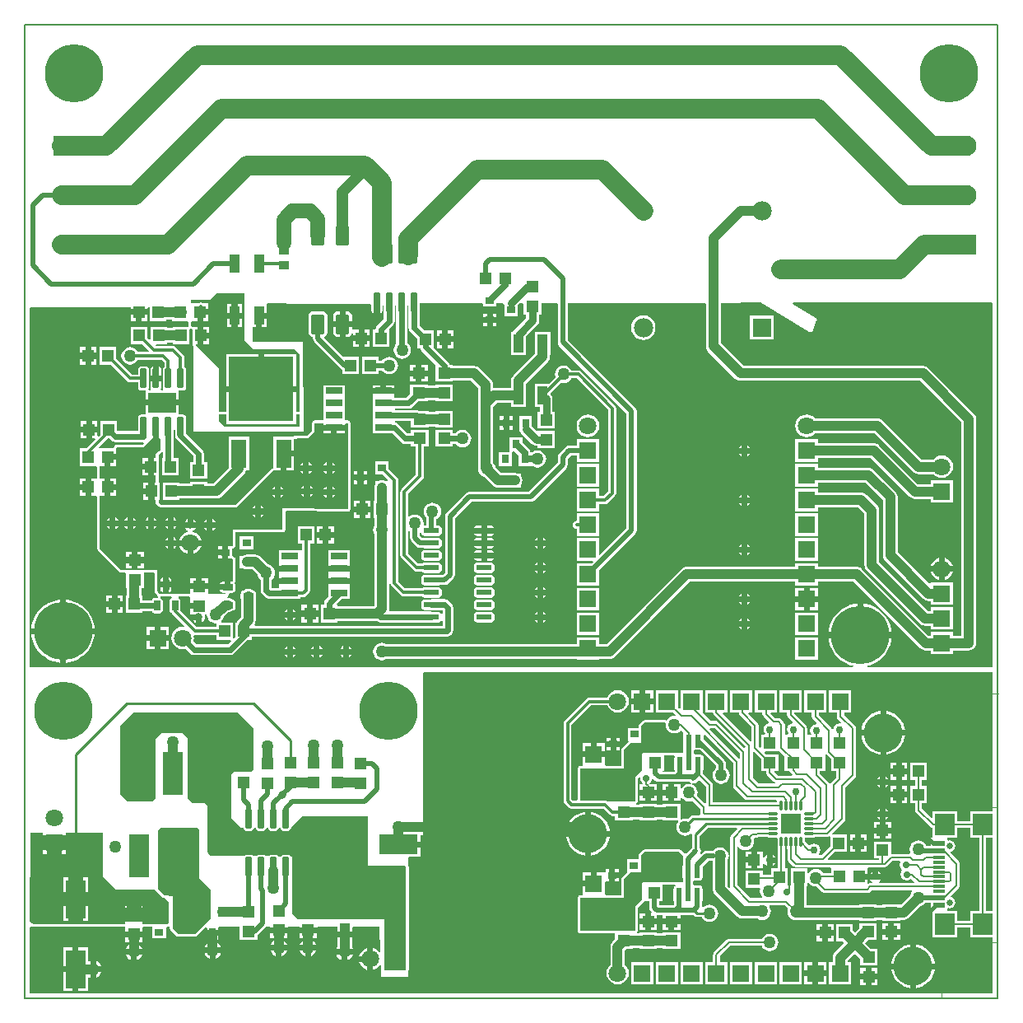
<source format=gtl>
G04*
G04 #@! TF.GenerationSoftware,Altium Limited,CircuitStudio,1.5.2 (30)*
G04*
G04 Layer_Physical_Order=1*
G04 Layer_Color=13260*
%FSLAX44Y44*%
%MOMM*%
G71*
G01*
G75*
%ADD10R,1.2000X1.3000*%
%ADD11R,1.3000X1.2000*%
%ADD12R,2.0000X2.1800*%
%ADD13R,1.1500X0.3000*%
%ADD14R,1.1500X0.6000*%
%ADD15R,0.9000X0.8000*%
G04:AMPARAMS|DCode=16|XSize=1.29mm|YSize=0.59mm|CornerRadius=0.0738mm|HoleSize=0mm|Usage=FLASHONLY|Rotation=270.000|XOffset=0mm|YOffset=0mm|HoleType=Round|Shape=RoundedRectangle|*
%AMROUNDEDRECTD16*
21,1,1.2900,0.4425,0,0,270.0*
21,1,1.1425,0.5900,0,0,270.0*
1,1,0.1475,-0.2213,-0.5713*
1,1,0.1475,-0.2213,0.5713*
1,1,0.1475,0.2213,0.5713*
1,1,0.1475,0.2213,-0.5713*
%
%ADD16ROUNDEDRECTD16*%
%ADD17R,4.0000X2.0000*%
%ADD18R,2.8750X2.0250*%
G04:AMPARAMS|DCode=19|XSize=1.97mm|YSize=0.6mm|CornerRadius=0.075mm|HoleSize=0mm|Usage=FLASHONLY|Rotation=90.000|XOffset=0mm|YOffset=0mm|HoleType=Round|Shape=RoundedRectangle|*
%AMROUNDEDRECTD19*
21,1,1.9700,0.4500,0,0,90.0*
21,1,1.8200,0.6000,0,0,90.0*
1,1,0.1500,0.2250,0.9100*
1,1,0.1500,0.2250,-0.9100*
1,1,0.1500,-0.2250,-0.9100*
1,1,0.1500,-0.2250,0.9100*
%
%ADD19ROUNDEDRECTD19*%
%ADD20R,2.0000X4.0000*%
G04:AMPARAMS|DCode=21|XSize=1.09mm|YSize=0.61mm|CornerRadius=0.0763mm|HoleSize=0mm|Usage=FLASHONLY|Rotation=270.000|XOffset=0mm|YOffset=0mm|HoleType=Round|Shape=RoundedRectangle|*
%AMROUNDEDRECTD21*
21,1,1.0900,0.4575,0,0,270.0*
21,1,0.9375,0.6100,0,0,270.0*
1,1,0.1525,-0.2288,-0.4688*
1,1,0.1525,-0.2288,0.4688*
1,1,0.1525,0.2288,0.4688*
1,1,0.1525,0.2288,-0.4688*
%
%ADD21ROUNDEDRECTD21*%
%ADD22R,1.0000X2.2500*%
%ADD23R,1.0500X1.8750*%
%ADD24R,0.8000X0.9000*%
%ADD25R,0.9900X0.9200*%
%ADD26R,1.7000X0.6500*%
G04:AMPARAMS|DCode=27|XSize=1.09mm|YSize=0.61mm|CornerRadius=0.0763mm|HoleSize=0mm|Usage=FLASHONLY|Rotation=0.000|XOffset=0mm|YOffset=0mm|HoleType=Round|Shape=RoundedRectangle|*
%AMROUNDEDRECTD27*
21,1,1.0900,0.4575,0,0,0.0*
21,1,0.9375,0.6100,0,0,0.0*
1,1,0.1525,0.4688,-0.2288*
1,1,0.1525,-0.4688,-0.2288*
1,1,0.1525,-0.4688,0.2288*
1,1,0.1525,0.4688,0.2288*
%
%ADD27ROUNDEDRECTD27*%
%ADD28R,1.6000X3.0000*%
%ADD29R,6.7000X6.7000*%
G04:AMPARAMS|DCode=30|XSize=1.59mm|YSize=0.57mm|CornerRadius=0.0712mm|HoleSize=0mm|Usage=FLASHONLY|Rotation=180.000|XOffset=0mm|YOffset=0mm|HoleType=Round|Shape=RoundedRectangle|*
%AMROUNDEDRECTD30*
21,1,1.5900,0.4275,0,0,180.0*
21,1,1.4475,0.5700,0,0,180.0*
1,1,0.1425,-0.7238,0.2138*
1,1,0.1425,0.7238,0.2138*
1,1,0.1425,0.7238,-0.2138*
1,1,0.1425,-0.7238,-0.2138*
%
%ADD30ROUNDEDRECTD30*%
G04:AMPARAMS|DCode=31|XSize=2.09mm|YSize=1.39mm|CornerRadius=0.1737mm|HoleSize=0mm|Usage=FLASHONLY|Rotation=90.000|XOffset=0mm|YOffset=0mm|HoleType=Round|Shape=RoundedRectangle|*
%AMROUNDEDRECTD31*
21,1,2.0900,1.0425,0,0,90.0*
21,1,1.7425,1.3900,0,0,90.0*
1,1,0.3475,0.5212,0.8712*
1,1,0.3475,0.5212,-0.8712*
1,1,0.3475,-0.5212,-0.8712*
1,1,0.3475,-0.5212,0.8712*
%
%ADD31ROUNDEDRECTD31*%
G04:AMPARAMS|DCode=32|XSize=0.26mm|YSize=0.96mm|CornerRadius=0.0325mm|HoleSize=0mm|Usage=FLASHONLY|Rotation=270.000|XOffset=0mm|YOffset=0mm|HoleType=Round|Shape=RoundedRectangle|*
%AMROUNDEDRECTD32*
21,1,0.2600,0.8950,0,0,270.0*
21,1,0.1950,0.9600,0,0,270.0*
1,1,0.0650,-0.4475,-0.0975*
1,1,0.0650,-0.4475,0.0975*
1,1,0.0650,0.4475,0.0975*
1,1,0.0650,0.4475,-0.0975*
%
%ADD32ROUNDEDRECTD32*%
G04:AMPARAMS|DCode=33|XSize=0.96mm|YSize=0.26mm|CornerRadius=0.0325mm|HoleSize=0mm|Usage=FLASHONLY|Rotation=270.000|XOffset=0mm|YOffset=0mm|HoleType=Round|Shape=RoundedRectangle|*
%AMROUNDEDRECTD33*
21,1,0.9600,0.1950,0,0,270.0*
21,1,0.8950,0.2600,0,0,270.0*
1,1,0.0650,-0.0975,-0.4475*
1,1,0.0650,-0.0975,0.4475*
1,1,0.0650,0.0975,0.4475*
1,1,0.0650,0.0975,-0.4475*
%
%ADD33ROUNDEDRECTD33*%
%ADD34R,2.1000X2.1000*%
%ADD35R,2.1500X4.5000*%
%ADD36C,1.0000*%
%ADD37C,0.2000*%
%ADD38C,0.4000*%
%ADD39C,0.3000*%
%ADD40C,0.5000*%
%ADD41C,0.2540*%
%ADD42C,0.5400*%
%ADD43C,2.0000*%
%ADD44C,0.7000*%
%ADD45C,0.8000*%
%ADD46C,0.6000*%
%ADD47C,1.2000*%
%ADD48C,1.5000*%
%ADD49C,0.1000*%
%ADD50C,0.1500*%
%ADD51C,4.0000*%
%ADD52C,0.6500*%
%ADD53C,1.2580*%
%ADD54R,1.8000X1.8000*%
%ADD55C,1.8000*%
%ADD56R,1.8000X1.8000*%
%ADD57C,6.0000*%
%ADD58C,2.1000*%
%ADD59R,1.9800X1.9800*%
%ADD60C,1.9350*%
%ADD61C,1.9800*%
%ADD62C,0.7500*%
%ADD63C,0.7400*%
%ADD64C,0.8000*%
%ADD65C,1.2700*%
G36*
X991391Y511505D02*
Y506510D01*
X990121Y505984D01*
X959972Y536132D01*
X960510Y537391D01*
X965505D01*
X991391Y511505D01*
D02*
G37*
G36*
X1019707Y425326D02*
X1020825Y425104D01*
X1028874D01*
X1029844Y424844D01*
X1030104Y423874D01*
Y415825D01*
X1030326Y414707D01*
X1030391Y414611D01*
Y393040D01*
X1023460D01*
Y386565D01*
X1015040D01*
Y390540D01*
X996960D01*
Y373460D01*
X1011875D01*
X1012580Y372404D01*
X1012339Y371821D01*
X1012033Y369500D01*
X1012339Y367179D01*
X1013235Y365017D01*
X1014107Y363879D01*
X1013481Y362609D01*
X1002495D01*
X988609Y376495D01*
Y415245D01*
X989879Y415676D01*
X990660Y414660D01*
X992517Y413235D01*
X994679Y412339D01*
X997000Y412033D01*
X999321Y412339D01*
X1001483Y413235D01*
X1003340Y414660D01*
X1004765Y416517D01*
X1005661Y418679D01*
X1005967Y421000D01*
X1005687Y423121D01*
X1005862Y423551D01*
X1006593Y424391D01*
X1008000D01*
X1009381Y424665D01*
X1010467Y425391D01*
X1019611D01*
X1019707Y425326D01*
D02*
G37*
G36*
X482000Y936000D02*
X491000Y927000D01*
X533000D01*
X536000Y924000D01*
X538000Y922000D01*
Y862590D01*
X535040D01*
Y883000D01*
X462960D01*
Y862590D01*
X455000D01*
Y889000D01*
Y907000D01*
X444000Y918000D01*
X431213Y930787D01*
X431699Y931960D01*
X433460D01*
Y941000D01*
Y950040D01*
X427920D01*
X427000Y950885D01*
Y954881D01*
X427460Y955960D01*
X428270Y955960D01*
X433000D01*
Y965000D01*
X436000D01*
Y968000D01*
X444540D01*
Y974040D01*
X439034D01*
X438576Y974345D01*
X437000Y974659D01*
X435424Y974345D01*
X434966Y974040D01*
X428270D01*
X427460Y974040D01*
X427000Y975119D01*
Y975119D01*
Y977410D01*
X445500D01*
X446491Y977607D01*
X447331Y978169D01*
X447331Y978169D01*
X453162Y984000D01*
X482000D01*
Y936000D01*
D02*
G37*
G36*
X924931Y375233D02*
X924920Y375140D01*
X923925Y374476D01*
X923200Y373391D01*
X922946Y372113D01*
Y360687D01*
X923200Y359409D01*
X923361Y359168D01*
Y355606D01*
X922894Y355139D01*
X908139D01*
Y359460D01*
X912040D01*
Y376410D01*
X924169D01*
X924931Y375233D01*
D02*
G37*
G36*
X474973Y553477D02*
X491000Y537450D01*
Y495000D01*
X488475Y492475D01*
X470997Y492497D01*
X468500Y490000D01*
Y445000D01*
X478523Y434977D01*
X480389D01*
X480601Y433910D01*
X481328Y432822D01*
X482416Y432095D01*
X483700Y431840D01*
X488200D01*
X489484Y432095D01*
X490572Y432822D01*
X491299Y433910D01*
X491511Y434977D01*
X493089D01*
X493301Y433910D01*
X494028Y432822D01*
X495116Y432095D01*
X496400Y431840D01*
X500900D01*
X502184Y432095D01*
X503272Y432822D01*
X503999Y433910D01*
X504211Y434977D01*
X505789D01*
X506001Y433910D01*
X506728Y432822D01*
X507816Y432095D01*
X509100Y431840D01*
X513600D01*
X514884Y432095D01*
X515972Y432822D01*
X516699Y433910D01*
X516911Y434977D01*
X518489D01*
X518701Y433910D01*
X519428Y432822D01*
X520516Y432095D01*
X521800Y431840D01*
X526300D01*
X527584Y432095D01*
X528672Y432822D01*
X529399Y433910D01*
X529639Y435116D01*
X541000Y446477D01*
X608500Y446477D01*
Y396000D01*
X647102Y396000D01*
X648000Y395102D01*
X648000Y288887D01*
X647100Y287991D01*
X626000Y288084D01*
X626000Y340477D01*
X604000Y340477D01*
X537000D01*
X531000Y346477D01*
X531000Y405647D01*
X529085Y405648D01*
X528672Y406266D01*
X527584Y406993D01*
X526300Y407248D01*
X521800D01*
X520516Y406993D01*
X519428Y406266D01*
X519018Y405653D01*
X516381Y405654D01*
X515972Y406266D01*
X514884Y406993D01*
X513600Y407248D01*
X509100D01*
X507816Y406993D01*
X506728Y406266D01*
X506323Y405659D01*
X503676Y405661D01*
X503272Y406266D01*
X502184Y406993D01*
X500900Y407248D01*
X496400D01*
X495116Y406993D01*
X494028Y406266D01*
X493627Y405666D01*
X490972Y405667D01*
X490572Y406266D01*
X489484Y406993D01*
X488200Y407248D01*
X483700D01*
X482416Y406993D01*
X481328Y406266D01*
X480932Y405673D01*
X446000Y405691D01*
X443500Y410000D01*
Y457500D01*
X441000Y460000D01*
X428500D01*
X423500Y465000D01*
Y527500D01*
X418500Y532500D01*
X396500D01*
X390000Y526000D01*
X390000Y525477D01*
Y465377D01*
X386523Y461900D01*
X361600Y461900D01*
X353500Y470000D01*
X353500Y540000D01*
X366977Y553477D01*
X474973Y553477D01*
D02*
G37*
G36*
X924241Y508040D02*
X924200Y507980D01*
X923946Y506701D01*
Y495276D01*
X924200Y493997D01*
X924361Y493756D01*
Y492629D01*
X923872Y492139D01*
X911431D01*
X911396Y492190D01*
X912075Y493460D01*
X913040D01*
Y509310D01*
X923562D01*
X924241Y508040D01*
D02*
G37*
G36*
X435000Y432500D02*
Y383000D01*
X447000Y371000D01*
Y341900D01*
X430668Y325568D01*
X413432Y325568D01*
X407610Y331390D01*
Y365000D01*
X399411Y365069D01*
X392988Y371413D01*
X392600Y432500D01*
X396000Y435000D01*
X433500D01*
X435000Y432500D01*
D02*
G37*
G36*
X538000Y847250D02*
X461250D01*
X461000Y847000D01*
X455000Y853000D01*
Y860000D01*
X462960D01*
Y849960D01*
X535040D01*
Y860000D01*
X538000D01*
Y847250D01*
D02*
G37*
G36*
X1156347Y399771D02*
X1156122Y399435D01*
X1155638Y397000D01*
X1156122Y394565D01*
X1157501Y392501D01*
X1158501Y391833D01*
Y391499D01*
X1157122Y389435D01*
X1156638Y387000D01*
X1157122Y384565D01*
X1158501Y382501D01*
X1160565Y381122D01*
X1163000Y380638D01*
X1165435Y381122D01*
X1167436Y382459D01*
X1170613Y379283D01*
X1170127Y378109D01*
X1134953D01*
X1134568Y379379D01*
X1135499Y380001D01*
X1136500Y381500D01*
X1125500D01*
X1126501Y380001D01*
X1127432Y379379D01*
X1127047Y378109D01*
X1125500D01*
X1124119Y377835D01*
X1123810Y377628D01*
X1122540Y378307D01*
Y381500D01*
X1114000D01*
Y387500D01*
X1122540D01*
Y393540D01*
X1123458Y394391D01*
X1140309D01*
X1141690Y394665D01*
X1142861Y395448D01*
X1148304Y400891D01*
X1155748D01*
X1156347Y399771D01*
D02*
G37*
G36*
X915158Y541945D02*
X915033Y541000D01*
X915339Y538679D01*
X916235Y536517D01*
X917660Y534660D01*
X919517Y533235D01*
X921679Y532339D01*
X924000Y532033D01*
X926321Y532339D01*
X928483Y533235D01*
X930340Y534660D01*
X931181Y534715D01*
X933000Y532896D01*
X933000Y512798D01*
X932102Y511900D01*
X891500D01*
X891000Y511400D01*
Y493900D01*
X884000Y486900D01*
Y462798D01*
X883102Y461900D01*
X855307Y461900D01*
X854326Y462556D01*
X852750Y462869D01*
X827625D01*
X826733Y463774D01*
X827206Y495900D01*
X872000Y495900D01*
Y514900D01*
X879000Y521900D01*
X889500Y521900D01*
Y524460D01*
X890040D01*
Y537540D01*
X890040D01*
X889500Y538080D01*
Y539400D01*
X893000Y542900D01*
X914320D01*
X915158Y541945D01*
D02*
G37*
G36*
X1040391Y412563D02*
Y403000D01*
X1040665Y401619D01*
X1041448Y400448D01*
X1046448Y395448D01*
X1047619Y394665D01*
X1049000Y394391D01*
X1084542D01*
X1085460Y393540D01*
Y388109D01*
X1077169D01*
X1075840Y389840D01*
X1073983Y391265D01*
X1071821Y392161D01*
X1069500Y392467D01*
X1067179Y392161D01*
X1065017Y391265D01*
X1063160Y389840D01*
X1061810Y388082D01*
X1061670Y388079D01*
X1060540Y388889D01*
Y393040D01*
X1043460D01*
Y375720D01*
X1043044Y375378D01*
X1042205Y374924D01*
X1040540Y375255D01*
Y393040D01*
X1037609D01*
Y412563D01*
X1038025Y412904D01*
X1039975D01*
X1040391Y412563D01*
D02*
G37*
G36*
X933000Y406000D02*
Y403697D01*
X932861Y403000D01*
Y396832D01*
X932700Y396591D01*
X932446Y395312D01*
Y383887D01*
X932700Y382609D01*
X932861Y382368D01*
Y379000D01*
X891500D01*
X891000Y378500D01*
Y361000D01*
X884000Y354000D01*
Y329898D01*
X883102Y329000D01*
X827611Y329000D01*
X826719Y329905D01*
X827206Y363000D01*
X872000Y363000D01*
Y382000D01*
X879000Y389000D01*
X889500Y389000D01*
X889500Y406500D01*
X893000Y410000D01*
X929000D01*
X933000Y406000D01*
D02*
G37*
G36*
X1084460Y425695D02*
Y415564D01*
X1075505Y406609D01*
X1072617D01*
X1072311Y407879D01*
X1073625Y409846D01*
X1074113Y412300D01*
X1073625Y414754D01*
X1072235Y416835D01*
X1070154Y418225D01*
X1067700Y418713D01*
X1065246Y418225D01*
X1063165Y416835D01*
X1062623Y416782D01*
X1057896Y421508D01*
Y423874D01*
X1058156Y424844D01*
X1059126Y425104D01*
X1067175D01*
X1068293Y425326D01*
X1068389Y425391D01*
X1081000D01*
X1082381Y425665D01*
X1083190Y426206D01*
X1084460Y425695D01*
D02*
G37*
G36*
X1061810Y378918D02*
X1063160Y377160D01*
X1065017Y375735D01*
X1067179Y374839D01*
X1069500Y374533D01*
X1070262Y374634D01*
X1075964Y368932D01*
X1076541Y368546D01*
X1077115Y368158D01*
X1077125Y368156D01*
X1077134Y368150D01*
X1077815Y368014D01*
X1078494Y367875D01*
X1122203Y367615D01*
X1122214Y367617D01*
X1122225Y367615D01*
X1122906Y367751D01*
X1123586Y367882D01*
X1123595Y367888D01*
X1123606Y367890D01*
X1124184Y368276D01*
X1124762Y368657D01*
X1124768Y368666D01*
X1124777Y368672D01*
X1126995Y370891D01*
X1168594D01*
X1169025Y369621D01*
X1168660Y369340D01*
X1167235Y367483D01*
X1166339Y365321D01*
X1166304Y365060D01*
X1157310Y356065D01*
X1156040Y356540D01*
Y356540D01*
X1137960D01*
Y355605D01*
X1132040D01*
Y356540D01*
X1113960D01*
Y355605D01*
X1059605D01*
Y374960D01*
X1060540D01*
Y378111D01*
X1061670Y378921D01*
X1061810Y378918D01*
D02*
G37*
G36*
X988838Y433942D02*
X982448Y427552D01*
X981665Y426381D01*
X981391Y425000D01*
Y375000D01*
X981599Y373952D01*
X980492Y373264D01*
X978605Y375150D01*
Y401308D01*
X978765Y401517D01*
X979661Y403679D01*
X979967Y406000D01*
X979661Y408321D01*
X978765Y410483D01*
X977340Y412340D01*
X975483Y413765D01*
X973321Y414661D01*
X971000Y414967D01*
X968679Y414661D01*
X966517Y413765D01*
X964660Y412340D01*
X963737Y411139D01*
X957000D01*
X955033Y410747D01*
X953366Y409634D01*
X951286Y407553D01*
X950299Y408363D01*
X950748Y409034D01*
X951139Y411000D01*
X950748Y412966D01*
X949885Y414258D01*
Y426391D01*
X958609Y435115D01*
X988352D01*
X988838Y433942D01*
D02*
G37*
G36*
X1036960Y508936D02*
Y493460D01*
X1042498D01*
X1042665Y492619D01*
X1043448Y491448D01*
X1045113Y489783D01*
X1044627Y488609D01*
X1030495D01*
X1026818Y492287D01*
X1027304Y493460D01*
X1031040D01*
Y510540D01*
X1018564D01*
X1016818Y512287D01*
X1017304Y513460D01*
X1031040D01*
X1031040Y513460D01*
Y513460D01*
X1032310Y513586D01*
X1036960Y508936D01*
D02*
G37*
G36*
X1080448Y510448D02*
X1084960Y505936D01*
Y493460D01*
X1090391D01*
Y486495D01*
X1085448Y481552D01*
X1084665Y480381D01*
X1084648Y480291D01*
X1083353D01*
X1083335Y480381D01*
X1082552Y481552D01*
X1073609Y490495D01*
Y493460D01*
X1079040D01*
Y510269D01*
X1080186Y510840D01*
X1080448Y510448D01*
D02*
G37*
G36*
X956391Y477505D02*
Y460373D01*
X955217Y459887D01*
X947299Y467805D01*
X947661Y468679D01*
X947967Y471000D01*
X947661Y473321D01*
X946765Y475483D01*
X945340Y477340D01*
X943483Y478765D01*
X942070Y479351D01*
X942440Y480572D01*
X943500Y480361D01*
X945467Y480752D01*
X947134Y481866D01*
X948634Y483366D01*
X949581Y484314D01*
X956391Y477505D01*
D02*
G37*
G36*
X1012960Y505936D02*
Y493460D01*
X1018391D01*
Y492000D01*
X1018665Y490619D01*
X1019448Y489448D01*
X1026448Y482448D01*
X1027619Y481665D01*
X1027704Y481648D01*
X1027579Y480378D01*
X1010726D01*
X1004609Y486495D01*
Y512627D01*
X1005783Y513113D01*
X1012960Y505936D01*
D02*
G37*
G36*
X620950Y962945D02*
X621484Y963051D01*
X622572Y963778D01*
X623299Y964866D01*
X623554Y966150D01*
Y972462D01*
X623731Y972536D01*
X625001Y971688D01*
Y957990D01*
X618006Y950994D01*
X616781Y949162D01*
X616359Y947040D01*
X613460D01*
Y928960D01*
X630540D01*
Y947040D01*
X630540Y947040D01*
X630540D01*
X631076Y948088D01*
X634644Y951656D01*
X634644Y951656D01*
X635869Y953488D01*
X636298Y955650D01*
X636298Y955650D01*
Y972449D01*
X636431Y972504D01*
X637701Y971656D01*
Y932373D01*
X637660Y932340D01*
X636235Y930483D01*
X635339Y928321D01*
X635033Y926000D01*
X635339Y923679D01*
X636235Y921517D01*
X637660Y919660D01*
X639517Y918235D01*
X641679Y917339D01*
X644000Y917033D01*
X646321Y917339D01*
X648483Y918235D01*
X650340Y919660D01*
X651765Y921517D01*
X652661Y923679D01*
X652967Y926000D01*
X652661Y928321D01*
X651765Y930483D01*
X650340Y932340D01*
X648998Y933370D01*
Y972480D01*
X649131Y972535D01*
X650402Y971687D01*
Y948950D01*
X650401Y948950D01*
X650831Y946788D01*
X652056Y944956D01*
X659460Y937552D01*
Y927960D01*
X662558D01*
X662781Y926838D01*
X664006Y925006D01*
X677420Y911592D01*
X677960Y910540D01*
X677960D01*
X677960Y910540D01*
Y893460D01*
X696040D01*
Y894395D01*
X714850D01*
X722395Y886850D01*
Y871000D01*
Y806456D01*
X722339Y806321D01*
X722033Y804000D01*
X722339Y801679D01*
X723235Y799517D01*
X724660Y797660D01*
X726517Y796235D01*
X728638Y795356D01*
X737371Y786622D01*
X738946Y785414D01*
X739706Y785099D01*
X740780Y784654D01*
X742749Y784395D01*
X760000D01*
X761968Y784654D01*
X762707Y784960D01*
X766540D01*
Y788137D01*
X766586Y788197D01*
X767346Y790032D01*
X767605Y792000D01*
X767346Y793968D01*
X766586Y795803D01*
X766540Y795863D01*
Y799040D01*
X762707D01*
X761968Y799346D01*
X760000Y799605D01*
X745899D01*
X739734Y805770D01*
X739661Y806321D01*
X738765Y808483D01*
X737605Y809995D01*
Y867850D01*
X741525Y871770D01*
X755710D01*
Y867460D01*
X771290D01*
Y891285D01*
X793878Y913872D01*
X795086Y915447D01*
X795531Y916522D01*
X795846Y917282D01*
X796105Y919250D01*
Y920710D01*
X796290D01*
Y944540D01*
X780710D01*
Y922215D01*
X758122Y899628D01*
X756914Y898053D01*
X756377Y896756D01*
X756154Y896218D01*
X755895Y894250D01*
Y891290D01*
X755710D01*
Y886980D01*
X738375D01*
X737605Y887655D01*
Y890000D01*
X737346Y891968D01*
X737123Y892506D01*
X736586Y893802D01*
X735378Y895378D01*
X723378Y907377D01*
X721803Y908586D01*
X720506Y909123D01*
X719968Y909346D01*
X718000Y909605D01*
X696040D01*
Y910540D01*
X692541D01*
X692219Y912162D01*
X691728Y912896D01*
X690994Y913994D01*
X690994Y913994D01*
X676540Y928448D01*
Y946040D01*
X666948D01*
X661699Y951290D01*
Y973801D01*
X726061Y973958D01*
X726960Y973061D01*
Y970460D01*
X741040D01*
Y973995D01*
X747885Y974011D01*
X748960Y972744D01*
Y960460D01*
X763040D01*
Y972211D01*
X764882Y974053D01*
X768061Y974061D01*
X768960Y973164D01*
Y962460D01*
X771404D01*
Y958732D01*
X758836Y946164D01*
X757787Y944798D01*
X757680Y944540D01*
X755710D01*
Y920710D01*
X771290D01*
Y939961D01*
X782664Y951336D01*
X783713Y952702D01*
X784372Y954293D01*
X784596Y956000D01*
Y962460D01*
X787040D01*
Y974107D01*
X802962Y974146D01*
X803861Y973249D01*
Y934000D01*
X804252Y932033D01*
X805366Y930366D01*
X874861Y860872D01*
Y742633D01*
X847713Y715485D01*
X846540Y715971D01*
Y732540D01*
X823460D01*
Y709460D01*
X840029D01*
X840515Y708287D01*
X839272Y707044D01*
X823459D01*
Y683964D01*
X846539D01*
Y699777D01*
X883634Y736871D01*
X884748Y738538D01*
X885139Y740505D01*
Y863000D01*
X884748Y864967D01*
X883634Y866634D01*
X814139Y936128D01*
Y974173D01*
X955496Y974518D01*
X956395Y973621D01*
Y930000D01*
X956654Y928032D01*
X956877Y927494D01*
X957414Y926197D01*
X958622Y924622D01*
X986622Y896622D01*
X988197Y895414D01*
X989494Y894877D01*
X990032Y894654D01*
X992000Y894395D01*
X1176850D01*
X1219195Y852050D01*
Y632405D01*
X1210540D01*
Y636340D01*
X1187460D01*
Y632405D01*
X1185454D01*
X1116978Y700882D01*
X1115403Y702090D01*
X1114106Y702627D01*
X1113568Y702850D01*
X1111600Y703109D01*
X1071539D01*
Y707044D01*
X1048459D01*
Y703109D01*
X936704D01*
X934736Y702850D01*
X934199Y702627D01*
X932902Y702090D01*
X931327Y700882D01*
X854050Y623605D01*
X846539D01*
Y630844D01*
X823459D01*
Y623605D01*
X627692D01*
X627483Y623765D01*
X625321Y624661D01*
X623000Y624967D01*
X620679Y624661D01*
X618517Y623765D01*
X616660Y622340D01*
X615235Y620483D01*
X614339Y618321D01*
X614033Y616000D01*
X614339Y613679D01*
X615235Y611517D01*
X616660Y609660D01*
X618517Y608235D01*
X620679Y607339D01*
X623000Y607033D01*
X625321Y607339D01*
X627483Y608235D01*
X627692Y608395D01*
X823459D01*
Y607764D01*
X846539D01*
Y608395D01*
X857200D01*
X859168Y608654D01*
X859706Y608877D01*
X861003Y609414D01*
X862578Y610622D01*
X939854Y687899D01*
X1048459D01*
Y683964D01*
X1071539D01*
Y687899D01*
X1108450D01*
X1176926Y619422D01*
X1178502Y618214D01*
X1179799Y617677D01*
X1180336Y617454D01*
X1182304Y617195D01*
X1187460D01*
Y613260D01*
X1210540D01*
Y617195D01*
X1226800D01*
X1228768Y617454D01*
X1230602Y618214D01*
X1232178Y619422D01*
X1233386Y620998D01*
X1234146Y622832D01*
X1234405Y624800D01*
Y855200D01*
X1234146Y857168D01*
X1233923Y857706D01*
X1233386Y859003D01*
X1232178Y860578D01*
X1185378Y907378D01*
X1183802Y908586D01*
X1182505Y909123D01*
X1181968Y909346D01*
X1180000Y909605D01*
X995150D01*
X971605Y933150D01*
Y974557D01*
X1012603Y974657D01*
X1062673Y944776D01*
X1062866Y944707D01*
X1063038Y944595D01*
X1063338Y944540D01*
X1063625Y944437D01*
X1063830Y944448D01*
X1064032Y944410D01*
X1064330Y944473D01*
X1064634Y944489D01*
X1064819Y944577D01*
X1065020Y944620D01*
X1065272Y944792D01*
X1065547Y944923D01*
X1065684Y945075D01*
X1065853Y945191D01*
X1066020Y945447D01*
X1066224Y945673D01*
X1066293Y945866D01*
X1066404Y946038D01*
X1070405Y956038D01*
X1070459Y956331D01*
X1070561Y956612D01*
X1070551Y956823D01*
X1070590Y957032D01*
X1070528Y957323D01*
X1070514Y957621D01*
X1070424Y957813D01*
X1070380Y958020D01*
X1070212Y958266D01*
X1070085Y958536D01*
X1069929Y958679D01*
X1069809Y958853D01*
X1069559Y959016D01*
X1069339Y959217D01*
X1045659Y973514D01*
X1045998Y974738D01*
X1250746Y975237D01*
X1251645Y974340D01*
Y600000D01*
X1122376D01*
X1122225Y601270D01*
X1125087Y601957D01*
X1129818Y603917D01*
X1134186Y606593D01*
X1138080Y609920D01*
X1141407Y613814D01*
X1144083Y618181D01*
X1146043Y622914D01*
X1147239Y627894D01*
X1147404Y630000D01*
X1082596D01*
X1082761Y627894D01*
X1083957Y622914D01*
X1085917Y618181D01*
X1088593Y613814D01*
X1091920Y609920D01*
X1095814Y606593D01*
X1100182Y603917D01*
X1104913Y601957D01*
X1107775Y601270D01*
X1107624Y600000D01*
X260355D01*
Y969102D01*
X261253Y970000D01*
X364460Y970000D01*
Y967960D01*
X381540D01*
Y969102D01*
X382438Y970000D01*
X384460D01*
Y955920D01*
X401540D01*
Y957395D01*
X407460D01*
Y955960D01*
X423330D01*
X423593Y955833D01*
X424360Y954964D01*
X424410Y954881D01*
Y954881D01*
X424410Y954744D01*
Y950885D01*
X424059Y950545D01*
X423284Y950040D01*
X407920D01*
Y948605D01*
X402000D01*
Y950040D01*
X384920D01*
Y937025D01*
X383747Y936539D01*
X382000Y938285D01*
Y950040D01*
X364920D01*
Y931960D01*
X376675D01*
X383342Y925293D01*
X382856Y924119D01*
X371916D01*
X371765Y924483D01*
X370340Y926340D01*
X368483Y927765D01*
X366321Y928661D01*
X364000Y928967D01*
X361679Y928661D01*
X359517Y927765D01*
X357660Y926340D01*
X356235Y924483D01*
X355339Y922321D01*
X355033Y920000D01*
X355339Y917679D01*
X356235Y915517D01*
X357660Y913660D01*
X359517Y912235D01*
X361679Y911339D01*
X364000Y911033D01*
X366321Y911339D01*
X368483Y912235D01*
X370340Y913660D01*
X371765Y915517D01*
X371916Y915881D01*
X396294D01*
X399181Y912994D01*
Y908558D01*
X398678Y908222D01*
X397951Y907134D01*
X397696Y905850D01*
Y887650D01*
X397951Y886366D01*
X398239Y885935D01*
X397560Y884665D01*
X396340D01*
X395661Y885935D01*
X395949Y886366D01*
X396204Y887650D01*
Y893750D01*
X390600D01*
Y896750D01*
D01*
Y893750D01*
X384995D01*
Y887650D01*
X385251Y886366D01*
X385539Y885935D01*
X384860Y884665D01*
X383640D01*
X382961Y885935D01*
X383249Y886366D01*
X383504Y887650D01*
Y905850D01*
X383249Y907134D01*
X382522Y908222D01*
X381434Y908949D01*
X380150Y909204D01*
X375650D01*
X374366Y908949D01*
X373278Y908222D01*
X372551Y907134D01*
X372295Y905850D01*
Y900869D01*
X365956D01*
X349540Y917285D01*
Y929040D01*
X332460D01*
Y910960D01*
X344215D01*
X361337Y893837D01*
X362674Y892944D01*
X364250Y892631D01*
X372295D01*
Y887650D01*
X372551Y886366D01*
X373278Y885278D01*
X374366Y884551D01*
X375650Y884296D01*
X380035D01*
Y875000D01*
X396950D01*
X413865D01*
Y884296D01*
X418250D01*
X419534Y884551D01*
X420622Y885278D01*
X421349Y886366D01*
X421604Y887650D01*
Y905850D01*
X421349Y907134D01*
X420622Y908222D01*
X420119Y908558D01*
Y918000D01*
X419806Y919576D01*
X418913Y920913D01*
X410913Y928913D01*
X409576Y929806D01*
X408000Y930119D01*
X390490D01*
X390045Y930690D01*
X390664Y931960D01*
X402000D01*
Y933395D01*
X407920D01*
Y931960D01*
X425000D01*
Y947481D01*
X425873Y947968D01*
X426270Y948071D01*
X426554Y947898D01*
X426929Y947647D01*
X426984Y947636D01*
X427031Y947607D01*
X427477Y947538D01*
X427920Y947450D01*
Y931960D01*
X427920D01*
X428624Y930787D01*
Y930787D01*
X428689Y930458D01*
X428819Y929805D01*
X429047Y842000D01*
X542239D01*
X542000Y934000D01*
X490000D01*
Y949460D01*
X493500D01*
Y961375D01*
X496500D01*
Y964375D01*
X504290D01*
Y972603D01*
X505322Y973864D01*
X544567Y973516D01*
X611446Y973679D01*
X612346Y972782D01*
Y966150D01*
X612601Y964866D01*
X613328Y963778D01*
X614416Y963051D01*
X614950Y962945D01*
Y975250D01*
X620950D01*
Y962945D01*
D02*
G37*
G36*
X888677Y486195D02*
X888638Y486000D01*
X889122Y483565D01*
X890501Y481501D01*
X891536Y480810D01*
X891150Y479540D01*
X887960D01*
Y474000D01*
X897000D01*
X906040D01*
Y479540D01*
X898850D01*
X898464Y480810D01*
X899499Y481501D01*
X900878Y483565D01*
X901126Y484811D01*
X902504Y485229D01*
X904366Y483366D01*
X906033Y482252D01*
X908000Y481861D01*
X939874D01*
X941232Y480954D01*
X940773Y479733D01*
X939000Y479967D01*
X936679Y479661D01*
X934517Y478765D01*
X932660Y477340D01*
X931310Y475582D01*
X931170Y475579D01*
X930040Y476389D01*
Y479540D01*
X924000D01*
Y471000D01*
Y462460D01*
X930040D01*
Y465611D01*
X931170Y466421D01*
X931310Y466418D01*
X932660Y464660D01*
X934517Y463235D01*
X936679Y462339D01*
X939000Y462033D01*
X941321Y462339D01*
X942195Y462701D01*
X950391Y454505D01*
Y450000D01*
X950559Y449155D01*
X949745Y447885D01*
X943416D01*
X941929Y447589D01*
X940669Y446747D01*
X937919Y443997D01*
X937321Y444245D01*
X935000Y444551D01*
X932679Y444245D01*
X931310Y443678D01*
X930040Y444527D01*
Y459540D01*
X911960D01*
Y458605D01*
X906040D01*
Y459540D01*
X887960D01*
Y458605D01*
X885029D01*
X884643Y459875D01*
X884933Y460069D01*
X885831Y460967D01*
X886393Y461807D01*
X886590Y462798D01*
Y485827D01*
X887557Y486794D01*
X888677Y486195D01*
D02*
G37*
G36*
X984391Y501505D02*
Y478000D01*
X984665Y476619D01*
X985448Y475448D01*
X996448Y464448D01*
X997619Y463665D01*
X999000Y463391D01*
X1028905D01*
X1029667Y462376D01*
X1029212Y461309D01*
X963609D01*
Y479000D01*
X963335Y480381D01*
X962552Y481552D01*
X953633Y490471D01*
X953639Y490500D01*
Y493756D01*
X953800Y493997D01*
X954054Y495276D01*
Y506701D01*
X953800Y507980D01*
X953075Y509064D01*
X951991Y509788D01*
X950713Y510042D01*
X946288D01*
X945613Y509908D01*
X944343Y510754D01*
Y514422D01*
X945613Y515268D01*
X946288Y515134D01*
X950287D01*
X966861Y498560D01*
Y496263D01*
X965660Y495340D01*
X964235Y493483D01*
X963339Y491321D01*
X963033Y489000D01*
X963339Y486679D01*
X964235Y484517D01*
X965660Y482660D01*
X967517Y481235D01*
X969679Y480339D01*
X972000Y480033D01*
X974321Y480339D01*
X976483Y481235D01*
X978340Y482660D01*
X979765Y484517D01*
X980661Y486679D01*
X980967Y489000D01*
X980661Y491321D01*
X979765Y493483D01*
X978340Y495340D01*
X977139Y496263D01*
Y500688D01*
X976748Y502655D01*
X975634Y504322D01*
X954054Y525901D01*
Y529901D01*
X954018Y530081D01*
X955189Y530707D01*
X984391Y501505D01*
D02*
G37*
G36*
X1228760Y424660D02*
X1237691D01*
Y349340D01*
X1228760D01*
Y339509D01*
X1214540D01*
Y349340D01*
X1205760D01*
X1204540Y349460D01*
X1204540Y350610D01*
Y351391D01*
X1205810Y352433D01*
X1207000Y352197D01*
X1209259Y352646D01*
X1211174Y353926D01*
X1212454Y355841D01*
X1212903Y358100D01*
X1212454Y360359D01*
X1211174Y362274D01*
X1209259Y363554D01*
X1208411Y363723D01*
X1208043Y364938D01*
X1216552Y373448D01*
X1217335Y374619D01*
X1217609Y376000D01*
Y398000D01*
X1217335Y399381D01*
X1216552Y400552D01*
X1208043Y409062D01*
X1208411Y410277D01*
X1209259Y410446D01*
X1211174Y411726D01*
X1212454Y413641D01*
X1212903Y415900D01*
X1212454Y418159D01*
X1211174Y420074D01*
X1209259Y421354D01*
X1207000Y421803D01*
X1205810Y421567D01*
X1204540Y422609D01*
Y423390D01*
X1204540Y424540D01*
X1205760Y424660D01*
X1214540D01*
Y434491D01*
X1228760D01*
Y424660D01*
D02*
G37*
G36*
X336000Y384500D02*
X349500Y371000D01*
X388500D01*
X394925Y365860D01*
X397592Y363227D01*
X397998Y362959D01*
X398400Y362685D01*
X398419Y362681D01*
X398435Y362671D01*
X398913Y362579D01*
X399067Y362547D01*
X403500Y359000D01*
Y337500D01*
X401900Y335900D01*
X377440D01*
X377040Y337004D01*
X377040Y337170D01*
Y338044D01*
X368000D01*
X358960D01*
Y337170D01*
X358960Y337004D01*
X358559Y335900D01*
X264650D01*
X260671Y338553D01*
X261497Y430000D01*
X274460D01*
Y427100D01*
X286000D01*
X297540D01*
Y430000D01*
X336000D01*
X336000Y384500D01*
D02*
G37*
G36*
X1251645Y451540D02*
X1228760D01*
Y441709D01*
X1214540D01*
Y451540D01*
X1189460D01*
Y445304D01*
X1188287Y444818D01*
X1178609Y454495D01*
Y459960D01*
X1183540D01*
Y478040D01*
X1178609D01*
Y483960D01*
X1183540D01*
Y502040D01*
X1166460D01*
Y483960D01*
X1171391D01*
Y478040D01*
X1166460D01*
Y459960D01*
X1171391D01*
Y453000D01*
X1171665Y451619D01*
X1172448Y450448D01*
X1187348Y435548D01*
X1188519Y434765D01*
X1189460Y434578D01*
Y425810D01*
X1189460Y424660D01*
X1188240Y424540D01*
X1188240D01*
X1187960D01*
Y416540D01*
Y416139D01*
X1183322D01*
X1182765Y417483D01*
X1181340Y419340D01*
X1179483Y420765D01*
X1177321Y421661D01*
X1175000Y421967D01*
X1172679Y421661D01*
X1170517Y420765D01*
X1168660Y419340D01*
X1167235Y417483D01*
X1166339Y415321D01*
X1166033Y413000D01*
X1166339Y410679D01*
X1166877Y409379D01*
X1166029Y408109D01*
X1147040D01*
Y420540D01*
X1128960D01*
Y403460D01*
X1134391D01*
Y401609D01*
X1082373D01*
X1081887Y402783D01*
X1089064Y409960D01*
X1101540D01*
Y428040D01*
X1086804D01*
X1086318Y429213D01*
X1098552Y441448D01*
X1099335Y442619D01*
X1099609Y444000D01*
Y476505D01*
X1109552Y486448D01*
X1110335Y487619D01*
X1110609Y489000D01*
Y537000D01*
X1110335Y538381D01*
X1109552Y539552D01*
X1098609Y550495D01*
Y553259D01*
X1105836D01*
Y576339D01*
X1082756D01*
Y553259D01*
X1091391D01*
Y549000D01*
X1091665Y547619D01*
X1092448Y546448D01*
X1095482Y543413D01*
X1094857Y542243D01*
X1094000Y542413D01*
X1091546Y541925D01*
X1089465Y540535D01*
X1088075Y538454D01*
X1087646Y536298D01*
X1086351D01*
X1086335Y536381D01*
X1085552Y537552D01*
X1072505Y550599D01*
Y553259D01*
X1080436D01*
Y576339D01*
X1057356D01*
Y553259D01*
X1065287D01*
Y549104D01*
X1065561Y547723D01*
X1066344Y546552D01*
X1070357Y542538D01*
X1069738Y541361D01*
X1067546Y540925D01*
X1065465Y539535D01*
X1064075Y537454D01*
X1063587Y535000D01*
X1064075Y532546D01*
X1064667Y531660D01*
X1064068Y530540D01*
X1060960D01*
X1060609Y531665D01*
Y537000D01*
X1060335Y538381D01*
X1059552Y539552D01*
X1047115Y551989D01*
X1047129Y553259D01*
X1055036D01*
Y576339D01*
X1031956D01*
Y553259D01*
X1039887D01*
Y550504D01*
X1040161Y549123D01*
X1040944Y547952D01*
X1045322Y543573D01*
X1044904Y542195D01*
X1043546Y541925D01*
X1041465Y540535D01*
X1040075Y538454D01*
X1039587Y536000D01*
X1040075Y533546D01*
X1041235Y531810D01*
X1040793Y530681D01*
X1040672Y530540D01*
X1037609D01*
Y541000D01*
X1037335Y542381D01*
X1036552Y543552D01*
X1033552Y546552D01*
X1032381Y547335D01*
X1031000Y547609D01*
X1027495D01*
X1023018Y552086D01*
X1023504Y553259D01*
X1029636D01*
Y576339D01*
X1006556D01*
Y553259D01*
X1014487D01*
Y551904D01*
X1014761Y550523D01*
X1015544Y549352D01*
X1021322Y543573D01*
X1020904Y542195D01*
X1019546Y541925D01*
X1017465Y540535D01*
X1016075Y538454D01*
X1015587Y536000D01*
X1016075Y533546D01*
X1017235Y531810D01*
X1016793Y530681D01*
X1016672Y530540D01*
X1012960D01*
Y517804D01*
X1011787Y517318D01*
X1010609Y518495D01*
Y540000D01*
X1010335Y541381D01*
X1009552Y542552D01*
X1000018Y552087D01*
X1000504Y553260D01*
X1004140D01*
Y576340D01*
X981060D01*
Y553260D01*
X990391D01*
Y553000D01*
X990665Y551619D01*
X991448Y550448D01*
X1003391Y538505D01*
Y524142D01*
X1002217Y523656D01*
X973787Y552087D01*
X974273Y553260D01*
X978740D01*
Y576340D01*
X955660D01*
Y553260D01*
X963652D01*
X963865Y552188D01*
X964648Y551017D01*
X997118Y518546D01*
X997032Y517869D01*
X995693Y517411D01*
X969552Y543552D01*
X968381Y544335D01*
X967000Y544609D01*
X961495D01*
X953890Y552215D01*
X953340Y553260D01*
X953340D01*
X953340Y553260D01*
Y576340D01*
X930260D01*
Y557704D01*
X929087Y557218D01*
X927940Y558364D01*
Y576340D01*
X904860D01*
Y553260D01*
X922836D01*
X924977Y551119D01*
X924383Y549916D01*
X924000Y549967D01*
X921679Y549661D01*
X919517Y548765D01*
X917660Y547340D01*
X916590Y545946D01*
X915699Y545373D01*
X915311Y545293D01*
X914898Y545375D01*
X914490Y545484D01*
X914405Y545473D01*
X914320Y545490D01*
X893000D01*
X892009Y545293D01*
X891169Y544731D01*
X887669Y541231D01*
X887107Y540391D01*
X886910Y539400D01*
Y538080D01*
X886467Y537540D01*
X875960D01*
Y524460D01*
X876102D01*
X876628Y523190D01*
X870169Y516731D01*
X869607Y515891D01*
X869410Y514900D01*
Y498490D01*
X853698D01*
X852540Y499760D01*
Y507300D01*
X841000D01*
X829460D01*
Y499760D01*
X829460Y498760D01*
X828302Y498490D01*
X828302Y498490D01*
X827206D01*
X826729Y498395D01*
X826250Y498307D01*
X826234Y498296D01*
X826215Y498293D01*
X825811Y498023D01*
X825402Y497758D01*
X825391Y497742D01*
X825375Y497731D01*
X825105Y497327D01*
X824828Y496926D01*
X824824Y496907D01*
X824813Y496891D01*
X824718Y496414D01*
X824616Y495938D01*
X824144Y463812D01*
X824078Y463734D01*
X823121Y462869D01*
X819706D01*
X818119Y464456D01*
Y540294D01*
X838506Y560681D01*
X854815D01*
X855520Y558980D01*
X857370Y556570D01*
X859780Y554720D01*
X862588Y553557D01*
X865600Y553160D01*
X868613Y553557D01*
X871420Y554720D01*
X873830Y556570D01*
X875680Y558980D01*
X876843Y561787D01*
X877240Y564800D01*
X876843Y567812D01*
X875680Y570620D01*
X873830Y573030D01*
X871420Y574880D01*
X868613Y576043D01*
X865600Y576440D01*
X862588Y576043D01*
X859780Y574880D01*
X857370Y573030D01*
X855520Y570620D01*
X854815Y568919D01*
X836800D01*
X835224Y568606D01*
X833887Y567713D01*
X811087Y544913D01*
X810194Y543576D01*
X809881Y542000D01*
Y462750D01*
X810194Y461174D01*
X811087Y459837D01*
X815087Y455837D01*
X816424Y454944D01*
X818000Y454631D01*
X851044D01*
X857587Y448087D01*
X858924Y447194D01*
X860500Y446881D01*
X862960D01*
Y442460D01*
X881040D01*
Y443395D01*
X887960D01*
Y442460D01*
X906040D01*
Y443395D01*
X911960D01*
Y442460D01*
X927470D01*
X928096Y441190D01*
X927235Y440067D01*
X926339Y437905D01*
X926033Y435584D01*
X926339Y433263D01*
X927235Y431101D01*
X928660Y429244D01*
X930517Y427819D01*
X932679Y426923D01*
X935000Y426617D01*
X937321Y426923D01*
X939483Y427819D01*
X941019Y428997D01*
X942188Y428365D01*
X942115Y428000D01*
Y414383D01*
X935944Y408211D01*
X934300Y408363D01*
X930831Y411831D01*
X930831Y411831D01*
X930328Y412168D01*
X929991Y412393D01*
X929000Y412590D01*
X893000D01*
X892009Y412393D01*
X891169Y411831D01*
X887669Y408331D01*
X887107Y407491D01*
X886910Y406500D01*
Y402540D01*
X874960D01*
Y389460D01*
X874960Y389460D01*
X874960D01*
X874626Y388288D01*
X870169Y383831D01*
X869607Y382991D01*
X869410Y382000D01*
Y365590D01*
X853698D01*
X852540Y366860D01*
Y378364D01*
X852960Y379460D01*
X853810Y379460D01*
X857000D01*
Y386000D01*
Y392540D01*
X852960D01*
Y390036D01*
X852540Y388940D01*
X851690Y388940D01*
X844000D01*
Y377400D01*
X841000D01*
Y374400D01*
X829460D01*
Y366860D01*
X829460Y365860D01*
X828302Y365590D01*
X827206D01*
X826729Y365495D01*
X826250Y365407D01*
X826234Y365396D01*
X826215Y365393D01*
X825810Y365122D01*
X825402Y364858D01*
X825391Y364842D01*
X825375Y364831D01*
X825104Y364426D01*
X824828Y364026D01*
X824824Y364007D01*
X824813Y363991D01*
X824718Y363514D01*
X824616Y363038D01*
X824130Y329943D01*
X824131Y329933D01*
X824129Y329924D01*
X824222Y329439D01*
X824312Y328949D01*
X824318Y328941D01*
X824319Y328931D01*
X824591Y328518D01*
X824861Y328101D01*
X824869Y328095D01*
X824875Y328087D01*
X825766Y327182D01*
X825774Y327177D01*
X825779Y327169D01*
X826192Y326893D01*
X826602Y326615D01*
X826611Y326613D01*
X826620Y326607D01*
X827107Y326510D01*
X827592Y326410D01*
X827601Y326412D01*
X827611Y326410D01*
X862960Y326410D01*
Y320259D01*
X860222Y317522D01*
X859014Y315947D01*
X858477Y314650D01*
X858254Y314112D01*
X857995Y312144D01*
Y294110D01*
X857370Y293630D01*
X855520Y291220D01*
X854357Y288412D01*
X853960Y285400D01*
X854357Y282387D01*
X855520Y279580D01*
X857370Y277170D01*
X859780Y275320D01*
X862588Y274157D01*
X865600Y273760D01*
X868613Y274157D01*
X871420Y275320D01*
X873830Y277170D01*
X875680Y279580D01*
X876843Y282387D01*
X877240Y285400D01*
X876843Y288412D01*
X875680Y291220D01*
X873830Y293630D01*
X873205Y294110D01*
Y308994D01*
X874215Y310004D01*
X881040D01*
Y310939D01*
X887960D01*
Y310004D01*
X906040D01*
Y310939D01*
X911960D01*
Y310004D01*
X930040D01*
Y327084D01*
X911960D01*
Y326149D01*
X906040D01*
Y327084D01*
X887960D01*
Y326149D01*
X885663D01*
X885458Y326436D01*
X885184Y327419D01*
X885831Y328067D01*
X886393Y328907D01*
X886590Y329898D01*
Y352927D01*
X892817Y359154D01*
X893960Y359460D01*
X893960Y359460D01*
Y359460D01*
X893960Y359460D01*
X897861D01*
Y353000D01*
X898252Y351034D01*
X899366Y349366D01*
X900475Y348257D01*
X900000Y347110D01*
Y341544D01*
X906040D01*
Y344861D01*
X911960D01*
Y341544D01*
X921000D01*
X930040D01*
Y344861D01*
X943689D01*
X944297Y344253D01*
X945557Y343411D01*
X947044Y343115D01*
X951987D01*
X952235Y342517D01*
X953660Y340660D01*
X955517Y339235D01*
X957679Y338339D01*
X960000Y338033D01*
X962321Y338339D01*
X964483Y339235D01*
X966340Y340660D01*
X967765Y342517D01*
X968661Y344679D01*
X968967Y347000D01*
X968661Y349321D01*
X967765Y351483D01*
X966340Y353340D01*
X964483Y354765D01*
X962321Y355661D01*
X960000Y355967D01*
X957679Y355661D01*
X955517Y354765D01*
X953909Y353532D01*
X953046Y353795D01*
X952639Y354096D01*
Y359168D01*
X952800Y359409D01*
X953054Y360687D01*
Y372113D01*
X952800Y373391D01*
X952075Y374476D01*
X950991Y375200D01*
X949713Y375454D01*
X945287D01*
X944409Y375279D01*
X943139Y376030D01*
Y379970D01*
X944409Y380721D01*
X945287Y380546D01*
X949713D01*
X950991Y380800D01*
X952075Y381525D01*
X952800Y382609D01*
X953054Y383887D01*
Y394787D01*
X959128Y400861D01*
X963395D01*
Y372000D01*
X963654Y370032D01*
X963877Y369494D01*
X964414Y368198D01*
X965622Y366622D01*
X988622Y343622D01*
X990198Y342414D01*
X990957Y342099D01*
X992032Y341654D01*
X994000Y341395D01*
X1009656D01*
X1009797Y341287D01*
X1011945Y340397D01*
X1014250Y340094D01*
X1016555Y340397D01*
X1018703Y341287D01*
X1020547Y342702D01*
X1021963Y344547D01*
X1022853Y346695D01*
X1023156Y349000D01*
X1022853Y351305D01*
X1021963Y353453D01*
X1021451Y354121D01*
X1022077Y355391D01*
X1037505D01*
X1040747Y352149D01*
X1040397Y351305D01*
X1040094Y349000D01*
X1040397Y346695D01*
X1041287Y344547D01*
X1042702Y342702D01*
X1044547Y341287D01*
X1046695Y340397D01*
X1049000Y340094D01*
X1051287Y340395D01*
X1113960D01*
Y339460D01*
X1132040D01*
Y340395D01*
X1137960D01*
Y339460D01*
X1156040D01*
Y340395D01*
X1160000D01*
X1161968Y340654D01*
X1162505Y340877D01*
X1163802Y341414D01*
X1165378Y342622D01*
X1177060Y354304D01*
X1177321Y354339D01*
X1179483Y355235D01*
X1181340Y356660D01*
X1182262Y357861D01*
X1187960D01*
Y357460D01*
Y349460D01*
X1188240D01*
X1189460Y349340D01*
X1189460Y348190D01*
Y322460D01*
X1214540D01*
Y332291D01*
X1228760D01*
Y322460D01*
X1251645D01*
Y264355D01*
X260355D01*
Y332102D01*
X261253Y333000D01*
X358960Y333000D01*
Y328544D01*
X368000D01*
X377040D01*
Y332102D01*
X377938Y333000D01*
X386960D01*
Y321004D01*
X401040D01*
Y332102D01*
X401938Y333000D01*
X405020D01*
Y331390D01*
X405217Y330399D01*
X405779Y329559D01*
X411601Y323736D01*
X412441Y323175D01*
X413432Y322978D01*
X430668Y322978D01*
X431659Y323175D01*
X432499Y323736D01*
X441267Y332504D01*
X442458Y332455D01*
X443345Y331531D01*
Y329844D01*
X449000D01*
X454655D01*
Y331531D01*
X454615Y331730D01*
X455658Y333000D01*
X476960D01*
Y320004D01*
X495040D01*
Y324514D01*
X495634Y324910D01*
X503634Y332910D01*
X503694Y333000D01*
X507960D01*
Y332544D01*
X517000D01*
X526482D01*
X526938Y333000D01*
X537960D01*
Y332544D01*
X547000D01*
X556482D01*
X556938Y333000D01*
X577093Y333000D01*
Y328568D01*
X592173D01*
Y332102D01*
X593071Y333000D01*
X620735D01*
X621587Y307245D01*
X620331Y306796D01*
X619230Y308230D01*
X616820Y310080D01*
X614012Y311243D01*
X614000Y311245D01*
Y300000D01*
Y288755D01*
X614012Y288757D01*
X616820Y289920D01*
X619230Y291770D01*
X620762Y293766D01*
X622047Y293354D01*
X622422Y282000D01*
X650000Y282000D01*
Y287308D01*
X650110Y287473D01*
X650390Y287890D01*
X650391Y287893D01*
X650393Y287896D01*
X650491Y288388D01*
X650590Y288881D01*
X650589Y288884D01*
X650590Y288887D01*
X650590Y395102D01*
X650393Y396093D01*
X650000Y396681D01*
Y404102D01*
X650898Y405000D01*
X662541D01*
Y414540D01*
X640001D01*
Y420540D01*
X662541D01*
Y427000D01*
X665000D01*
X665000Y594102D01*
X665898Y595000D01*
X1251645D01*
Y451540D01*
D02*
G37*
G36*
Y349340D02*
X1244909D01*
Y424660D01*
X1251645D01*
Y349340D01*
D02*
G37*
%LPC*%
G36*
X902540Y561800D02*
X894000D01*
Y553260D01*
X902540D01*
Y561800D01*
D02*
G37*
G36*
X888000Y576340D02*
X879460D01*
Y567800D01*
X888000D01*
Y576340D01*
D02*
G37*
G36*
X561836Y613000D02*
X559000D01*
Y610164D01*
X559298Y610287D01*
X560664Y611336D01*
X561713Y612702D01*
X561836Y613000D01*
D02*
G37*
G36*
X553000D02*
X550164D01*
X550287Y612702D01*
X551336Y611336D01*
X552702Y610287D01*
X553000Y610164D01*
Y613000D01*
D02*
G37*
G36*
X888000Y561800D02*
X879460D01*
Y553260D01*
X888000D01*
Y561800D01*
D02*
G37*
G36*
X292000Y634000D02*
X262596D01*
X262761Y631894D01*
X263957Y626913D01*
X265917Y622182D01*
X268593Y617814D01*
X271920Y613920D01*
X275814Y610593D01*
X280182Y607917D01*
X284914Y605957D01*
X289894Y604761D01*
X292000Y604595D01*
Y634000D01*
D02*
G37*
G36*
X1071539Y630844D02*
X1048459D01*
Y607764D01*
X1071539D01*
Y630844D01*
D02*
G37*
G36*
X327405Y634000D02*
X298000D01*
Y604595D01*
X300106Y604761D01*
X305086Y605957D01*
X309818Y607917D01*
X314186Y610593D01*
X318080Y613920D01*
X321407Y617814D01*
X324083Y622182D01*
X326043Y626913D01*
X327239Y631894D01*
X327405Y634000D01*
D02*
G37*
G36*
X534436Y613000D02*
X531600D01*
Y610164D01*
X531898Y610287D01*
X533264Y611336D01*
X534313Y612702D01*
X534436Y613000D01*
D02*
G37*
G36*
X525600D02*
X522764D01*
X522887Y612702D01*
X523936Y611336D01*
X525302Y610287D01*
X525600Y610164D01*
Y613000D01*
D02*
G37*
G36*
X902540Y576340D02*
X894000D01*
Y567800D01*
X902540D01*
Y576340D01*
D02*
G37*
G36*
X1135000Y487500D02*
X1133501Y486499D01*
X1132500Y485000D01*
X1135000D01*
Y487500D01*
D02*
G37*
G36*
X1163540Y490000D02*
X1158000D01*
Y483960D01*
X1163540D01*
Y490000D01*
D02*
G37*
G36*
X1141000Y487500D02*
Y485000D01*
X1143500D01*
X1142499Y486499D01*
X1141000Y487500D01*
D02*
G37*
G36*
X1163540Y502040D02*
X1158000D01*
Y496000D01*
X1163540D01*
Y502040D01*
D02*
G37*
G36*
X1152000D02*
X1146460D01*
Y496000D01*
X1152000D01*
Y502040D01*
D02*
G37*
G36*
X918000Y479540D02*
X911960D01*
Y474000D01*
X918000D01*
Y479540D01*
D02*
G37*
G36*
X1163540Y478040D02*
X1158000D01*
Y472000D01*
X1163540D01*
Y478040D01*
D02*
G37*
G36*
X1135000Y479000D02*
X1132500D01*
X1133501Y477501D01*
X1135000Y476500D01*
Y479000D01*
D02*
G37*
G36*
X1152000Y490000D02*
X1146460D01*
Y483960D01*
X1152000D01*
Y490000D01*
D02*
G37*
G36*
X1143500Y479000D02*
X1141000D01*
Y476500D01*
X1142499Y477501D01*
X1143500Y479000D01*
D02*
G37*
G36*
X858000Y527540D02*
X853960D01*
Y524000D01*
X858000D01*
Y527540D01*
D02*
G37*
G36*
X868040Y518000D02*
X864000D01*
Y514460D01*
X868040D01*
Y518000D01*
D02*
G37*
G36*
Y527540D02*
X864000D01*
Y524000D01*
X868040D01*
Y527540D01*
D02*
G37*
G36*
X1141750Y554854D02*
Y535500D01*
X1161104D01*
X1160964Y536919D01*
X1159675Y541167D01*
X1157582Y545083D01*
X1154765Y548515D01*
X1151333Y551332D01*
X1147417Y553425D01*
X1143169Y554714D01*
X1141750Y554854D01*
D02*
G37*
G36*
X1135750D02*
X1134331Y554714D01*
X1130083Y553425D01*
X1126167Y551332D01*
X1122735Y548515D01*
X1119918Y545083D01*
X1117825Y541167D01*
X1116536Y536919D01*
X1116396Y535500D01*
X1135750D01*
Y554854D01*
D02*
G37*
G36*
X1161104Y529500D02*
X1141750D01*
Y510146D01*
X1143169Y510286D01*
X1147417Y511575D01*
X1151333Y513668D01*
X1154765Y516485D01*
X1157582Y519917D01*
X1159675Y523833D01*
X1160964Y528081D01*
X1161104Y529500D01*
D02*
G37*
G36*
X1135750D02*
X1116396D01*
X1116536Y528081D01*
X1117825Y523833D01*
X1119918Y519917D01*
X1122735Y516485D01*
X1126167Y513668D01*
X1130083Y511575D01*
X1134331Y510286D01*
X1135750Y510146D01*
Y529500D01*
D02*
G37*
G36*
X838000Y521840D02*
X829460D01*
Y513300D01*
X838000D01*
Y521840D01*
D02*
G37*
G36*
X858000Y518000D02*
X853960D01*
Y514460D01*
X858000D01*
Y518000D01*
D02*
G37*
G36*
X852540Y521840D02*
X844000D01*
Y513300D01*
X852540D01*
Y521840D01*
D02*
G37*
G36*
X546000Y664040D02*
X540460D01*
Y658000D01*
X546000D01*
Y664040D01*
D02*
G37*
G36*
X531600Y659836D02*
Y657000D01*
X534436D01*
X534313Y657298D01*
X533264Y658664D01*
X531898Y659713D01*
X531600Y659836D01*
D02*
G37*
G36*
X525600D02*
X525302Y659713D01*
X523936Y658664D01*
X522887Y657298D01*
X522764Y657000D01*
X525600D01*
Y659836D01*
D02*
G37*
G36*
X1056999Y667104D02*
X1048459D01*
Y658564D01*
X1056999D01*
Y667104D01*
D02*
G37*
G36*
X846539Y681644D02*
X823459D01*
Y658564D01*
X846539D01*
Y681644D01*
D02*
G37*
G36*
X557540Y664040D02*
X552000D01*
Y658000D01*
X557540D01*
Y664040D01*
D02*
G37*
G36*
X356540Y662000D02*
X351000D01*
Y655960D01*
X356540D01*
Y662000D01*
D02*
G37*
G36*
X534436Y651000D02*
X531600D01*
Y648164D01*
X531898Y648287D01*
X533264Y649336D01*
X534313Y650702D01*
X534436Y651000D01*
D02*
G37*
G36*
X525600D02*
X522764D01*
X522887Y650702D01*
X523936Y649336D01*
X525302Y648287D01*
X525600Y648164D01*
Y651000D01*
D02*
G37*
G36*
X999000Y650540D02*
Y647704D01*
X1001836D01*
X1001713Y648002D01*
X1000664Y649368D01*
X999298Y650417D01*
X999000Y650540D01*
D02*
G37*
G36*
X345000Y662000D02*
X339460D01*
Y655960D01*
X345000D01*
Y662000D01*
D02*
G37*
G36*
X789000Y657386D02*
Y654550D01*
X791836D01*
X791713Y654848D01*
X790664Y656214D01*
X789298Y657263D01*
X789000Y657386D01*
D02*
G37*
G36*
X783000D02*
X782702Y657263D01*
X781336Y656214D01*
X780287Y654848D01*
X780164Y654550D01*
X783000D01*
Y657386D01*
D02*
G37*
G36*
X735338Y682404D02*
X720863D01*
X719593Y682151D01*
X718518Y681432D01*
X717799Y680357D01*
X717546Y679088D01*
Y674812D01*
X717799Y673543D01*
X718518Y672468D01*
X719593Y671749D01*
X720863Y671496D01*
X735338D01*
X736607Y671749D01*
X737682Y672468D01*
X738401Y673543D01*
X738654Y674812D01*
Y679088D01*
X738401Y680357D01*
X737682Y681432D01*
X736607Y682151D01*
X735338Y682404D01*
D02*
G37*
G36*
X791836Y673950D02*
X789000D01*
Y671114D01*
X789298Y671237D01*
X790664Y672286D01*
X791713Y673652D01*
X791836Y673950D01*
D02*
G37*
G36*
X783000D02*
X780164D01*
X780287Y673652D01*
X781336Y672286D01*
X782702Y671237D01*
X783000Y671114D01*
Y673950D01*
D02*
G37*
G36*
X1056999Y681644D02*
X1048459D01*
Y673104D01*
X1056999D01*
Y681644D01*
D02*
G37*
G36*
X999000Y675940D02*
Y673104D01*
X1001836D01*
X1001713Y673402D01*
X1000664Y674768D01*
X999298Y675817D01*
X999000Y675940D01*
D02*
G37*
G36*
X993000D02*
X992702Y675817D01*
X991336Y674768D01*
X990287Y673402D01*
X990164Y673104D01*
X993000D01*
Y675940D01*
D02*
G37*
G36*
X356540Y674040D02*
X351000D01*
Y668000D01*
X356540D01*
Y674040D01*
D02*
G37*
G36*
X1071540Y808740D02*
X1048460D01*
Y785660D01*
X1071540D01*
Y789595D01*
X1120650D01*
X1138395Y771850D01*
Y715000D01*
X1138654Y713032D01*
X1138877Y712494D01*
X1139414Y711197D01*
X1140622Y709622D01*
X1180022Y670222D01*
X1181597Y669014D01*
X1182894Y668477D01*
X1183432Y668254D01*
X1185400Y667995D01*
X1187460D01*
Y664060D01*
X1210540D01*
Y687140D01*
X1187460D01*
Y685955D01*
X1186287Y685469D01*
X1153605Y718150D01*
Y775000D01*
X1153346Y776968D01*
X1152966Y777885D01*
X1152586Y778802D01*
X1151378Y780378D01*
X1129178Y802578D01*
X1127603Y803786D01*
X1126306Y804323D01*
X1125768Y804546D01*
X1123800Y804805D01*
X1071540D01*
Y808740D01*
D02*
G37*
G36*
X735338Y669704D02*
X720863D01*
X719593Y669451D01*
X718518Y668732D01*
X717799Y667656D01*
X717546Y666387D01*
Y662113D01*
X717799Y660843D01*
X718518Y659768D01*
X719593Y659049D01*
X720863Y658796D01*
X735338D01*
X736607Y659049D01*
X737682Y659768D01*
X738401Y660843D01*
X738654Y662113D01*
Y666387D01*
X738401Y667656D01*
X737682Y668732D01*
X736607Y669451D01*
X735338Y669704D01*
D02*
G37*
G36*
X1071539Y667104D02*
X1062999D01*
Y658564D01*
X1071539D01*
Y667104D01*
D02*
G37*
G36*
X345000Y674040D02*
X339460D01*
Y668000D01*
X345000D01*
Y674040D01*
D02*
G37*
G36*
X1001836Y667104D02*
X999000D01*
Y664268D01*
X999298Y664391D01*
X1000664Y665440D01*
X1001713Y666806D01*
X1001836Y667104D01*
D02*
G37*
G36*
X993000D02*
X990164D01*
X990287Y666806D01*
X991336Y665440D01*
X992702Y664391D01*
X993000Y664268D01*
Y667104D01*
D02*
G37*
G36*
Y650540D02*
X992702Y650417D01*
X991336Y649368D01*
X990287Y648002D01*
X990164Y647704D01*
X993000D01*
Y650540D01*
D02*
G37*
G36*
X589000Y621836D02*
Y619000D01*
X591836D01*
X591713Y619298D01*
X590664Y620664D01*
X589298Y621713D01*
X589000Y621836D01*
D02*
G37*
G36*
X583000D02*
X582702Y621713D01*
X581336Y620664D01*
X580287Y619298D01*
X580164Y619000D01*
X583000D01*
Y621836D01*
D02*
G37*
G36*
X559000D02*
Y619000D01*
X561836D01*
X561713Y619298D01*
X560664Y620664D01*
X559298Y621713D01*
X559000Y621836D01*
D02*
G37*
G36*
X846539Y656244D02*
X823459D01*
Y633164D01*
X846539D01*
Y656244D01*
D02*
G37*
G36*
X404140Y641540D02*
X395600D01*
Y633000D01*
X404140D01*
Y641540D01*
D02*
G37*
G36*
X389600D02*
X381060D01*
Y633000D01*
X389600D01*
Y641540D01*
D02*
G37*
G36*
X553000Y621836D02*
X552702Y621713D01*
X551336Y620664D01*
X550287Y619298D01*
X550164Y619000D01*
X553000D01*
Y621836D01*
D02*
G37*
G36*
X389600Y627000D02*
X381060D01*
Y618460D01*
X389600D01*
Y627000D01*
D02*
G37*
G36*
X591836Y613000D02*
X589000D01*
Y610164D01*
X589298Y610287D01*
X590664Y611336D01*
X591713Y612702D01*
X591836Y613000D01*
D02*
G37*
G36*
X583000D02*
X580164D01*
X580287Y612702D01*
X581336Y611336D01*
X582702Y610287D01*
X583000Y610164D01*
Y613000D01*
D02*
G37*
G36*
X531600Y621836D02*
Y619000D01*
X534436D01*
X534313Y619298D01*
X533264Y620664D01*
X531898Y621713D01*
X531600Y621836D01*
D02*
G37*
G36*
X525600D02*
X525302Y621713D01*
X523936Y620664D01*
X522887Y619298D01*
X522764Y619000D01*
X525600D01*
Y621836D01*
D02*
G37*
G36*
X404140Y627000D02*
X395600D01*
Y618460D01*
X404140D01*
Y627000D01*
D02*
G37*
G36*
X791836Y648550D02*
X789000D01*
Y645714D01*
X789298Y645837D01*
X790664Y646886D01*
X791713Y648252D01*
X791836Y648550D01*
D02*
G37*
G36*
X783000D02*
X780164D01*
X780287Y648252D01*
X781336Y646886D01*
X782702Y645837D01*
X783000Y645714D01*
Y648550D01*
D02*
G37*
G36*
X298000Y669405D02*
Y640000D01*
X327405D01*
X327239Y642106D01*
X326043Y647086D01*
X324083Y651818D01*
X321407Y656186D01*
X318080Y660080D01*
X314186Y663407D01*
X309818Y666083D01*
X305086Y668043D01*
X300106Y669239D01*
X298000Y669405D01*
D02*
G37*
G36*
X735338Y657004D02*
X720863D01*
X719593Y656751D01*
X718518Y656032D01*
X717799Y654957D01*
X717546Y653688D01*
Y649413D01*
X717799Y648143D01*
X718518Y647068D01*
X719593Y646349D01*
X720863Y646096D01*
X735338D01*
X736607Y646349D01*
X737682Y647068D01*
X738401Y648143D01*
X738654Y649413D01*
Y653688D01*
X738401Y654957D01*
X737682Y656032D01*
X736607Y656751D01*
X735338Y657004D01*
D02*
G37*
G36*
X557540Y652000D02*
X552000D01*
Y645960D01*
X557540D01*
Y652000D01*
D02*
G37*
G36*
X546000D02*
X540460D01*
Y645960D01*
X546000D01*
Y652000D01*
D02*
G37*
G36*
X292000Y669405D02*
X289894Y669239D01*
X284914Y668043D01*
X280182Y666083D01*
X275814Y663407D01*
X271920Y660080D01*
X268593Y656186D01*
X265917Y651818D01*
X263957Y647086D01*
X262761Y642106D01*
X262596Y640000D01*
X292000D01*
Y669405D01*
D02*
G37*
G36*
X1118000Y665405D02*
Y636000D01*
X1147404D01*
X1147239Y638106D01*
X1146043Y643086D01*
X1144083Y647819D01*
X1141407Y652186D01*
X1138080Y656080D01*
X1134186Y659407D01*
X1129818Y662083D01*
X1125087Y664043D01*
X1120106Y665239D01*
X1118000Y665405D01*
D02*
G37*
G36*
X1112000D02*
X1109894Y665239D01*
X1104913Y664043D01*
X1100182Y662083D01*
X1095814Y659407D01*
X1091920Y656080D01*
X1088593Y652186D01*
X1085917Y647819D01*
X1083957Y643086D01*
X1082761Y638106D01*
X1082596Y636000D01*
X1112000D01*
Y665405D01*
D02*
G37*
G36*
X1071539Y656244D02*
X1048459D01*
Y633164D01*
X1071539D01*
Y656244D01*
D02*
G37*
G36*
X1001836Y641704D02*
X999000D01*
Y638868D01*
X999298Y638991D01*
X1000664Y640040D01*
X1001713Y641406D01*
X1001836Y641704D01*
D02*
G37*
G36*
X993000D02*
X990164D01*
X990287Y641406D01*
X991336Y640040D01*
X992702Y638991D01*
X993000Y638868D01*
Y641704D01*
D02*
G37*
G36*
X1071540Y783340D02*
X1048460D01*
Y760260D01*
X1071540D01*
Y764195D01*
X1113050D01*
X1119395Y757850D01*
Y705000D01*
X1119654Y703032D01*
X1119877Y702494D01*
X1120414Y701197D01*
X1121622Y699622D01*
X1176422Y644822D01*
X1177997Y643614D01*
X1178757Y643299D01*
X1179832Y642854D01*
X1181800Y642595D01*
X1187460D01*
Y638660D01*
X1210540D01*
Y661740D01*
X1187460D01*
Y657805D01*
X1184950D01*
X1134605Y708150D01*
Y761000D01*
X1134346Y762968D01*
X1134123Y763505D01*
X1133586Y764802D01*
X1132378Y766378D01*
X1121578Y777178D01*
X1120003Y778386D01*
X1118706Y778923D01*
X1118168Y779146D01*
X1116200Y779405D01*
X1071540D01*
Y783340D01*
D02*
G37*
G36*
X1152000Y478040D02*
X1146460D01*
Y472000D01*
X1152000D01*
Y478040D01*
D02*
G37*
G36*
X514000Y308500D02*
X508620D01*
X509235Y307017D01*
X510660Y305160D01*
X512517Y303735D01*
X514000Y303120D01*
Y308500D01*
D02*
G37*
G36*
X608000Y311245D02*
X607988Y311243D01*
X605180Y310080D01*
X602770Y308230D01*
X600920Y305820D01*
X599757Y303013D01*
X599755Y303000D01*
X608000D01*
Y311245D01*
D02*
G37*
G36*
X525380Y308500D02*
X520000D01*
Y303120D01*
X521483Y303735D01*
X523340Y305160D01*
X524765Y307017D01*
X525380Y308500D01*
D02*
G37*
G36*
X555380Y308500D02*
X550000D01*
Y303120D01*
X551483Y303735D01*
X553340Y305160D01*
X554765Y307017D01*
X555380Y308500D01*
D02*
G37*
G36*
X544000D02*
X538620D01*
X539235Y307017D01*
X540659Y305160D01*
X542517Y303735D01*
X544000Y303120D01*
Y308500D01*
D02*
G37*
G36*
X457380Y305800D02*
X452000D01*
Y300420D01*
X453483Y301035D01*
X455340Y302460D01*
X456765Y304317D01*
X457380Y305800D01*
D02*
G37*
G36*
X376380Y304500D02*
X371000D01*
Y299120D01*
X372483Y299735D01*
X374340Y301159D01*
X375765Y303017D01*
X376380Y304500D01*
D02*
G37*
G36*
X365000D02*
X359620D01*
X360235Y303017D01*
X361660Y301159D01*
X363517Y299735D01*
X365000Y299120D01*
Y304500D01*
D02*
G37*
G36*
X581633Y304524D02*
X576253D01*
X576868Y303040D01*
X578293Y301183D01*
X580150Y299758D01*
X581633Y299144D01*
Y304524D01*
D02*
G37*
G36*
X446000Y305800D02*
X440620D01*
X441235Y304317D01*
X442660Y302460D01*
X444517Y301035D01*
X446000Y300420D01*
Y305800D01*
D02*
G37*
G36*
X593013Y304524D02*
X587633D01*
Y299144D01*
X589117Y299758D01*
X590974Y301183D01*
X592398Y303040D01*
X593013Y304524D01*
D02*
G37*
G36*
X377040Y322544D02*
X368000D01*
X358960D01*
Y317004D01*
X364395D01*
X364648Y315734D01*
X363517Y315265D01*
X361660Y313840D01*
X360235Y311983D01*
X359620Y310500D01*
X376380D01*
X375765Y311983D01*
X374340Y313840D01*
X372483Y315265D01*
X371352Y315734D01*
X371604Y317004D01*
X377040D01*
Y322544D01*
D02*
G37*
G36*
X1156040Y325000D02*
X1150000D01*
Y319460D01*
X1156040D01*
Y325000D01*
D02*
G37*
G36*
X1144000D02*
X1137960D01*
Y319460D01*
X1144000D01*
Y325000D01*
D02*
G37*
G36*
X1022000Y325967D02*
X1019679Y325661D01*
X1017517Y324765D01*
X1015660Y323340D01*
X1014235Y321483D01*
X1013873Y320609D01*
X980000D01*
X980000Y320609D01*
X978619Y320335D01*
X977448Y319552D01*
X964648Y306752D01*
X963865Y305581D01*
X963591Y304200D01*
Y296940D01*
X955660D01*
Y273860D01*
X978740D01*
Y296940D01*
X970809D01*
Y302705D01*
X981495Y313391D01*
X1013873D01*
X1014235Y312517D01*
X1015660Y310660D01*
X1017517Y309235D01*
X1019679Y308339D01*
X1022000Y308033D01*
X1024321Y308339D01*
X1026483Y309235D01*
X1028340Y310660D01*
X1029765Y312517D01*
X1030661Y314679D01*
X1030967Y317000D01*
X1030661Y319321D01*
X1029765Y321483D01*
X1028340Y323340D01*
X1026483Y324765D01*
X1024321Y325661D01*
X1022000Y325967D01*
D02*
G37*
G36*
X1076000Y336040D02*
X1070460D01*
Y330000D01*
X1076000D01*
Y336040D01*
D02*
G37*
G36*
X1132040Y336540D02*
X1113960D01*
Y331715D01*
X1109500Y327255D01*
X1107540Y329215D01*
Y336040D01*
X1090460D01*
Y317960D01*
X1097285D01*
X1098745Y316500D01*
X1088918Y306674D01*
X1087710Y305098D01*
X1087172Y303801D01*
X1086950Y303264D01*
X1086691Y301296D01*
Y296939D01*
X1082756D01*
Y273859D01*
X1105836D01*
Y296939D01*
X1102054D01*
X1101964Y298209D01*
X1108865Y305110D01*
X1110135D01*
X1114960Y300285D01*
Y293460D01*
X1133040D01*
Y310540D01*
X1126215D01*
X1120255Y316500D01*
X1123215Y319460D01*
X1132040D01*
Y336540D01*
D02*
G37*
G36*
X1087540Y324000D02*
X1082000D01*
Y317960D01*
X1087540D01*
Y324000D01*
D02*
G37*
G36*
X454655Y323844D02*
X449000D01*
X443345D01*
Y322156D01*
X443602Y320868D01*
X444332Y319776D01*
X445424Y319046D01*
X446712Y318789D01*
X447038D01*
X447121Y317519D01*
X446679Y317461D01*
X444517Y316565D01*
X442660Y315140D01*
X441235Y313283D01*
X440620Y311800D01*
X457380D01*
X456765Y313283D01*
X455340Y315140D01*
X453483Y316565D01*
X451321Y317461D01*
X450879Y317519D01*
X450962Y318789D01*
X451287D01*
X452576Y319046D01*
X453668Y319776D01*
X454398Y320868D01*
X454655Y322156D01*
Y323844D01*
D02*
G37*
G36*
X592173Y322568D02*
X577093D01*
Y312301D01*
X576868Y312007D01*
X576253Y310524D01*
X593013D01*
X592398Y312007D01*
X592173Y312301D01*
Y322568D01*
D02*
G37*
G36*
X526040Y326544D02*
X517000D01*
X507960D01*
Y321004D01*
X513396D01*
X513648Y319734D01*
X512517Y319265D01*
X510660Y317840D01*
X509235Y315983D01*
X508620Y314500D01*
X525380D01*
X524765Y315983D01*
X523340Y317840D01*
X521483Y319265D01*
X520352Y319734D01*
X520605Y321004D01*
X526040D01*
Y326544D01*
D02*
G37*
G36*
X1076000Y324000D02*
X1070460D01*
Y317960D01*
X1076000D01*
Y324000D01*
D02*
G37*
G36*
X556040Y326544D02*
X547000D01*
X537960D01*
Y321004D01*
X543396D01*
X543648Y319734D01*
X542517Y319265D01*
X540659Y317840D01*
X539235Y315983D01*
X538620Y314500D01*
X555380D01*
X554765Y315983D01*
X553340Y317840D01*
X551483Y319265D01*
X550352Y319734D01*
X550605Y321004D01*
X556040D01*
Y326544D01*
D02*
G37*
G36*
X1172500Y314854D02*
Y295500D01*
X1191854D01*
X1191714Y296919D01*
X1190425Y301167D01*
X1188332Y305083D01*
X1185515Y308515D01*
X1182083Y311332D01*
X1178167Y313425D01*
X1173919Y314714D01*
X1172500Y314854D01*
D02*
G37*
G36*
X1065896Y282399D02*
X1057356D01*
Y273859D01*
X1065896D01*
Y282399D01*
D02*
G37*
G36*
X1055036Y296939D02*
X1031956D01*
Y273859D01*
X1055036D01*
Y296939D01*
D02*
G37*
G36*
X1080436Y282399D02*
X1071896D01*
Y273859D01*
X1080436D01*
Y282399D01*
D02*
G37*
G36*
X927940Y296940D02*
X904860D01*
Y273860D01*
X927940D01*
Y296940D01*
D02*
G37*
G36*
X902540D02*
X879460D01*
Y273860D01*
X902540D01*
Y296940D01*
D02*
G37*
G36*
X1029636Y296939D02*
X1006556D01*
Y273859D01*
X1029636D01*
Y296939D01*
D02*
G37*
G36*
X1166500Y289500D02*
X1147146D01*
X1147286Y288081D01*
X1148575Y283833D01*
X1150668Y279917D01*
X1153485Y276485D01*
X1156917Y273668D01*
X1160833Y271575D01*
X1165081Y270286D01*
X1166500Y270146D01*
Y289500D01*
D02*
G37*
G36*
X305000Y286544D02*
X295460D01*
Y267004D01*
X305000D01*
Y286544D01*
D02*
G37*
G36*
X1191854Y289500D02*
X1172500D01*
Y270146D01*
X1173919Y270286D01*
X1178167Y271575D01*
X1182083Y273668D01*
X1185515Y276485D01*
X1188332Y279917D01*
X1190425Y283833D01*
X1191714Y288081D01*
X1191854Y289500D01*
D02*
G37*
G36*
X1133040Y279000D02*
X1127000D01*
Y273460D01*
X1133040D01*
Y279000D01*
D02*
G37*
G36*
X1121000D02*
X1114960D01*
Y273460D01*
X1121000D01*
Y279000D01*
D02*
G37*
G36*
X953340Y296940D02*
X930260D01*
Y273860D01*
X953340D01*
Y296940D01*
D02*
G37*
G36*
X608000Y297000D02*
X599755D01*
X599757Y296987D01*
X600920Y294180D01*
X602770Y291770D01*
X605180Y289920D01*
X607988Y288757D01*
X608000Y288755D01*
Y297000D01*
D02*
G37*
G36*
X1080436Y296939D02*
X1071896D01*
Y288399D01*
X1080436D01*
Y296939D01*
D02*
G37*
G36*
X305000Y312084D02*
X295460D01*
Y292544D01*
X305000D01*
Y312084D01*
D02*
G37*
G36*
X1166500Y314854D02*
X1165081Y314714D01*
X1160833Y313425D01*
X1156917Y311332D01*
X1153485Y308515D01*
X1150668Y305083D01*
X1148575Y301167D01*
X1147286Y296919D01*
X1147146Y295500D01*
X1166500D01*
Y314854D01*
D02*
G37*
G36*
X329044Y297924D02*
Y292544D01*
X334424D01*
X333809Y294027D01*
X332384Y295884D01*
X330527Y297309D01*
X329044Y297924D01*
D02*
G37*
G36*
X1065896Y296939D02*
X1057356D01*
Y288399D01*
X1065896D01*
Y296939D01*
D02*
G37*
G36*
X320540Y312084D02*
X311000D01*
Y289544D01*
Y267004D01*
X320540D01*
Y281140D01*
X321810Y281675D01*
X323044Y281164D01*
Y289544D01*
Y297924D01*
X321810Y297413D01*
X320540Y297948D01*
Y312084D01*
D02*
G37*
G36*
X1004140Y296940D02*
X981060D01*
Y273860D01*
X1004140D01*
Y296940D01*
D02*
G37*
G36*
X334424Y286544D02*
X329044D01*
Y281164D01*
X330527Y281779D01*
X332384Y283204D01*
X333809Y285061D01*
X334424Y286544D01*
D02*
G37*
G36*
X1133040Y290540D02*
X1127000D01*
Y285000D01*
X1133040D01*
Y290540D01*
D02*
G37*
G36*
X1121000D02*
X1114960D01*
Y285000D01*
X1121000D01*
Y290540D01*
D02*
G37*
G36*
X1121540Y428040D02*
X1116000D01*
Y422000D01*
X1121540D01*
Y428040D01*
D02*
G37*
G36*
X1110000D02*
X1104460D01*
Y422000D01*
X1110000D01*
Y428040D01*
D02*
G37*
G36*
X1135000Y429000D02*
X1128960D01*
Y423460D01*
X1135000D01*
Y429000D01*
D02*
G37*
G36*
X832000Y451104D02*
X830581Y450964D01*
X826333Y449675D01*
X822417Y447582D01*
X818985Y444765D01*
X816168Y441333D01*
X814075Y437417D01*
X812786Y433169D01*
X812646Y431750D01*
X832000D01*
Y451104D01*
D02*
G37*
G36*
X1147040Y429000D02*
X1141000D01*
Y423460D01*
X1147040D01*
Y429000D01*
D02*
G37*
G36*
X1121540Y416000D02*
X1116000D01*
Y409960D01*
X1121540D01*
Y416000D01*
D02*
G37*
G36*
X857354Y425750D02*
X838000D01*
Y406396D01*
X839419Y406536D01*
X843667Y407825D01*
X847583Y409918D01*
X851015Y412735D01*
X853832Y416167D01*
X855925Y420083D01*
X857214Y424331D01*
X857354Y425750D01*
D02*
G37*
G36*
X832000D02*
X812646D01*
X812786Y424331D01*
X814075Y420083D01*
X816168Y416167D01*
X818985Y412735D01*
X822417Y409918D01*
X826333Y407825D01*
X830581Y406536D01*
X832000Y406396D01*
Y425750D01*
D02*
G37*
G36*
X278500Y412100D02*
X274460D01*
Y408060D01*
X278500D01*
Y412100D01*
D02*
G37*
G36*
X1110000Y416000D02*
X1104460D01*
Y409960D01*
X1110000D01*
Y416000D01*
D02*
G37*
G36*
X297540Y412100D02*
X293500D01*
Y408060D01*
X297540D01*
Y412100D01*
D02*
G37*
G36*
X838000Y451104D02*
Y431750D01*
X857354D01*
X857214Y433169D01*
X855925Y437417D01*
X853832Y441333D01*
X851015Y444765D01*
X847583Y447582D01*
X843667Y449675D01*
X839419Y450964D01*
X838000Y451104D01*
D02*
G37*
G36*
X1163540Y466000D02*
X1158000D01*
Y459960D01*
X1163540D01*
Y466000D01*
D02*
G37*
G36*
X1152000D02*
X1146460D01*
Y459960D01*
X1152000D01*
Y466000D01*
D02*
G37*
G36*
X894000Y468000D02*
X887960D01*
Y462460D01*
X894000D01*
Y468000D01*
D02*
G37*
G36*
X918000Y468000D02*
X911960D01*
Y462460D01*
X918000D01*
Y468000D01*
D02*
G37*
G36*
X906040Y468000D02*
X900000D01*
Y462460D01*
X906040D01*
Y468000D01*
D02*
G37*
G36*
X1141000Y454500D02*
Y452000D01*
X1143500D01*
X1142499Y453499D01*
X1141000Y454500D01*
D02*
G37*
G36*
X1147040Y440540D02*
X1141000D01*
Y435000D01*
X1147040D01*
Y440540D01*
D02*
G37*
G36*
X1135000D02*
X1128960D01*
Y435000D01*
X1135000D01*
Y440540D01*
D02*
G37*
G36*
X1135000Y446000D02*
X1132500D01*
X1133501Y444501D01*
X1135000Y443500D01*
Y446000D01*
D02*
G37*
G36*
Y454500D02*
X1133501Y453499D01*
X1132500Y452000D01*
X1135000D01*
Y454500D01*
D02*
G37*
G36*
X1143500Y446000D02*
X1141000D01*
Y443500D01*
X1142499Y444501D01*
X1143500Y446000D01*
D02*
G37*
G36*
X1003000Y410540D02*
X996960D01*
Y405000D01*
X1003000D01*
Y410540D01*
D02*
G37*
G36*
X300500Y354044D02*
X295460D01*
Y339004D01*
X300500D01*
Y354044D01*
D02*
G37*
G36*
X1156040Y336540D02*
X1150000D01*
Y331000D01*
X1156040D01*
Y336540D01*
D02*
G37*
G36*
X320540Y354044D02*
X315500D01*
Y339004D01*
X320540D01*
Y354044D01*
D02*
G37*
G36*
X360500Y354084D02*
X358960D01*
Y353044D01*
X360500D01*
Y354084D01*
D02*
G37*
G36*
X894000Y347084D02*
X887960D01*
Y341544D01*
X894000D01*
Y347084D01*
D02*
G37*
G36*
X1144000Y336540D02*
X1137960D01*
Y331000D01*
X1144000D01*
Y336540D01*
D02*
G37*
G36*
X894000Y335544D02*
X887960D01*
Y330004D01*
X894000D01*
Y335544D01*
D02*
G37*
G36*
X1087540Y336040D02*
X1082000D01*
Y330000D01*
X1087540D01*
Y336040D01*
D02*
G37*
G36*
X906040Y335544D02*
X900000D01*
Y330004D01*
X906040D01*
Y335544D01*
D02*
G37*
G36*
X930040Y335544D02*
X924000D01*
Y330004D01*
X930040D01*
Y335544D01*
D02*
G37*
G36*
X918000D02*
X911960D01*
Y330004D01*
X918000D01*
Y335544D01*
D02*
G37*
G36*
X377040Y354084D02*
X375500D01*
Y353044D01*
X377040D01*
Y354084D01*
D02*
G37*
G36*
X1003000Y399000D02*
X996960D01*
Y393460D01*
X1003000D01*
Y399000D01*
D02*
G37*
G36*
X867040Y392540D02*
X863000D01*
Y389000D01*
X867040D01*
Y392540D01*
D02*
G37*
G36*
X1015040Y410540D02*
X1009000D01*
Y402000D01*
Y393460D01*
X1015040D01*
Y398533D01*
X1016310Y398826D01*
X1017501Y397043D01*
X1019000Y396042D01*
Y401542D01*
Y407042D01*
X1017501Y406041D01*
X1016310Y404258D01*
X1015040Y404551D01*
Y410540D01*
D02*
G37*
G36*
X1025000Y407042D02*
Y404542D01*
X1027500D01*
X1026499Y406041D01*
X1025000Y407042D01*
D02*
G37*
G36*
X1027500Y398542D02*
X1025000D01*
Y396042D01*
X1026499Y397043D01*
X1027500Y398542D01*
D02*
G37*
G36*
X1134000Y390000D02*
Y387500D01*
X1136500D01*
X1135499Y388999D01*
X1134000Y390000D01*
D02*
G37*
G36*
X320540Y384084D02*
X315500D01*
Y369044D01*
X320540D01*
Y384084D01*
D02*
G37*
G36*
X300500D02*
X295460D01*
Y369044D01*
X300500D01*
Y384084D01*
D02*
G37*
G36*
X867040Y383000D02*
X863000D01*
Y379460D01*
X867040D01*
Y383000D01*
D02*
G37*
G36*
X1128000Y390000D02*
X1126501Y388999D01*
X1125500Y387500D01*
X1128000D01*
Y390000D01*
D02*
G37*
G36*
X838000Y388940D02*
X829460D01*
Y380400D01*
X838000D01*
Y388940D01*
D02*
G37*
G36*
X1071539Y681644D02*
X1062999D01*
Y673104D01*
X1071539D01*
Y681644D01*
D02*
G37*
G36*
X670040Y899000D02*
X664000D01*
Y893460D01*
X670040D01*
Y899000D01*
D02*
G37*
G36*
X658000D02*
X651960D01*
Y893460D01*
X658000D01*
Y899000D01*
D02*
G37*
G36*
X535040Y922040D02*
X502000D01*
Y889000D01*
X535040D01*
Y922040D01*
D02*
G37*
G36*
X387600Y909055D02*
X387066Y908949D01*
X385978Y908222D01*
X385251Y907134D01*
X384995Y905850D01*
Y899750D01*
X387600D01*
Y909055D01*
D02*
G37*
G36*
X619540Y919040D02*
X602460D01*
Y900960D01*
X619540D01*
Y904861D01*
X623387D01*
X624310Y903660D01*
X626167Y902235D01*
X628329Y901339D01*
X630650Y901033D01*
X632971Y901339D01*
X635133Y902235D01*
X636990Y903660D01*
X638415Y905517D01*
X639311Y907679D01*
X639617Y910000D01*
X639311Y912321D01*
X638415Y914483D01*
X636990Y916340D01*
X635133Y917765D01*
X632971Y918661D01*
X630650Y918967D01*
X628329Y918661D01*
X626167Y917765D01*
X624310Y916340D01*
X623387Y915139D01*
X619540D01*
Y919040D01*
D02*
G37*
G36*
X562513Y965674D02*
X552088D01*
X550419Y965342D01*
X549004Y964396D01*
X548058Y962981D01*
X547726Y961312D01*
Y943887D01*
X548058Y942218D01*
X549004Y940804D01*
X550419Y939858D01*
X552088Y939526D01*
X552161D01*
Y937700D01*
X552552Y935733D01*
X553666Y934066D01*
X581366Y906366D01*
X582460Y905636D01*
Y900960D01*
X599540D01*
Y919040D01*
X583227D01*
X563656Y938612D01*
X564024Y939827D01*
X564182Y939858D01*
X565596Y940804D01*
X566542Y942218D01*
X566874Y943887D01*
Y961312D01*
X566542Y962981D01*
X565596Y964396D01*
X564182Y965342D01*
X562513Y965674D01*
D02*
G37*
G36*
X393600Y909055D02*
Y899750D01*
X396204D01*
Y905850D01*
X395949Y907134D01*
X395222Y908222D01*
X394134Y908949D01*
X393600Y909055D01*
D02*
G37*
G36*
X496000Y922040D02*
X462960D01*
Y889000D01*
X496000D01*
Y922040D01*
D02*
G37*
G36*
X670040Y890540D02*
X651960D01*
Y880948D01*
X648010Y876999D01*
X635461D01*
X635461Y877000D01*
X635440Y878260D01*
X635440Y878410D01*
Y881050D01*
X624400D01*
X613360D01*
Y878410D01*
X613360Y878260D01*
Y877700D01*
Y877140D01*
X613360Y876990D01*
Y865710D01*
X613360Y865560D01*
Y865000D01*
Y864440D01*
X613360Y864290D01*
Y853010D01*
X613360Y852860D01*
Y852300D01*
Y851740D01*
X613360Y851590D01*
Y840160D01*
X633852D01*
X643006Y831006D01*
X643006Y831006D01*
X644104Y830272D01*
X644838Y829781D01*
X647000Y829352D01*
X652960D01*
Y826460D01*
X657881D01*
Y797706D01*
X643087Y782913D01*
X642194Y781576D01*
X641881Y780000D01*
Y715350D01*
X642194Y713774D01*
X643087Y712437D01*
X656087Y699437D01*
X657424Y698544D01*
X659000Y698231D01*
X664075D01*
X664318Y697868D01*
X665393Y697149D01*
X666663Y696896D01*
X681137D01*
X682407Y697149D01*
X683482Y697868D01*
X684201Y698943D01*
X684454Y700212D01*
Y704488D01*
X684201Y705757D01*
X683482Y706832D01*
X682407Y707551D01*
X681137Y707804D01*
X666663D01*
X665393Y707551D01*
X664318Y706832D01*
X664075Y706469D01*
X660706D01*
X650119Y717056D01*
Y739504D01*
X651389Y740210D01*
X651861Y739917D01*
Y733000D01*
X652252Y731033D01*
X653366Y729366D01*
X658616Y724116D01*
X660284Y723002D01*
X662250Y722611D01*
X665300D01*
X665393Y722549D01*
X666663Y722296D01*
X681137D01*
X682407Y722549D01*
X683482Y723268D01*
X684201Y724343D01*
X684454Y725612D01*
Y729887D01*
X684201Y731156D01*
X683482Y732232D01*
X682407Y732951D01*
X681137Y733204D01*
X666663D01*
X665393Y732951D01*
X665300Y732889D01*
X664379D01*
X662139Y735128D01*
Y737873D01*
X663409Y737999D01*
X663599Y737043D01*
X664318Y735968D01*
X665393Y735249D01*
X666663Y734996D01*
X681137D01*
X682407Y735249D01*
X683482Y735968D01*
X684201Y737043D01*
X684454Y738313D01*
Y742588D01*
X684201Y743857D01*
X683482Y744932D01*
X682407Y745651D01*
X681137Y745904D01*
X679039D01*
Y752050D01*
X679483Y752235D01*
X681340Y753660D01*
X682765Y755517D01*
X683661Y757679D01*
X683967Y760000D01*
X683661Y762321D01*
X682765Y764483D01*
X681340Y766340D01*
X679483Y767765D01*
X677321Y768661D01*
X675000Y768967D01*
X672679Y768661D01*
X670517Y767765D01*
X668660Y766340D01*
X667235Y764483D01*
X666339Y762321D01*
X666033Y760000D01*
X666339Y757679D01*
X667235Y755517D01*
X668660Y753660D01*
X668761Y753581D01*
Y745904D01*
X666972D01*
X665811Y746821D01*
X665967Y748000D01*
X665661Y750321D01*
X664765Y752483D01*
X663340Y754340D01*
X661483Y755765D01*
X659321Y756661D01*
X657000Y756967D01*
X654679Y756661D01*
X652517Y755765D01*
X651389Y754900D01*
X650119Y755527D01*
Y778294D01*
X664913Y793087D01*
X665806Y794424D01*
X666119Y796000D01*
Y826460D01*
X671040D01*
Y843540D01*
X652960D01*
Y840648D01*
X649340D01*
X640044Y849944D01*
X638212Y851169D01*
X636832Y851443D01*
X636303Y852843D01*
X636424Y853001D01*
X652960D01*
Y846460D01*
X671040D01*
Y847395D01*
X677960D01*
Y846460D01*
X696040D01*
Y863540D01*
X677960D01*
Y862605D01*
X671040D01*
Y863540D01*
X661003D01*
X660512Y863868D01*
X658350Y864298D01*
X658350Y864298D01*
X636952D01*
X636560Y865000D01*
X636952Y865701D01*
X650350D01*
X650350Y865701D01*
X652512Y866131D01*
X654344Y867356D01*
X660448Y873460D01*
X670040D01*
Y874395D01*
X677960D01*
Y873460D01*
X696040D01*
Y890540D01*
X677960D01*
Y889605D01*
X670040D01*
Y890540D01*
D02*
G37*
G36*
X757540Y858040D02*
X754000D01*
Y854000D01*
X757540D01*
Y858040D01*
D02*
G37*
G36*
X748000D02*
X744460D01*
Y854000D01*
X748000D01*
Y858040D01*
D02*
G37*
G36*
X611540Y759200D02*
X606000D01*
Y753160D01*
X611540D01*
Y759200D01*
D02*
G37*
G36*
X635440Y889840D02*
X627400D01*
Y887050D01*
X635440D01*
Y889840D01*
D02*
G37*
G36*
X621400D02*
X613360D01*
Y887050D01*
X621400D01*
Y889840D01*
D02*
G37*
G36*
X600000Y759200D02*
X594460D01*
Y753160D01*
X600000D01*
Y759200D01*
D02*
G37*
G36*
X658000Y910540D02*
X651960D01*
Y905000D01*
X658000D01*
Y910540D01*
D02*
G37*
G36*
X610540Y935000D02*
X605000D01*
Y928960D01*
X610540D01*
Y935000D01*
D02*
G37*
G36*
X599000D02*
X593460D01*
Y928960D01*
X599000D01*
Y935000D01*
D02*
G37*
G36*
X696540Y934000D02*
X691000D01*
Y927960D01*
X696540D01*
Y934000D01*
D02*
G37*
G36*
X445000Y938000D02*
X439460D01*
Y931960D01*
X445000D01*
Y938000D01*
D02*
G37*
G36*
X562000Y745040D02*
X556460D01*
Y739000D01*
X562000D01*
Y745040D01*
D02*
G37*
G36*
X573540D02*
X568000D01*
Y739000D01*
X573540D01*
Y745040D01*
D02*
G37*
G36*
X892000Y961547D02*
X888753Y961120D01*
X885726Y959866D01*
X883128Y957872D01*
X881134Y955274D01*
X879880Y952247D01*
X879453Y949000D01*
X879880Y945752D01*
X881134Y942726D01*
X883128Y940128D01*
X885726Y938134D01*
X888753Y936880D01*
X892000Y936453D01*
X895247Y936880D01*
X898274Y938134D01*
X900872Y940128D01*
X902866Y942726D01*
X904120Y945752D01*
X904547Y949000D01*
X904120Y952247D01*
X902866Y955274D01*
X900872Y957872D01*
X898274Y959866D01*
X895247Y961120D01*
X892000Y961547D01*
D02*
G37*
G36*
X685000Y934000D02*
X679460D01*
Y927960D01*
X685000D01*
Y934000D01*
D02*
G37*
G36*
X725100Y745904D02*
X720863D01*
X719593Y745651D01*
X718518Y744932D01*
X717799Y743857D01*
X717718Y743450D01*
X725100D01*
Y745904D01*
D02*
G37*
G36*
X735338D02*
X731100D01*
Y743450D01*
X738482D01*
X738401Y743857D01*
X737682Y744932D01*
X736607Y745651D01*
X735338Y745904D01*
D02*
G37*
G36*
X670040Y910540D02*
X664000D01*
Y905000D01*
X670040D01*
Y910540D01*
D02*
G37*
G36*
X318000Y917000D02*
X312460D01*
Y910960D01*
X318000D01*
Y917000D01*
D02*
G37*
G36*
X329540Y929040D02*
X324000D01*
Y923000D01*
X329540D01*
Y929040D01*
D02*
G37*
G36*
X318000D02*
X312460D01*
Y923000D01*
X318000D01*
Y929040D01*
D02*
G37*
G36*
X329540Y917000D02*
X324000D01*
Y910960D01*
X329540D01*
Y917000D01*
D02*
G37*
G36*
X330350Y853100D02*
X324810D01*
Y847060D01*
X330350D01*
Y853100D01*
D02*
G37*
G36*
X846540Y808740D02*
X823460D01*
Y785660D01*
X846540D01*
Y808740D01*
D02*
G37*
G36*
X318000Y794040D02*
X312460D01*
Y788000D01*
X318000D01*
Y794040D01*
D02*
G37*
G36*
X846540Y834140D02*
X823460D01*
Y827739D01*
X815600D01*
X813633Y827347D01*
X811966Y826234D01*
X805366Y819634D01*
X804252Y817967D01*
X803861Y816000D01*
Y810128D01*
X773872Y780139D01*
X713000D01*
X711033Y779748D01*
X709366Y778634D01*
X689366Y758634D01*
X688252Y756966D01*
X687861Y755000D01*
Y697129D01*
X685521Y694789D01*
X682500D01*
X682407Y694851D01*
X681137Y695104D01*
X666663D01*
X665393Y694851D01*
X664318Y694132D01*
X663599Y693056D01*
X663346Y691787D01*
Y687513D01*
X663599Y686243D01*
X664318Y685168D01*
X665393Y684449D01*
X666663Y684196D01*
X681137D01*
X682407Y684449D01*
X682500Y684511D01*
X687650D01*
X689616Y684902D01*
X691284Y686016D01*
X696634Y691366D01*
X697748Y693034D01*
X698139Y695000D01*
Y752871D01*
X715128Y769861D01*
X776000D01*
X777967Y770252D01*
X779634Y771366D01*
X812634Y804366D01*
X813748Y806033D01*
X814139Y808000D01*
Y813872D01*
X817729Y817461D01*
X823460D01*
Y811060D01*
X846540D01*
Y834140D01*
D02*
G37*
G36*
X993000Y819600D02*
X990164D01*
X990287Y819302D01*
X991336Y817936D01*
X992702Y816887D01*
X993000Y816764D01*
Y819600D01*
D02*
G37*
G36*
X999000Y828436D02*
Y825600D01*
X1001836D01*
X1001713Y825898D01*
X1000664Y827264D01*
X999298Y828313D01*
X999000Y828436D01*
D02*
G37*
G36*
X993000D02*
X992702Y828313D01*
X991336Y827264D01*
X990287Y825898D01*
X990164Y825600D01*
X993000D01*
Y828436D01*
D02*
G37*
G36*
X1001836Y819600D02*
X999000D01*
Y816764D01*
X999298Y816887D01*
X1000664Y817936D01*
X1001713Y819302D01*
X1001836Y819600D01*
D02*
G37*
G36*
X598000Y791749D02*
X593960D01*
Y788209D01*
X598000D01*
Y791749D01*
D02*
G37*
G36*
Y801289D02*
X593960D01*
Y797749D01*
X598000D01*
Y801289D01*
D02*
G37*
G36*
X608040D02*
X604000D01*
Y797749D01*
X608040D01*
Y801289D01*
D02*
G37*
G36*
X767540Y836040D02*
X754460D01*
Y822310D01*
X754460Y821960D01*
X753615Y821040D01*
X753615Y821040D01*
X743460D01*
Y806960D01*
X756540D01*
Y820690D01*
X756540Y821040D01*
X757385Y821960D01*
X759331D01*
X763460Y817831D01*
Y806960D01*
X776540D01*
X776540Y806960D01*
Y806960D01*
X777752Y806821D01*
X778517Y806235D01*
X780679Y805339D01*
X783000Y805033D01*
X785321Y805339D01*
X787483Y806235D01*
X789340Y807660D01*
X790765Y809517D01*
X791661Y811679D01*
X791967Y814000D01*
X791661Y816321D01*
X790765Y818483D01*
X789340Y820340D01*
X787483Y821765D01*
X785321Y822661D01*
X783000Y822967D01*
X780679Y822661D01*
X778517Y821765D01*
X777752Y821179D01*
X776540Y821040D01*
X775763Y821988D01*
X775689Y822357D01*
X774355Y824355D01*
X767540Y831169D01*
Y836040D01*
D02*
G37*
G36*
X1060000Y859640D02*
X1056988Y859243D01*
X1054180Y858080D01*
X1051770Y856230D01*
X1049920Y853820D01*
X1048757Y851012D01*
X1048361Y848000D01*
X1048757Y844987D01*
X1049920Y842180D01*
X1051770Y839770D01*
X1054180Y837920D01*
X1056988Y836757D01*
X1060000Y836360D01*
X1063013Y836757D01*
X1065820Y837920D01*
X1068230Y839770D01*
X1068710Y840395D01*
X1129850D01*
X1169572Y800672D01*
X1171148Y799464D01*
X1172445Y798926D01*
X1172982Y798704D01*
X1174950Y798445D01*
X1190290D01*
X1190770Y797820D01*
X1193180Y795970D01*
X1195987Y794807D01*
X1199000Y794410D01*
X1202012Y794807D01*
X1204820Y795970D01*
X1207230Y797820D01*
X1209080Y800230D01*
X1210243Y803037D01*
X1210639Y806050D01*
X1210243Y809062D01*
X1209080Y811870D01*
X1207230Y814280D01*
X1204820Y816130D01*
X1202012Y817293D01*
X1199000Y817690D01*
X1195987Y817293D01*
X1193180Y816130D01*
X1190770Y814280D01*
X1190290Y813655D01*
X1178100D01*
X1138378Y853378D01*
X1136803Y854586D01*
X1135506Y855123D01*
X1134968Y855346D01*
X1133000Y855605D01*
X1068710D01*
X1068230Y856230D01*
X1065820Y858080D01*
X1063013Y859243D01*
X1060000Y859640D01*
D02*
G37*
G36*
X608040Y791749D02*
X604000D01*
Y788209D01*
X608040D01*
Y791749D01*
D02*
G37*
G36*
X486540Y837040D02*
X465460D01*
Y804215D01*
X449850Y788605D01*
X443500D01*
Y790540D01*
X425420D01*
Y788605D01*
X414540D01*
Y790040D01*
X397460D01*
Y771960D01*
X414540D01*
Y773395D01*
X453000D01*
X454968Y773654D01*
X455505Y773877D01*
X456802Y774414D01*
X458378Y775622D01*
X481378Y798622D01*
X482586Y800198D01*
X482901Y800957D01*
X483316Y801960D01*
X486540D01*
Y837040D01*
D02*
G37*
G36*
X584640Y889840D02*
X562560D01*
Y878410D01*
X562560Y878260D01*
Y877700D01*
Y877140D01*
X562560Y876990D01*
Y865710D01*
X562560Y865560D01*
Y865000D01*
Y864440D01*
X562560Y864290D01*
Y853590D01*
X554000D01*
X553009Y853393D01*
X552169Y852831D01*
X551607Y851991D01*
X551410Y851000D01*
Y843073D01*
X545927Y837590D01*
X536000D01*
X535105Y837412D01*
X534704Y837679D01*
X533713Y837876D01*
X533713D01*
X533713D01*
X533319Y837798D01*
X532722Y837679D01*
X532722Y837679D01*
X532722D01*
X531549Y837193D01*
X531549Y837193D01*
X531320Y837040D01*
X511460D01*
Y805792D01*
X511233Y804540D01*
X510942Y804455D01*
X510641Y804417D01*
X510560Y804371D01*
X510469Y804353D01*
X510373Y804289D01*
X510263Y804257D01*
X509218Y803712D01*
X508912Y803465D01*
X508584Y803247D01*
X471927Y766590D01*
X396073D01*
X395831Y766831D01*
X393190Y769473D01*
Y770000D01*
Y771960D01*
X394540D01*
Y790040D01*
X393190D01*
Y796960D01*
X394000D01*
Y815040D01*
X393190D01*
Y818067D01*
X395291Y820169D01*
X396381Y821259D01*
X397651Y820733D01*
Y815040D01*
X396920D01*
Y796960D01*
X414000D01*
Y815040D01*
X408949D01*
Y844101D01*
X409081Y844252D01*
X410351Y843773D01*
Y838000D01*
X410351Y838000D01*
X410781Y835838D01*
X412006Y834006D01*
X428811Y817200D01*
Y810540D01*
X425420D01*
Y793460D01*
X443500D01*
Y810540D01*
X440108D01*
Y819540D01*
X439678Y821702D01*
X439188Y822436D01*
X438454Y823534D01*
X438454Y823534D01*
X421648Y840340D01*
Y847250D01*
X421604Y847471D01*
Y856350D01*
X421349Y857634D01*
X420622Y858722D01*
X419534Y859449D01*
X418250Y859704D01*
X413865D01*
Y869000D01*
X396950D01*
X380035D01*
Y859704D01*
X375650D01*
X374366Y859449D01*
X373278Y858722D01*
X372551Y857634D01*
X372295Y856350D01*
Y847471D01*
X372252Y847250D01*
Y842549D01*
X351310D01*
X350350Y843508D01*
Y853100D01*
X333270D01*
Y839095D01*
X331523Y837349D01*
X330350Y837835D01*
Y841060D01*
X324810D01*
Y835020D01*
X327535D01*
X328021Y833847D01*
X319215Y825040D01*
X312460D01*
Y806960D01*
X329214D01*
X329540Y806960D01*
X330410Y806050D01*
Y794949D01*
X329540Y794040D01*
X329140Y794040D01*
X324000D01*
Y785000D01*
Y775960D01*
X329140D01*
X329540Y775960D01*
X330410Y775050D01*
Y722000D01*
X330607Y721009D01*
X331169Y720169D01*
X353169Y698169D01*
X354009Y697607D01*
X355000Y697410D01*
X359062D01*
X359960Y696512D01*
Y681460D01*
X360395D01*
Y674040D01*
X359460D01*
Y655960D01*
X376540D01*
Y657651D01*
X386386D01*
X386452Y657324D01*
X387182Y656232D01*
X388274Y655502D01*
X389562Y655245D01*
X394137D01*
X395426Y655502D01*
X396518Y656232D01*
X397248Y657324D01*
X397505Y658613D01*
Y667988D01*
X397248Y669276D01*
X396518Y670368D01*
X395426Y671098D01*
X395215Y671140D01*
X395341Y672410D01*
X406659D01*
X406785Y671140D01*
X406574Y671098D01*
X405481Y670368D01*
X404752Y669276D01*
X404495Y667988D01*
Y658613D01*
X404752Y657324D01*
X405481Y656232D01*
X406574Y655502D01*
X406904Y655436D01*
X407237Y654937D01*
X419523Y642652D01*
X418961Y641513D01*
X418000Y641639D01*
X414987Y641243D01*
X412180Y640080D01*
X409770Y638230D01*
X407920Y635820D01*
X406757Y633013D01*
X406361Y630000D01*
X406757Y626987D01*
X407920Y624180D01*
X409770Y621770D01*
X412180Y619920D01*
X414987Y618757D01*
X418000Y618360D01*
X421012Y618757D01*
X421184Y618828D01*
X426006Y614006D01*
X426006Y614006D01*
X427838Y612781D01*
X430000Y612351D01*
X467000D01*
X467000Y612351D01*
X469162Y612781D01*
X470994Y614006D01*
X484948Y627960D01*
X489540D01*
Y631351D01*
X690000D01*
X690000Y631351D01*
X692162Y631781D01*
X693994Y633006D01*
X694994Y634006D01*
X694994Y634006D01*
X696218Y635838D01*
X696648Y638000D01*
X696648Y638000D01*
Y661000D01*
X696218Y663162D01*
X695728Y663896D01*
X694994Y664994D01*
X694994Y664994D01*
X691744Y668244D01*
X689912Y669469D01*
X687750Y669899D01*
X687750Y669899D01*
X673900D01*
X672921Y669704D01*
X666663D01*
X665393Y669451D01*
X664318Y668732D01*
X663599Y667656D01*
X663346Y666387D01*
Y662113D01*
X663599Y660843D01*
X664318Y659768D01*
X665393Y659049D01*
X666663Y658796D01*
X672921D01*
X673900Y658602D01*
X685351D01*
Y655347D01*
X684820Y655166D01*
X684081Y655136D01*
X683482Y656032D01*
X682407Y656751D01*
X681137Y657004D01*
X674879D01*
X673900Y657198D01*
X631376D01*
X631051Y657461D01*
X630403Y658468D01*
X630605Y660000D01*
Y735035D01*
X630611Y735043D01*
X631719Y734707D01*
X631881Y734554D01*
Y686350D01*
X632194Y684774D01*
X633087Y683437D01*
X642487Y674037D01*
X643824Y673144D01*
X645400Y672831D01*
X664075D01*
X664318Y672468D01*
X665393Y671749D01*
X666663Y671496D01*
X681137D01*
X682407Y671749D01*
X683482Y672468D01*
X684201Y673543D01*
X684454Y674812D01*
Y679088D01*
X684201Y680357D01*
X683482Y681432D01*
X682407Y682151D01*
X681137Y682404D01*
X666663D01*
X665393Y682151D01*
X664318Y681432D01*
X664075Y681069D01*
X647106D01*
X640119Y688056D01*
Y791749D01*
X639806Y793325D01*
X638913Y794662D01*
X630040Y803534D01*
Y811289D01*
X615960D01*
Y798209D01*
X623715D01*
X629365Y792559D01*
X628839Y791289D01*
X626860D01*
X626800Y791335D01*
X624966Y792095D01*
X622997Y792354D01*
X621029Y792095D01*
X619195Y791335D01*
X619135Y791289D01*
X615960D01*
Y787462D01*
X615651Y786717D01*
X615392Y784749D01*
Y771240D01*
X614460D01*
Y753160D01*
X615395D01*
Y745692D01*
X615235Y745483D01*
X614339Y743321D01*
X614033Y741000D01*
X614339Y738679D01*
X615235Y736517D01*
X615395Y736308D01*
Y663150D01*
X614850Y662605D01*
X577540D01*
Y664040D01*
X577138D01*
X576652Y665213D01*
X581598Y670160D01*
X590440D01*
Y681590D01*
X590440Y681740D01*
Y682300D01*
Y682860D01*
X590440Y683010D01*
Y685650D01*
X579400D01*
X568360D01*
Y683010D01*
X568360Y682860D01*
Y682300D01*
Y681740D01*
X568360Y681590D01*
Y672898D01*
X565006Y669544D01*
X563781Y667711D01*
X563352Y665550D01*
X563352Y665550D01*
Y664040D01*
X560460D01*
Y645960D01*
X577540D01*
Y647395D01*
X617697D01*
X619288Y646331D01*
X621450Y645901D01*
X621450Y645901D01*
X673900D01*
X674879Y646096D01*
X681137D01*
X682407Y646349D01*
X683482Y647068D01*
X684081Y647964D01*
X684820Y647934D01*
X685351Y647753D01*
Y642648D01*
X492507D01*
X491880Y643919D01*
X492286Y644447D01*
X492823Y645744D01*
X493046Y646282D01*
X493305Y648250D01*
Y669135D01*
X493498Y669424D01*
X493755Y670713D01*
Y675287D01*
X493498Y676576D01*
X492769Y677668D01*
X491676Y678398D01*
X490832Y678566D01*
X489502Y679586D01*
X487668Y680346D01*
X485700Y680605D01*
X483732Y680346D01*
X481898Y679586D01*
X480568Y678566D01*
X479724Y678398D01*
X478632Y677668D01*
X477902Y676576D01*
X477645Y675287D01*
Y670713D01*
X477902Y669424D01*
X478095Y669135D01*
Y651400D01*
X475622Y648928D01*
X474414Y647353D01*
X473877Y646056D01*
X473870Y646040D01*
X472460D01*
Y631448D01*
X470713Y629701D01*
X469540Y630187D01*
Y646040D01*
X458316D01*
X457885Y647310D01*
X458340Y647660D01*
X459765Y649517D01*
X460661Y651679D01*
X460695Y651940D01*
X465106Y656351D01*
X466268Y656504D01*
X468102Y657264D01*
X469432Y658284D01*
X470276Y658452D01*
X471368Y659182D01*
X472098Y660274D01*
X472355Y661562D01*
Y666137D01*
X472098Y667426D01*
X471368Y668518D01*
X470276Y669248D01*
X469432Y669416D01*
X468102Y670436D01*
X466268Y671196D01*
X464374Y671445D01*
X464271Y671600D01*
X464417Y672842D01*
X464543Y672899D01*
X464686Y673052D01*
X464860Y673169D01*
X465027Y673419D01*
X465232Y673639D01*
X465372Y673864D01*
X465497Y674199D01*
X465660Y674518D01*
X465672Y674669D01*
X465725Y674810D01*
X465712Y675168D01*
X465741Y675525D01*
X466223Y676116D01*
X466379Y676248D01*
X466777Y676495D01*
X468988D01*
X470276Y676752D01*
X471368Y677482D01*
X472098Y678574D01*
X472355Y679863D01*
Y684437D01*
X472098Y685726D01*
X471559Y686533D01*
X471643Y686602D01*
X471724Y686702D01*
X471831Y686773D01*
X472043Y687089D01*
X472284Y687383D01*
X472321Y687506D01*
X472393Y687613D01*
X472467Y687986D01*
X472577Y688350D01*
X472565Y688478D01*
X472590Y688604D01*
Y710712D01*
X472558Y710870D01*
X472570Y711030D01*
X472461Y711361D01*
X472393Y711703D01*
X472303Y711837D01*
X472253Y711990D01*
X472025Y712253D01*
X471831Y712543D01*
X471697Y712632D01*
X471592Y712754D01*
X470632Y713503D01*
X470321Y713659D01*
X470031Y713852D01*
X469873Y713884D01*
X469729Y713956D01*
X469382Y713982D01*
X469040Y714050D01*
X469040D01*
Y721950D01*
X469040D01*
X469382Y722018D01*
X469729Y722044D01*
X469873Y722116D01*
X470031Y722148D01*
X470321Y722341D01*
X470632Y722497D01*
X471592Y723246D01*
X471697Y723367D01*
X471831Y723457D01*
X472025Y723747D01*
X472253Y724010D01*
X472303Y724163D01*
X472393Y724297D01*
X472461Y724639D01*
X472570Y724970D01*
X472558Y725130D01*
X472590Y725288D01*
Y738410D01*
X521000D01*
X521991Y738607D01*
X522831Y739169D01*
X523393Y740009D01*
X523590Y741000D01*
Y759584D01*
X524494Y760475D01*
X587058Y759569D01*
X587067Y759570D01*
X587077Y759568D01*
X587565Y759662D01*
X588052Y759751D01*
X588060Y759756D01*
X588069Y759758D01*
X588483Y760030D01*
X588900Y760301D01*
X588905Y760308D01*
X588913Y760314D01*
X589818Y761205D01*
X589823Y761213D01*
X589831Y761218D01*
X590107Y761631D01*
X590385Y762041D01*
X590387Y762050D01*
X590393Y762058D01*
X590490Y762546D01*
X590590Y763031D01*
X590588Y763040D01*
X590590Y763050D01*
Y851000D01*
X590393Y851991D01*
X590018Y852552D01*
X589831Y852831D01*
X589831D01*
Y852831D01*
X589552Y853018D01*
X588991Y853393D01*
X588000Y853590D01*
X585910Y853590D01*
X585910D01*
X584968Y854152D01*
X584668Y854522D01*
X584640Y854617D01*
Y864290D01*
X584640Y864440D01*
Y865000D01*
Y865560D01*
X584640Y865710D01*
Y876990D01*
X584640Y877140D01*
Y877700D01*
Y878260D01*
X584640Y878410D01*
Y889840D01*
D02*
G37*
G36*
X318810Y841060D02*
X313270D01*
Y835020D01*
X318810D01*
Y841060D01*
D02*
G37*
G36*
X1071540Y834140D02*
X1048460D01*
Y811060D01*
X1071540D01*
Y814995D01*
X1126250D01*
X1165972Y775272D01*
X1167548Y774064D01*
X1168845Y773527D01*
X1169382Y773304D01*
X1171350Y773045D01*
X1187460D01*
Y769110D01*
X1210540D01*
Y792190D01*
X1187460D01*
Y788255D01*
X1174500D01*
X1134778Y827978D01*
X1133203Y829186D01*
X1131906Y829723D01*
X1131368Y829946D01*
X1129400Y830205D01*
X1071540D01*
Y834140D01*
D02*
G37*
G36*
X318810Y853100D02*
X313270D01*
Y847060D01*
X318810D01*
Y853100D01*
D02*
G37*
G36*
X777540Y858040D02*
X764460D01*
Y846441D01*
X764432Y845219D01*
D01*
D01*
X764403Y845000D01*
X764460Y843960D01*
X764540D01*
X764628Y843293D01*
X765287Y841702D01*
X766336Y840336D01*
X777336Y829336D01*
X778702Y828287D01*
X780293Y827628D01*
X782000Y827404D01*
X782960D01*
Y825460D01*
X801040D01*
Y842540D01*
X782960D01*
X782960Y842540D01*
Y842540D01*
X782042Y843287D01*
X777540Y847789D01*
Y858040D01*
D02*
G37*
G36*
X1001836Y768800D02*
X999000D01*
Y765964D01*
X999298Y766087D01*
X1000664Y767136D01*
X1001713Y768502D01*
X1001836Y768800D01*
D02*
G37*
G36*
X600000Y771240D02*
X594460D01*
Y765200D01*
X600000D01*
Y771240D01*
D02*
G37*
G36*
X611540D02*
X606000D01*
Y765200D01*
X611540D01*
Y771240D01*
D02*
G37*
G36*
X993000Y768800D02*
X990164D01*
X990287Y768502D01*
X991336Y767136D01*
X992702Y766087D01*
X993000Y765964D01*
Y768800D01*
D02*
G37*
G36*
X757540Y848000D02*
X754000D01*
Y843960D01*
X757540D01*
Y848000D01*
D02*
G37*
G36*
X810000Y909967D02*
X807679Y909661D01*
X805517Y908765D01*
X803660Y907340D01*
X802235Y905483D01*
X801339Y903321D01*
X801033Y901000D01*
X801339Y898679D01*
X801526Y898227D01*
X794590Y891290D01*
X780710D01*
Y867460D01*
X785404D01*
Y862540D01*
X782960D01*
Y845460D01*
X801040D01*
Y862540D01*
X798596D01*
Y875875D01*
X798372Y877582D01*
X797713Y879173D01*
X796664Y880539D01*
X796887Y881936D01*
X807403Y892453D01*
X807679Y892339D01*
X810000Y892033D01*
X812321Y892339D01*
X814483Y893235D01*
X816340Y894660D01*
X817765Y896517D01*
X817916Y896881D01*
X823294D01*
X855881Y864294D01*
Y780706D01*
X851094Y775919D01*
X846540D01*
Y783340D01*
X823460D01*
Y760260D01*
X846540D01*
Y767681D01*
X852800D01*
X854376Y767994D01*
X855713Y768887D01*
X862913Y776087D01*
X863806Y777424D01*
X864119Y779000D01*
Y866000D01*
X863806Y867576D01*
X862913Y868913D01*
X827913Y903913D01*
X826576Y904806D01*
X825000Y905119D01*
X817916D01*
X817765Y905483D01*
X816340Y907340D01*
X814483Y908765D01*
X812321Y909661D01*
X810000Y909967D01*
D02*
G37*
G36*
X318000Y782000D02*
X312460D01*
Y775960D01*
X318000D01*
Y782000D01*
D02*
G37*
G36*
X835000Y859640D02*
X831988Y859243D01*
X829180Y858080D01*
X826770Y856230D01*
X824920Y853820D01*
X823757Y851012D01*
X823361Y848000D01*
X823757Y844987D01*
X824920Y842180D01*
X826770Y839770D01*
X829180Y837920D01*
X831988Y836757D01*
X835000Y836360D01*
X838012Y836757D01*
X840820Y837920D01*
X843230Y839770D01*
X845080Y842180D01*
X846243Y844987D01*
X846640Y848000D01*
X846243Y851012D01*
X845080Y853820D01*
X843230Y856230D01*
X840820Y858080D01*
X838012Y859243D01*
X835000Y859640D01*
D02*
G37*
G36*
X999000Y777636D02*
Y774800D01*
X1001836D01*
X1001713Y775098D01*
X1000664Y776464D01*
X999298Y777513D01*
X999000Y777636D01*
D02*
G37*
G36*
X748000Y848000D02*
X744460D01*
Y843960D01*
X748000D01*
Y848000D01*
D02*
G37*
G36*
X706000Y843967D02*
X703679Y843661D01*
X701517Y842765D01*
X699660Y841340D01*
X699129Y840648D01*
X696040D01*
Y843540D01*
X677960D01*
Y826460D01*
X696040D01*
Y829352D01*
X699129D01*
X699660Y828660D01*
X701517Y827235D01*
X703679Y826339D01*
X706000Y826033D01*
X708321Y826339D01*
X710483Y827235D01*
X712340Y828660D01*
X713765Y830517D01*
X714661Y832679D01*
X714967Y835000D01*
X714661Y837321D01*
X713765Y839483D01*
X712340Y841340D01*
X710483Y842765D01*
X708321Y843661D01*
X706000Y843967D01*
D02*
G37*
G36*
X993000Y777636D02*
X992702Y777513D01*
X991336Y776464D01*
X990287Y775098D01*
X990164Y774800D01*
X993000D01*
Y777636D01*
D02*
G37*
G36*
X738482Y737450D02*
X731100D01*
Y734996D01*
X735338D01*
X736607Y735249D01*
X737682Y735968D01*
X738401Y737043D01*
X738482Y737450D01*
D02*
G37*
G36*
X1202000Y712245D02*
Y704000D01*
X1210245D01*
X1210243Y704013D01*
X1209080Y706820D01*
X1207230Y709230D01*
X1204820Y711080D01*
X1202012Y712243D01*
X1202000Y712245D01*
D02*
G37*
G36*
X590440Y719840D02*
X568360D01*
Y708410D01*
X568360Y708260D01*
Y707700D01*
Y707140D01*
X568360Y706990D01*
Y704350D01*
X579400D01*
X590440D01*
Y706990D01*
X590440Y707140D01*
Y707700D01*
Y708260D01*
X590440Y708410D01*
Y719840D01*
D02*
G37*
G36*
X783000Y708186D02*
X782702Y708063D01*
X781336Y707014D01*
X780287Y705648D01*
X780164Y705350D01*
X783000D01*
Y708186D01*
D02*
G37*
G36*
X1196000Y712245D02*
X1195987Y712243D01*
X1193180Y711080D01*
X1190770Y709230D01*
X1188920Y706820D01*
X1187757Y704013D01*
X1187755Y704000D01*
X1196000D01*
Y712245D01*
D02*
G37*
G36*
X735338Y707804D02*
X720863D01*
X719593Y707551D01*
X718518Y706832D01*
X717799Y705757D01*
X717546Y704488D01*
Y700212D01*
X717799Y698943D01*
X718518Y697868D01*
X719593Y697149D01*
X720863Y696896D01*
X735338D01*
X736607Y697149D01*
X737682Y697868D01*
X738401Y698943D01*
X738654Y700212D01*
Y704488D01*
X738401Y705757D01*
X737682Y706832D01*
X736607Y707551D01*
X735338Y707804D01*
D02*
G37*
G36*
X587912Y965674D02*
X585700D01*
Y955600D01*
X592274D01*
Y961312D01*
X591942Y962981D01*
X590996Y964396D01*
X589581Y965342D01*
X587912Y965674D01*
D02*
G37*
G36*
X579700D02*
X577487D01*
X575818Y965342D01*
X574404Y964396D01*
X573458Y962981D01*
X573126Y961312D01*
Y955600D01*
X579700D01*
Y965674D01*
D02*
G37*
G36*
X789000Y708186D02*
Y705350D01*
X791836D01*
X791713Y705648D01*
X790664Y707014D01*
X789298Y708063D01*
X789000Y708186D01*
D02*
G37*
G36*
X741040Y954000D02*
X737000D01*
Y950460D01*
X741040D01*
Y954000D01*
D02*
G37*
G36*
X731000D02*
X726960D01*
Y950460D01*
X731000D01*
Y954000D01*
D02*
G37*
G36*
X504290Y958375D02*
X499500D01*
Y949460D01*
X504290D01*
Y958375D01*
D02*
G37*
G36*
X738482Y712050D02*
X731100D01*
Y709596D01*
X735338D01*
X736607Y709849D01*
X737682Y710568D01*
X738401Y711643D01*
X738482Y712050D01*
D02*
G37*
G36*
X1071540Y732540D02*
X1048460D01*
Y709460D01*
X1071540D01*
Y732540D01*
D02*
G37*
G36*
X681137Y720504D02*
X666663D01*
X665393Y720251D01*
X664318Y719532D01*
X663599Y718456D01*
X663346Y717188D01*
Y712913D01*
X663599Y711643D01*
X664318Y710568D01*
X665393Y709849D01*
X666663Y709596D01*
X681137D01*
X682407Y709849D01*
X683482Y710568D01*
X684201Y711643D01*
X684454Y712913D01*
Y717188D01*
X684201Y718456D01*
X683482Y719532D01*
X682407Y720251D01*
X681137Y720504D01*
D02*
G37*
G36*
X725100Y712050D02*
X717718D01*
X717799Y711643D01*
X718518Y710568D01*
X719593Y709849D01*
X720863Y709596D01*
X725100D01*
Y712050D01*
D02*
G37*
G36*
X791836Y699350D02*
X789000D01*
Y696514D01*
X789298Y696637D01*
X790664Y697686D01*
X791713Y699052D01*
X791836Y699350D01*
D02*
G37*
G36*
X553540Y745040D02*
X536460D01*
Y726960D01*
X540881D01*
Y719910D01*
X540881D01*
X539640Y719840D01*
X539611Y719840D01*
X517560D01*
Y708410D01*
X517560Y708260D01*
Y707700D01*
Y707140D01*
X517560Y706990D01*
Y704350D01*
X528600D01*
Y698350D01*
X517560D01*
Y695710D01*
X517560Y695560D01*
Y695000D01*
Y694440D01*
X517560Y694290D01*
Y691650D01*
X528600D01*
Y685650D01*
X517560D01*
Y683010D01*
X517560Y682860D01*
X517539Y681599D01*
X509649D01*
Y690129D01*
X510340Y690660D01*
X511765Y692517D01*
X512661Y694679D01*
X512967Y697000D01*
X512661Y699321D01*
X511765Y701483D01*
X510340Y703340D01*
X508483Y704765D01*
X506321Y705661D01*
X506060Y705695D01*
X498378Y713378D01*
X496802Y714586D01*
X495506Y715123D01*
X494968Y715346D01*
X493000Y715605D01*
X484000D01*
X482032Y715346D01*
X480197Y714586D01*
X480137Y714540D01*
X476960D01*
Y710707D01*
X476654Y709968D01*
X476395Y708000D01*
X476654Y706032D01*
X476960Y705293D01*
Y701460D01*
X480137D01*
X480197Y701414D01*
X482032Y700654D01*
X484000Y700395D01*
X489850D01*
X495304Y694940D01*
X495339Y694679D01*
X496235Y692517D01*
X497660Y690660D01*
X498352Y690129D01*
Y679000D01*
X498352Y679000D01*
X498782Y676838D01*
X500006Y675006D01*
X503056Y671956D01*
X503056Y671956D01*
X504154Y671222D01*
X504888Y670731D01*
X507050Y670301D01*
X517560D01*
Y670160D01*
X539640D01*
Y671831D01*
X541950D01*
X543526Y672144D01*
X544863Y673037D01*
X547913Y676087D01*
X548806Y677424D01*
X549119Y679000D01*
Y726960D01*
X553540D01*
Y745040D01*
D02*
G37*
G36*
X735338Y695104D02*
X720863D01*
X719593Y694851D01*
X718518Y694132D01*
X717799Y693056D01*
X717546Y691787D01*
Y687513D01*
X717799Y686243D01*
X718518Y685168D01*
X719593Y684449D01*
X720863Y684196D01*
X735338D01*
X736607Y684449D01*
X737682Y685168D01*
X738401Y686243D01*
X738654Y687513D01*
Y691787D01*
X738401Y693056D01*
X737682Y694132D01*
X736607Y694851D01*
X735338Y695104D01*
D02*
G37*
G36*
X741040Y963540D02*
X737000D01*
Y960000D01*
X741040D01*
Y963540D01*
D02*
G37*
G36*
X789000Y682786D02*
Y679950D01*
X791836D01*
X791713Y680248D01*
X790664Y681614D01*
X789298Y682663D01*
X789000Y682786D01*
D02*
G37*
G36*
X479290Y973290D02*
X474500D01*
Y964375D01*
X479290D01*
Y973290D01*
D02*
G37*
G36*
X468500D02*
X463710D01*
Y964375D01*
X468500D01*
Y973290D01*
D02*
G37*
G36*
X783000Y682786D02*
X782702Y682663D01*
X781336Y681614D01*
X780287Y680248D01*
X780164Y679950D01*
X783000D01*
Y682786D01*
D02*
G37*
G36*
X731000Y963540D02*
X726960D01*
Y960000D01*
X731000D01*
Y963540D01*
D02*
G37*
G36*
X1210245Y698000D02*
X1202000D01*
Y689755D01*
X1202012Y689757D01*
X1204820Y690920D01*
X1207230Y692770D01*
X1209080Y695180D01*
X1210243Y697988D01*
X1210245Y698000D01*
D02*
G37*
G36*
X590440Y698350D02*
X579400D01*
X568360D01*
Y695710D01*
X568360Y695560D01*
Y695000D01*
Y694440D01*
X568360Y694290D01*
Y691650D01*
X579400D01*
X590440D01*
Y694290D01*
X590440Y694440D01*
Y695000D01*
Y695560D01*
X590440Y695710D01*
Y698350D01*
D02*
G37*
G36*
X783000Y699350D02*
X780164D01*
X780287Y699052D01*
X781336Y697686D01*
X782702Y696637D01*
X783000Y696514D01*
Y699350D01*
D02*
G37*
G36*
X1196000Y698000D02*
X1187755D01*
X1187757Y697988D01*
X1188920Y695180D01*
X1190770Y692770D01*
X1193180Y690920D01*
X1195987Y689757D01*
X1196000Y689755D01*
Y698000D01*
D02*
G37*
G36*
X444540Y962000D02*
X439000D01*
Y955960D01*
X444540D01*
Y962000D01*
D02*
G37*
G36*
X381540Y961960D02*
X376000D01*
Y955920D01*
X381540D01*
Y961960D01*
D02*
G37*
G36*
X370000D02*
X364460D01*
Y955920D01*
X370000D01*
Y961960D01*
D02*
G37*
G36*
X789000Y733586D02*
Y730750D01*
X791836D01*
X791713Y731048D01*
X790664Y732414D01*
X789298Y733463D01*
X789000Y733586D01*
D02*
G37*
G36*
X783000D02*
X782702Y733463D01*
X781336Y732414D01*
X780287Y731048D01*
X780164Y730750D01*
X783000D01*
Y733586D01*
D02*
G37*
G36*
X993000Y726836D02*
X992702Y726713D01*
X991336Y725664D01*
X990287Y724298D01*
X990164Y724000D01*
X993000D01*
Y726836D01*
D02*
G37*
G36*
X738482Y724750D02*
X731100D01*
Y722296D01*
X735338D01*
X736607Y722549D01*
X737682Y723268D01*
X738401Y724343D01*
X738482Y724750D01*
D02*
G37*
G36*
X791836D02*
X789000D01*
Y721914D01*
X789298Y722037D01*
X790664Y723086D01*
X791713Y724452D01*
X791836Y724750D01*
D02*
G37*
G36*
X735338Y733204D02*
X731100D01*
Y730750D01*
X738482D01*
X738401Y731156D01*
X737682Y732232D01*
X736607Y732951D01*
X735338Y733204D01*
D02*
G37*
G36*
X725100Y724750D02*
X717718D01*
X717799Y724343D01*
X718518Y723268D01*
X719593Y722549D01*
X720863Y722296D01*
X725100D01*
Y724750D01*
D02*
G37*
G36*
X685000Y946040D02*
X679460D01*
Y940000D01*
X685000D01*
Y946040D01*
D02*
G37*
G36*
X579700Y949600D02*
X573126D01*
Y943887D01*
X573458Y942218D01*
X574404Y940804D01*
X575818Y939858D01*
X577487Y939526D01*
X579700D01*
Y949600D01*
D02*
G37*
G36*
X1026440Y961440D02*
X1001560D01*
Y936560D01*
X1026440D01*
Y961440D01*
D02*
G37*
G36*
X725100Y733204D02*
X720863D01*
X719593Y732951D01*
X718518Y732232D01*
X717799Y731156D01*
X717718Y730750D01*
X725100D01*
Y733204D01*
D02*
G37*
G36*
X999000Y726836D02*
Y724000D01*
X1001836D01*
X1001713Y724298D01*
X1000664Y725664D01*
X999298Y726713D01*
X999000Y726836D01*
D02*
G37*
G36*
X562000Y733000D02*
X556460D01*
Y726960D01*
X562000D01*
Y733000D01*
D02*
G37*
G36*
X573540D02*
X568000D01*
Y726960D01*
X573540D01*
Y733000D01*
D02*
G37*
G36*
X846540Y757940D02*
X823460D01*
Y750519D01*
X823400D01*
X821824Y750206D01*
X820487Y749313D01*
X819594Y747976D01*
X819281Y746400D01*
X819594Y744824D01*
X820487Y743487D01*
X821824Y742594D01*
X823400Y742281D01*
X823460D01*
Y734860D01*
X846540D01*
Y757940D01*
D02*
G37*
G36*
X468500Y958375D02*
X463710D01*
Y949460D01*
X468500D01*
Y958375D01*
D02*
G37*
G36*
X439460Y950040D02*
Y944000D01*
X445000D01*
Y950040D01*
X439460D01*
D02*
G37*
G36*
X725100Y720504D02*
X720863D01*
X719593Y720251D01*
X718518Y719532D01*
X717799Y718456D01*
X717718Y718050D01*
X725100D01*
Y720504D01*
D02*
G37*
G36*
X1001836Y718000D02*
X999000D01*
Y715164D01*
X999298Y715287D01*
X1000664Y716336D01*
X1001713Y717702D01*
X1001836Y718000D01*
D02*
G37*
G36*
X993000D02*
X990164D01*
X990287Y717702D01*
X991336Y716336D01*
X992702Y715287D01*
X993000Y715164D01*
Y718000D01*
D02*
G37*
G36*
X479290Y958375D02*
X474500D01*
Y949460D01*
X479290D01*
Y958375D01*
D02*
G37*
G36*
X725100Y737450D02*
X717718D01*
X717799Y737043D01*
X718518Y735968D01*
X719593Y735249D01*
X720863Y734996D01*
X725100D01*
Y737450D01*
D02*
G37*
G36*
X696540Y946040D02*
X691000D01*
Y940000D01*
X696540D01*
Y946040D01*
D02*
G37*
G36*
X783000Y724750D02*
X780164D01*
X780287Y724452D01*
X781336Y723086D01*
X782702Y722037D01*
X783000Y721914D01*
Y724750D01*
D02*
G37*
G36*
X1071540Y757940D02*
X1048460D01*
Y734860D01*
X1071540D01*
Y757940D01*
D02*
G37*
G36*
X592274Y949600D02*
X585700D01*
Y939526D01*
X587912D01*
X589581Y939858D01*
X590996Y940804D01*
X591942Y942218D01*
X592190Y943466D01*
X593460Y943341D01*
Y941000D01*
X599000D01*
Y947040D01*
X593544D01*
X593460Y947040D01*
X592274Y947242D01*
Y949600D01*
D02*
G37*
G36*
X735338Y720504D02*
X731100D01*
Y718050D01*
X738482D01*
X738401Y718456D01*
X737682Y719532D01*
X736607Y720251D01*
X735338Y720504D01*
D02*
G37*
G36*
X605000Y947040D02*
Y941000D01*
X610540D01*
Y947040D01*
X605000D01*
D02*
G37*
G36*
X491040Y734540D02*
X476960D01*
Y721460D01*
X491040D01*
Y734540D01*
D02*
G37*
%LPD*%
G36*
X389410Y696512D02*
Y678600D01*
X389439Y678453D01*
X389427Y678304D01*
X389537Y677962D01*
X389607Y677609D01*
X389691Y677485D01*
X389736Y677342D01*
X391736Y673742D01*
X391969Y673468D01*
X392169Y673169D01*
X392293Y673086D01*
X392390Y672972D01*
X392710Y672807D01*
X393009Y672607D01*
X392797Y671355D01*
X389562D01*
X388274Y671098D01*
X387182Y670368D01*
X386452Y669276D01*
X386386Y668949D01*
X376540D01*
Y674040D01*
X375605D01*
Y681460D01*
X378040D01*
Y697410D01*
X388512D01*
X389410Y696512D01*
D02*
G37*
G36*
X431000Y632881D02*
X452460D01*
Y627960D01*
X467312D01*
X467798Y626787D01*
X464660Y623648D01*
X432340D01*
X429172Y626816D01*
X429243Y626987D01*
X429640Y630000D01*
X429389Y631907D01*
X430529Y632975D01*
X431000Y632881D01*
D02*
G37*
G36*
X425960Y671540D02*
X425960Y671140D01*
Y666000D01*
X435000D01*
Y660000D01*
X425960D01*
Y654550D01*
X434460D01*
Y651550D01*
X437460D01*
Y645714D01*
X437758Y645837D01*
X439124Y646886D01*
X440173Y648252D01*
X440832Y649843D01*
X441056Y651550D01*
X440840Y653190D01*
X440850Y653522D01*
X441420Y654375D01*
X442665Y654420D01*
X443033Y654000D01*
X443339Y651679D01*
X444235Y649517D01*
X445660Y647660D01*
X447517Y646235D01*
X449679Y645339D01*
X452000Y645033D01*
X452460Y644630D01*
Y641119D01*
X432706D01*
X415706Y658119D01*
X415805Y658613D01*
Y667988D01*
X415548Y669276D01*
X414818Y670368D01*
X413726Y671098D01*
X413516Y671140D01*
X413641Y672410D01*
X425051D01*
X425960Y671540D01*
D02*
G37*
G36*
X344976Y832906D02*
X344976Y832906D01*
X346074Y832172D01*
X346808Y831681D01*
X348970Y831252D01*
X377721D01*
X378335Y830433D01*
X378460Y830196D01*
X376836Y828590D01*
X350288D01*
X350130Y828558D01*
X349970Y828570D01*
X349639Y828461D01*
X349297Y828393D01*
X349163Y828303D01*
X349010Y828252D01*
X348747Y828025D01*
X348457Y827831D01*
X348368Y827697D01*
X348246Y827592D01*
X347497Y826632D01*
X347341Y826321D01*
X347147Y826031D01*
X347116Y825873D01*
X347044Y825729D01*
X347018Y825382D01*
X346950Y825040D01*
X332661D01*
X331906Y826080D01*
X340845Y835020D01*
X342862D01*
X344976Y832906D01*
D02*
G37*
G36*
X562560Y848950D02*
X573600D01*
X584640D01*
Y849879D01*
X585910Y851000D01*
X588000Y851000D01*
Y763050D01*
X587095Y762158D01*
X521000Y763116D01*
Y741000D01*
X470000D01*
Y725288D01*
X469040Y724540D01*
X468730Y724540D01*
X465000D01*
Y718000D01*
Y711460D01*
X468730D01*
X469040Y711460D01*
X470000Y710712D01*
Y688604D01*
X469018Y687798D01*
X468988Y687805D01*
X467300D01*
Y682150D01*
X464300D01*
Y679150D01*
X456387D01*
X456502Y678574D01*
X457231Y677482D01*
X458324Y676752D01*
X459613Y676495D01*
X462460D01*
X463168Y675225D01*
X463029Y675000D01*
X444040D01*
Y680000D01*
X435000D01*
X425960D01*
Y675000D01*
X394000D01*
X392000Y678600D01*
Y700000D01*
X355000Y700000D01*
X333000Y722000D01*
Y775960D01*
X338000D01*
Y785000D01*
Y794040D01*
X333000D01*
Y806960D01*
X338000D01*
Y816000D01*
X341000D01*
Y819000D01*
X349540D01*
Y825040D01*
X350288Y826000D01*
X377900D01*
X387000Y835000D01*
X387600Y834913D01*
Y847250D01*
X393600D01*
Y834945D01*
X393730Y834971D01*
X395000Y834219D01*
Y823540D01*
X393460Y822000D01*
X390600Y819140D01*
Y815040D01*
X388460D01*
Y806000D01*
Y796960D01*
X390600D01*
Y790040D01*
X389000D01*
Y781000D01*
Y771960D01*
X390600D01*
Y770000D01*
Y768400D01*
X394000Y765000D01*
X395000Y764000D01*
X473000D01*
X510415Y801415D01*
X511460Y801960D01*
X511460Y801960D01*
Y801960D01*
X511460Y801960D01*
X519000D01*
Y819500D01*
X522000D01*
Y822500D01*
X532540D01*
Y834801D01*
X533713Y835287D01*
X535000Y834000D01*
X536000Y835000D01*
X547000D01*
X554000Y842000D01*
Y851000D01*
X562560D01*
Y848950D01*
D02*
G37*
%LPC*%
G36*
X548000Y810585D02*
Y807749D01*
X550836D01*
X550713Y808047D01*
X549664Y809413D01*
X548298Y810462D01*
X548000Y810585D01*
D02*
G37*
G36*
X542000D02*
X541702Y810462D01*
X540336Y809413D01*
X539287Y808047D01*
X539164Y807749D01*
X542000D01*
Y810585D01*
D02*
G37*
G36*
X349540Y813000D02*
X344000D01*
Y806960D01*
X349540D01*
Y813000D01*
D02*
G37*
G36*
X566000Y810585D02*
X565702Y810462D01*
X564336Y809413D01*
X563287Y808047D01*
X563164Y807749D01*
X566000D01*
Y810585D01*
D02*
G37*
G36*
X570600Y842950D02*
X562560D01*
Y840160D01*
X570600D01*
Y842950D01*
D02*
G37*
G36*
X382460Y815040D02*
X376920D01*
Y809000D01*
X382460D01*
Y815040D01*
D02*
G37*
G36*
X572000Y810585D02*
Y807749D01*
X574836D01*
X574713Y808047D01*
X573664Y809413D01*
X572298Y810462D01*
X572000Y810585D01*
D02*
G37*
G36*
X584640Y842950D02*
X576600D01*
Y840160D01*
X584640D01*
Y842950D01*
D02*
G37*
G36*
X451836Y743400D02*
X449000D01*
Y740564D01*
X449298Y740687D01*
X450664Y741736D01*
X451713Y743102D01*
X451836Y743400D01*
D02*
G37*
G36*
X443000D02*
X440164D01*
X440287Y743102D01*
X441336Y741736D01*
X442702Y740687D01*
X443000Y740564D01*
Y743400D01*
D02*
G37*
G36*
X351836Y745000D02*
X349000D01*
Y742164D01*
X349298Y742287D01*
X350664Y743336D01*
X351713Y744702D01*
X351836Y745000D01*
D02*
G37*
G36*
X343000D02*
X340164D01*
X340287Y744702D01*
X341336Y743336D01*
X342702Y742287D01*
X343000Y742164D01*
Y745000D01*
D02*
G37*
G36*
X403000Y733586D02*
X402702Y733463D01*
X401336Y732414D01*
X400287Y731048D01*
X400164Y730750D01*
X403000D01*
Y733586D01*
D02*
G37*
G36*
X411836Y724750D02*
X409000D01*
Y721914D01*
X409298Y722037D01*
X410664Y723086D01*
X411713Y724452D01*
X411836Y724750D01*
D02*
G37*
G36*
X431836Y743400D02*
X420164D01*
X420287Y743102D01*
X421336Y741736D01*
X422702Y740687D01*
X423528Y740345D01*
X423356Y739042D01*
X422987Y738993D01*
X420180Y737830D01*
X417770Y735980D01*
X415920Y733570D01*
X414757Y730762D01*
X414755Y730750D01*
X437245D01*
X437243Y730762D01*
X436080Y733570D01*
X434230Y735980D01*
X431820Y737830D01*
X429012Y738993D01*
X428644Y739042D01*
X428472Y740345D01*
X429298Y740687D01*
X430664Y741736D01*
X431713Y743102D01*
X431836Y743400D01*
D02*
G37*
G36*
X409000Y733586D02*
Y730750D01*
X411836D01*
X411713Y731048D01*
X410664Y732414D01*
X409298Y733463D01*
X409000Y733586D01*
D02*
G37*
G36*
X361000Y745000D02*
X358164D01*
X358287Y744702D01*
X359336Y743336D01*
X360702Y742287D01*
X361000Y742164D01*
Y745000D01*
D02*
G37*
G36*
X423000Y752236D02*
X422702Y752113D01*
X421336Y751064D01*
X420287Y749698D01*
X420164Y749400D01*
X423000D01*
Y752236D01*
D02*
G37*
G36*
X411836Y745000D02*
X409000D01*
Y742164D01*
X409298Y742287D01*
X410664Y743336D01*
X411713Y744702D01*
X411836Y745000D01*
D02*
G37*
G36*
X443000Y752236D02*
X442702Y752113D01*
X441336Y751064D01*
X440287Y749698D01*
X440164Y749400D01*
X443000D01*
Y752236D01*
D02*
G37*
G36*
X429000D02*
Y749400D01*
X431836D01*
X431713Y749698D01*
X430664Y751064D01*
X429298Y752113D01*
X429000Y752236D01*
D02*
G37*
G36*
X382460Y745000D02*
X379624D01*
X379747Y744702D01*
X380796Y743336D01*
X382162Y742287D01*
X382460Y742164D01*
Y745000D01*
D02*
G37*
G36*
X369836D02*
X367000D01*
Y742164D01*
X367298Y742287D01*
X368664Y743336D01*
X369713Y744702D01*
X369836Y745000D01*
D02*
G37*
G36*
X403000D02*
X400164D01*
X400287Y744702D01*
X401336Y743336D01*
X402702Y742287D01*
X403000Y742164D01*
Y745000D01*
D02*
G37*
G36*
X391296D02*
X388460D01*
Y742164D01*
X388758Y742287D01*
X390124Y743336D01*
X391173Y744702D01*
X391296Y745000D01*
D02*
G37*
G36*
X398000Y692613D02*
X397424Y692498D01*
X396331Y691768D01*
X395602Y690676D01*
X395345Y689388D01*
Y687700D01*
X398000D01*
Y692613D01*
D02*
G37*
G36*
X444040Y691540D02*
X438000D01*
Y686000D01*
X444040D01*
Y691540D01*
D02*
G37*
G36*
X366000Y707000D02*
X359960D01*
Y701460D01*
X366000D01*
Y707000D01*
D02*
G37*
G36*
X404000Y692613D02*
Y687700D01*
X406655D01*
Y689388D01*
X406398Y690676D01*
X405668Y691768D01*
X404576Y692498D01*
X404000Y692613D01*
D02*
G37*
G36*
X406655Y681700D02*
X404000D01*
Y676787D01*
X404576Y676902D01*
X405668Y677632D01*
X406398Y678724D01*
X406655Y680013D01*
Y681700D01*
D02*
G37*
G36*
X398000D02*
X395345D01*
Y680013D01*
X395602Y678724D01*
X396331Y677632D01*
X397424Y676902D01*
X398000Y676787D01*
Y681700D01*
D02*
G37*
G36*
X432000Y691540D02*
X425960D01*
Y686000D01*
X432000D01*
Y691540D01*
D02*
G37*
G36*
X461300Y687805D02*
X459613D01*
X458324Y687548D01*
X457231Y686818D01*
X456502Y685726D01*
X456387Y685150D01*
X461300D01*
Y687805D01*
D02*
G37*
G36*
X378040Y707000D02*
X372000D01*
Y701460D01*
X378040D01*
Y707000D01*
D02*
G37*
G36*
X437245Y724750D02*
X429000D01*
Y716505D01*
X429012Y716507D01*
X431820Y717670D01*
X434230Y719520D01*
X436080Y721930D01*
X437243Y724737D01*
X437245Y724750D01*
D02*
G37*
G36*
X423000D02*
X414755D01*
X414757Y724737D01*
X415920Y721930D01*
X417770Y719520D01*
X420180Y717670D01*
X422987Y716507D01*
X423000Y716505D01*
Y724750D01*
D02*
G37*
G36*
X403000D02*
X400164D01*
X400287Y724452D01*
X401336Y723086D01*
X402702Y722037D01*
X403000Y721914D01*
Y724750D01*
D02*
G37*
G36*
X459000Y724540D02*
X454960D01*
Y721000D01*
X459000D01*
Y724540D01*
D02*
G37*
G36*
X366000Y718540D02*
X359960D01*
Y713000D01*
X366000D01*
Y718540D01*
D02*
G37*
G36*
X459000Y715000D02*
X454960D01*
Y711460D01*
X459000D01*
Y715000D01*
D02*
G37*
G36*
X431460Y648550D02*
X428624D01*
X428747Y648252D01*
X429796Y646886D01*
X431162Y645837D01*
X431460Y645714D01*
Y648550D01*
D02*
G37*
G36*
X378040Y718540D02*
X372000D01*
Y713000D01*
X378040D01*
Y718540D01*
D02*
G37*
G36*
X449000Y752236D02*
Y749400D01*
X451836D01*
X451713Y749698D01*
X450664Y751064D01*
X449298Y752113D01*
X449000Y752236D01*
D02*
G37*
G36*
X566000Y785836D02*
X565702Y785713D01*
X564336Y784664D01*
X563287Y783298D01*
X563164Y783000D01*
X566000D01*
Y785836D01*
D02*
G37*
G36*
X519000D02*
Y783000D01*
X521836D01*
X521713Y783298D01*
X520664Y784664D01*
X519298Y785713D01*
X519000Y785836D01*
D02*
G37*
G36*
X543000Y786486D02*
X542702Y786363D01*
X541336Y785314D01*
X540287Y783948D01*
X540164Y783650D01*
X543000D01*
Y786486D01*
D02*
G37*
G36*
X572000Y785836D02*
Y783000D01*
X574836D01*
X574713Y783298D01*
X573664Y784664D01*
X572298Y785713D01*
X572000Y785836D01*
D02*
G37*
G36*
X551836Y777650D02*
X549000D01*
Y774814D01*
X549298Y774937D01*
X550664Y775986D01*
X551713Y777352D01*
X551836Y777650D01*
D02*
G37*
G36*
X543000D02*
X540164D01*
X540287Y777352D01*
X541336Y775986D01*
X542702Y774937D01*
X543000Y774814D01*
Y777650D01*
D02*
G37*
G36*
X513000Y785836D02*
X512702Y785713D01*
X511336Y784664D01*
X510287Y783298D01*
X510164Y783000D01*
X513000D01*
Y785836D01*
D02*
G37*
G36*
X349540Y782000D02*
X344000D01*
Y775960D01*
X349540D01*
Y782000D01*
D02*
G37*
G36*
X549000Y786486D02*
Y783650D01*
X551836D01*
X551713Y783948D01*
X550664Y785314D01*
X549298Y786363D01*
X549000Y786486D01*
D02*
G37*
G36*
X566000Y801749D02*
X563164D01*
X563287Y801451D01*
X564336Y800085D01*
X565702Y799036D01*
X566000Y798913D01*
Y801749D01*
D02*
G37*
G36*
X550836D02*
X548000D01*
Y798913D01*
X548298Y799036D01*
X549664Y800085D01*
X550713Y801451D01*
X550836Y801749D01*
D02*
G37*
G36*
X532540Y816500D02*
X525000D01*
Y801960D01*
X532540D01*
Y816500D01*
D02*
G37*
G36*
X574836Y801749D02*
X572000D01*
Y798913D01*
X572298Y799036D01*
X573664Y800085D01*
X574713Y801451D01*
X574836Y801749D01*
D02*
G37*
G36*
X349540Y794040D02*
X344000D01*
Y788000D01*
X349540D01*
Y794040D01*
D02*
G37*
G36*
X383000Y790040D02*
X377460D01*
Y784000D01*
X383000D01*
Y790040D01*
D02*
G37*
G36*
X542000Y801749D02*
X539164D01*
X539287Y801451D01*
X540336Y800085D01*
X541702Y799036D01*
X542000Y798913D01*
Y801749D01*
D02*
G37*
G36*
X382460Y803000D02*
X376920D01*
Y796960D01*
X382460D01*
Y803000D01*
D02*
G37*
G36*
X388460Y753836D02*
Y751000D01*
X391296D01*
X391173Y751298D01*
X390124Y752664D01*
X388758Y753713D01*
X388460Y753836D01*
D02*
G37*
G36*
X382460D02*
X382162Y753713D01*
X380796Y752664D01*
X379747Y751298D01*
X379624Y751000D01*
X382460D01*
Y753836D01*
D02*
G37*
G36*
X409000D02*
Y751000D01*
X411836D01*
X411713Y751298D01*
X410664Y752664D01*
X409298Y753713D01*
X409000Y753836D01*
D02*
G37*
G36*
X403000D02*
X402702Y753713D01*
X401336Y752664D01*
X400287Y751298D01*
X400164Y751000D01*
X403000D01*
Y753836D01*
D02*
G37*
G36*
X349000D02*
Y751000D01*
X351836D01*
X351713Y751298D01*
X350664Y752664D01*
X349298Y753713D01*
X349000Y753836D01*
D02*
G37*
G36*
X343000D02*
X342702Y753713D01*
X341336Y752664D01*
X340287Y751298D01*
X340164Y751000D01*
X343000D01*
Y753836D01*
D02*
G37*
G36*
X367000D02*
Y751000D01*
X369836D01*
X369713Y751298D01*
X368664Y752664D01*
X367298Y753713D01*
X367000Y753836D01*
D02*
G37*
G36*
X361000D02*
X360702Y753713D01*
X359336Y752664D01*
X358287Y751298D01*
X358164Y751000D01*
X361000D01*
Y753836D01*
D02*
G37*
G36*
X493000Y757000D02*
X490164D01*
X490287Y756702D01*
X491336Y755336D01*
X492702Y754287D01*
X493000Y754164D01*
Y757000D01*
D02*
G37*
G36*
X521836Y777000D02*
X519000D01*
Y774164D01*
X519298Y774287D01*
X520664Y775336D01*
X521713Y776702D01*
X521836Y777000D01*
D02*
G37*
G36*
X513000D02*
X510164D01*
X510287Y776702D01*
X511336Y775336D01*
X512702Y774287D01*
X513000Y774164D01*
Y777000D01*
D02*
G37*
G36*
X574836D02*
X572000D01*
Y774164D01*
X572298Y774287D01*
X573664Y775336D01*
X574713Y776702D01*
X574836Y777000D01*
D02*
G37*
G36*
X566000D02*
X563164D01*
X563287Y776702D01*
X564336Y775336D01*
X565702Y774287D01*
X566000Y774164D01*
Y777000D01*
D02*
G37*
G36*
X493000Y765836D02*
X492702Y765713D01*
X491336Y764664D01*
X490287Y763298D01*
X490164Y763000D01*
X493000D01*
Y765836D01*
D02*
G37*
G36*
X501836Y757000D02*
X499000D01*
Y754164D01*
X499298Y754287D01*
X500664Y755336D01*
X501713Y756702D01*
X501836Y757000D01*
D02*
G37*
G36*
X383000Y778000D02*
X377460D01*
Y771960D01*
X383000D01*
Y778000D01*
D02*
G37*
G36*
X499000Y765836D02*
Y763000D01*
X501836D01*
X501713Y763298D01*
X500664Y764664D01*
X499298Y765713D01*
X499000Y765836D01*
D02*
G37*
%LPD*%
D10*
X1099000Y327000D02*
D03*
X1079000D02*
D03*
X1155000Y493000D02*
D03*
X1175000D02*
D03*
Y469000D02*
D03*
X1155000D02*
D03*
X1093000Y419000D02*
D03*
X1113000D02*
D03*
X1094000Y384500D02*
D03*
X1114000D02*
D03*
X730000Y1000000D02*
D03*
X750000D02*
D03*
X622000Y938000D02*
D03*
X602000D02*
D03*
X668000Y937000D02*
D03*
X688000D02*
D03*
X623000Y762200D02*
D03*
X603000D02*
D03*
X549000Y655000D02*
D03*
X569000D02*
D03*
X565000Y736000D02*
D03*
X545000D02*
D03*
X481000Y637000D02*
D03*
X461000D02*
D03*
X368000Y665000D02*
D03*
X348000D02*
D03*
X416460Y941000D02*
D03*
X436460D02*
D03*
X416000Y965000D02*
D03*
X436000D02*
D03*
X321000Y920000D02*
D03*
X341000D02*
D03*
X373460Y941000D02*
D03*
X393460D02*
D03*
X321000Y785000D02*
D03*
X341000D02*
D03*
X321000Y816000D02*
D03*
X341000D02*
D03*
X321810Y844060D02*
D03*
X341810D02*
D03*
X406000Y781000D02*
D03*
X386000D02*
D03*
X405460Y806000D02*
D03*
X385460D02*
D03*
X591000Y910000D02*
D03*
X611000D02*
D03*
X373000Y964960D02*
D03*
X393000D02*
D03*
X1052000Y384000D02*
D03*
X1032000D02*
D03*
D11*
X1094000Y522000D02*
D03*
Y502000D02*
D03*
X1070000Y522000D02*
D03*
Y502000D02*
D03*
X1046000Y522000D02*
D03*
Y502000D02*
D03*
X1022000Y522000D02*
D03*
Y502000D02*
D03*
X1138000Y412000D02*
D03*
Y432000D02*
D03*
X1123000Y348000D02*
D03*
Y328000D02*
D03*
X1147000Y348000D02*
D03*
Y328000D02*
D03*
X1124000Y302000D02*
D03*
Y282000D02*
D03*
X1006000Y382000D02*
D03*
Y402000D02*
D03*
X921000Y318544D02*
D03*
Y338544D02*
D03*
X897000Y318544D02*
D03*
Y338544D02*
D03*
X872000D02*
D03*
Y318544D02*
D03*
X921000Y451000D02*
D03*
Y471000D02*
D03*
X897000Y451000D02*
D03*
Y471000D02*
D03*
X872000D02*
D03*
Y451000D02*
D03*
X481000Y481544D02*
D03*
Y501544D02*
D03*
X505000Y480544D02*
D03*
Y500544D02*
D03*
X529000Y481544D02*
D03*
Y501544D02*
D03*
X553000D02*
D03*
Y481544D02*
D03*
X577000Y501544D02*
D03*
Y481544D02*
D03*
X601000Y500544D02*
D03*
Y480544D02*
D03*
X368000Y325544D02*
D03*
Y345544D02*
D03*
X486000Y348544D02*
D03*
Y328544D02*
D03*
X517000Y329544D02*
D03*
Y349544D02*
D03*
X547000Y329544D02*
D03*
Y349544D02*
D03*
X778000Y971000D02*
D03*
Y991000D02*
D03*
X792000Y854000D02*
D03*
Y834000D02*
D03*
X661000Y902000D02*
D03*
Y882000D02*
D03*
X687000Y902000D02*
D03*
Y882000D02*
D03*
X687000Y835000D02*
D03*
Y855000D02*
D03*
X662000D02*
D03*
Y835000D02*
D03*
X369000Y690000D02*
D03*
Y710000D02*
D03*
X435000Y663000D02*
D03*
Y683000D02*
D03*
X434460Y802000D02*
D03*
Y782000D02*
D03*
X904000Y522000D02*
D03*
Y502000D02*
D03*
X903000Y388000D02*
D03*
Y368000D02*
D03*
D12*
X1241300Y438100D02*
D03*
Y335900D02*
D03*
X1202000Y438100D02*
D03*
Y335900D02*
D03*
D13*
X1196250Y389500D02*
D03*
Y384500D02*
D03*
Y394500D02*
D03*
Y379500D02*
D03*
Y399500D02*
D03*
Y374500D02*
D03*
Y404500D02*
D03*
Y369500D02*
D03*
D14*
Y419000D02*
D03*
Y411000D02*
D03*
Y363000D02*
D03*
Y355000D02*
D03*
D15*
X861000Y521000D02*
D03*
X883000Y531000D02*
D03*
Y511000D02*
D03*
X860000Y386000D02*
D03*
X882000Y396000D02*
D03*
Y376000D02*
D03*
X394000Y347544D02*
D03*
Y327544D02*
D03*
X416000Y337544D02*
D03*
X756000Y967000D02*
D03*
X734000Y957000D02*
D03*
Y977000D02*
D03*
X462000Y718000D02*
D03*
X484000Y728000D02*
D03*
Y708000D02*
D03*
X601000Y794749D02*
D03*
X623000Y804749D02*
D03*
Y784749D02*
D03*
D16*
X948500Y524188D02*
D03*
X939000D02*
D03*
X929500D02*
D03*
Y500988D02*
D03*
X939000D02*
D03*
X948500D02*
D03*
X947500Y389600D02*
D03*
X938000D02*
D03*
X928500D02*
D03*
Y366400D02*
D03*
X938000D02*
D03*
X947500D02*
D03*
D17*
X568001Y417540D02*
D03*
X640001D02*
D03*
D18*
X505000Y419544D02*
D03*
X396950Y872000D02*
D03*
D19*
X485950Y444294D02*
D03*
X498650D02*
D03*
X511350D02*
D03*
X524050D02*
D03*
Y394794D02*
D03*
X511350D02*
D03*
X498650D02*
D03*
X485950D02*
D03*
X656050Y1024750D02*
D03*
X643350D02*
D03*
X630650D02*
D03*
X617950D02*
D03*
Y975250D02*
D03*
X630650D02*
D03*
X643350D02*
D03*
X656050D02*
D03*
X416000Y847250D02*
D03*
X403300D02*
D03*
X390600D02*
D03*
X377900D02*
D03*
Y896750D02*
D03*
X390600D02*
D03*
X403300D02*
D03*
X416000D02*
D03*
D20*
X308000Y361544D02*
D03*
Y289544D02*
D03*
D21*
X458150Y348244D02*
D03*
X449000Y326844D02*
D03*
X439850Y348244D02*
D03*
X391850Y663300D02*
D03*
X401000Y684700D02*
D03*
X410150Y663300D02*
D03*
D22*
X584633Y359568D02*
D03*
Y325568D02*
D03*
D23*
X788500Y879375D02*
D03*
X763500D02*
D03*
Y932625D02*
D03*
X788500D02*
D03*
X496500Y961375D02*
D03*
X471500D02*
D03*
Y1014625D02*
D03*
X496500D02*
D03*
D24*
X761000Y829000D02*
D03*
X751000Y851000D02*
D03*
X771000D02*
D03*
X760000Y792000D02*
D03*
X750000Y814000D02*
D03*
X770000D02*
D03*
D25*
X522000Y1028750D02*
D03*
Y1013250D02*
D03*
D26*
X579400Y675950D02*
D03*
Y688650D02*
D03*
Y701350D02*
D03*
Y714050D02*
D03*
X528600D02*
D03*
Y701350D02*
D03*
Y688650D02*
D03*
Y675950D02*
D03*
X573600Y845950D02*
D03*
Y858650D02*
D03*
Y871350D02*
D03*
Y884050D02*
D03*
X624400D02*
D03*
Y871350D02*
D03*
Y858650D02*
D03*
Y845950D02*
D03*
D27*
X464300Y682150D02*
D03*
X485700Y673000D02*
D03*
X464300Y663850D02*
D03*
D28*
X522000Y819500D02*
D03*
X476000D02*
D03*
D29*
X499000Y886000D02*
D03*
D30*
X728100Y651550D02*
D03*
Y664250D02*
D03*
Y676950D02*
D03*
Y689650D02*
D03*
Y702350D02*
D03*
Y715050D02*
D03*
Y727750D02*
D03*
Y740450D02*
D03*
X673900D02*
D03*
Y727750D02*
D03*
Y715050D02*
D03*
Y702350D02*
D03*
Y689650D02*
D03*
Y676950D02*
D03*
Y664250D02*
D03*
Y651550D02*
D03*
D31*
X557300Y1043400D02*
D03*
X582700D02*
D03*
Y952600D02*
D03*
X557300D02*
D03*
D32*
X1025300Y449000D02*
D03*
Y444000D02*
D03*
Y439000D02*
D03*
Y434000D02*
D03*
Y429000D02*
D03*
X1062700D02*
D03*
Y434000D02*
D03*
Y439000D02*
D03*
Y444000D02*
D03*
Y449000D02*
D03*
D33*
X1054000Y457700D02*
D03*
X1049000D02*
D03*
X1044000D02*
D03*
X1039000D02*
D03*
X1034000D02*
D03*
Y420300D02*
D03*
X1039000D02*
D03*
X1044000D02*
D03*
X1049000D02*
D03*
X1054000D02*
D03*
D34*
X1044000Y439000D02*
D03*
X1224000Y1034200D02*
D03*
X295000Y1135800D02*
D03*
D35*
X373310Y490691D02*
D03*
X407610D02*
D03*
Y405691D02*
D03*
X373310D02*
D03*
D36*
X640001Y435584D02*
X828166D01*
X1160000Y348000D02*
X1175000Y363000D01*
X1147000Y348000D02*
X1160000D01*
X1049000D02*
X1147000D01*
X1109500Y316500D02*
X1121000Y328000D01*
X1094296Y301296D02*
X1109500Y316500D01*
X1124000Y302000D01*
X1099000Y327000D02*
X1109500Y316500D01*
X1094296Y285399D02*
Y301296D01*
X971000Y372000D02*
X994000Y349000D01*
X971000Y372000D02*
Y406000D01*
X1049000Y348000D02*
X1052000Y351000D01*
X994000Y349000D02*
X1014250D01*
X1052000Y351000D02*
Y384000D01*
X865600Y285400D02*
Y312144D01*
X872000Y318544D01*
X897000Y451000D02*
X921000D01*
X872000D02*
X897000D01*
Y318544D02*
X921000D01*
X872000D02*
X897000D01*
X407610Y505000D02*
Y523044D01*
X577000Y501544D02*
Y519588D01*
X640001Y417540D02*
Y435584D01*
X553000Y501544D02*
Y519588D01*
X505000Y500544D02*
Y518588D01*
X449000Y308800D02*
Y326844D01*
X308000Y289544D02*
X326044D01*
X511350Y372956D02*
Y391000D01*
X368000Y307500D02*
Y325544D01*
X584633Y307524D02*
Y325568D01*
X547000Y311500D02*
Y329544D01*
X517000Y311500D02*
Y329544D01*
X458450Y348544D02*
X486000D01*
X529000Y481544D02*
X553000D01*
X577000D02*
X600000D01*
X730874Y803874D02*
X742749Y792000D01*
X622997Y762999D02*
Y784749D01*
X623000Y741000D02*
Y762200D01*
Y660000D02*
Y741000D01*
X687000Y902000D02*
X718000D01*
X730000Y890000D01*
Y871000D02*
Y890000D01*
X788500Y919250D02*
Y932625D01*
X738375Y879375D02*
X763500D01*
Y894250D02*
X788500Y919250D01*
X763500Y879375D02*
Y894250D01*
X730000Y871000D02*
X738375Y879375D01*
X730000Y804749D02*
Y871000D01*
X742749Y792000D02*
X760000D01*
X484000Y708000D02*
X493000D01*
X504000Y697000D01*
X452000Y654000D02*
X461850Y663850D01*
X464300D01*
X485700Y648250D02*
Y673000D01*
X481000Y643550D02*
X485700Y648250D01*
X481000Y637000D02*
Y643550D01*
X569000Y655000D02*
X618000D01*
X623000Y660000D01*
X662000Y855000D02*
X687000D01*
Y882000D02*
X687000Y882000D01*
X661000Y882000D02*
X687000D01*
X393000Y965000D02*
X417460D01*
X406000Y781000D02*
X453000D01*
X476000Y804000D02*
Y819500D01*
X453000Y781000D02*
X476000Y804000D01*
X393460Y941000D02*
X416460D01*
X368000Y665000D02*
Y689000D01*
X1199000Y624800D02*
X1226800D01*
X1185400Y675600D02*
X1199000D01*
X1060000Y797200D02*
X1123800D01*
X1181800Y650200D02*
X1199000D01*
X1060000Y771800D02*
X1116200D01*
X1059999Y695504D02*
X1111600D01*
X1182304Y624800D01*
X1199000D01*
X1127000Y705000D02*
X1181800Y650200D01*
X1127000Y705000D02*
Y761000D01*
X1116200Y771800D02*
X1127000Y761000D01*
X1146000Y715000D02*
X1185400Y675600D01*
X1146000Y715000D02*
Y775000D01*
X1123800Y797200D02*
X1146000Y775000D01*
X1060000Y822600D02*
X1129400D01*
X1171350Y780650D01*
X1199000D01*
X1060000Y848000D02*
X1133000D01*
X1174950Y806050D01*
X1199000D01*
X1226800Y624800D02*
Y855200D01*
X1180000Y902000D02*
X1226800Y855200D01*
X964000Y930000D02*
X992000Y902000D01*
X1180000D01*
X964000Y930000D02*
Y1041000D01*
X992000Y1069000D01*
X1014000D01*
X623000Y616000D02*
X857200D01*
X936704Y695504D01*
X1059999D01*
D37*
X1214000Y376000D02*
Y398000D01*
X1201000Y363000D02*
X1214000Y376000D01*
X1196250Y363000D02*
X1201000D01*
X1201000Y411000D02*
X1214000Y398000D01*
X1196250Y411000D02*
X1201000D01*
X1062000Y412300D02*
X1067700D01*
X895000Y480000D02*
Y486000D01*
Y480000D02*
X897000Y478000D01*
Y471000D02*
Y478000D01*
X1040000Y369000D02*
X1042205Y371205D01*
Y394795D01*
X1039000Y398000D02*
X1042205Y394795D01*
X1039000Y398000D02*
Y420300D01*
X1070000Y521000D02*
Y535000D01*
X1056000Y485000D02*
X1068896Y472104D01*
Y451000D02*
Y472104D01*
X1066896Y449000D02*
X1068896Y451000D01*
X1054000Y480000D02*
X1058000Y476000D01*
X1034231Y480000D02*
X1054000D01*
X1031000Y476769D02*
X1034231Y480000D01*
X1049000Y457700D02*
Y471700D01*
X1009231Y476769D02*
X1031000D01*
X1054000Y457700D02*
Y463000D01*
X1058000Y467000D02*
Y476000D01*
X1054000Y463000D02*
X1058000Y467000D01*
X1029000Y485000D02*
X1056000D01*
X1022000Y492000D02*
X1029000Y485000D01*
X1022000Y492000D02*
Y502000D01*
X1060000Y490000D02*
X1074500Y475500D01*
X1050000Y490000D02*
X1060000D01*
X1046000Y494000D02*
X1050000Y490000D01*
X1046000Y494000D02*
Y502000D01*
X1074500Y448500D02*
Y475500D01*
X1094000Y522000D02*
Y536000D01*
X1046000Y522000D02*
Y536000D01*
X1022000Y522000D02*
Y536000D01*
Y522000D02*
X1022000Y522000D01*
X1175000Y453000D02*
Y469000D01*
Y453000D02*
X1189900Y438100D01*
X1202000D01*
X1180500Y402000D02*
X1183000Y404500D01*
X1169500Y402000D02*
X1180500D01*
X1167000Y404500D02*
X1169500Y402000D01*
X1183000Y404500D02*
X1196250D01*
X1146809D02*
X1167000D01*
X1163000Y387000D02*
X1168000D01*
X1162000Y397000D02*
X1173000D01*
X1174000Y396000D01*
X1178000Y392000D01*
X1168000Y387000D02*
X1175500Y379500D01*
X1196250D01*
Y389500D02*
X1206500D01*
X1208000Y388000D01*
Y381000D02*
Y388000D01*
X1206500Y379500D02*
X1208000Y381000D01*
X1196250Y379500D02*
X1206500D01*
X1180500Y384500D02*
X1196250D01*
X1178000Y387000D02*
X1180500Y384500D01*
X1178000Y387000D02*
Y392000D01*
X1180500Y394500D01*
X1196250D01*
X1140309Y398000D02*
X1146809Y404500D01*
X1138000Y398000D02*
X1140309D01*
X1049000D02*
X1138000D01*
Y412000D01*
X1125500Y374500D02*
X1196250D01*
X1122225Y371225D02*
X1125500Y374500D01*
X1078516Y371484D02*
X1122225Y371225D01*
X1066500Y383500D02*
X1078516Y371484D01*
X1066500Y383500D02*
X1069500D01*
X1070500Y384500D02*
X1094000D01*
X985000Y425000D02*
X994000Y434000D01*
X985000Y375000D02*
Y425000D01*
Y375000D02*
X1001000Y359000D01*
X997000Y421000D02*
X1004000Y428000D01*
X1047000Y351000D02*
X1052000D01*
X1039000Y359000D02*
X1047000Y351000D01*
X1001000Y359000D02*
X1039000D01*
X1122000Y348000D02*
X1123000Y347000D01*
X1088000Y443000D02*
Y479000D01*
X1079000Y434000D02*
X1088000Y443000D01*
X1062700Y434000D02*
X1079000D01*
X1094000Y485000D02*
Y502000D01*
X1088000Y479000D02*
X1094000Y485000D01*
X1080000Y443000D02*
Y479000D01*
X1070000Y489000D02*
X1080000Y479000D01*
X1070000Y489000D02*
Y502000D01*
X941000Y550000D02*
X988000Y503000D01*
Y478000D02*
Y503000D01*
Y478000D02*
X999000Y467000D01*
X1036000D01*
X1044000Y457700D02*
Y466000D01*
X1038000Y472000D02*
X1044000Y466000D01*
X1004000Y472000D02*
X1038000D01*
X995000Y481000D02*
X1004000Y472000D01*
X995000Y481000D02*
Y513000D01*
X967200Y553569D02*
X1001000Y519769D01*
X967200Y553569D02*
Y564800D01*
X931200Y550000D02*
X941000D01*
X916400Y564800D02*
X931200Y550000D01*
X939000Y524188D02*
Y532000D01*
X930000Y541000D02*
X939000Y532000D01*
X924000Y541000D02*
X930000D01*
X1007000Y517000D02*
Y540000D01*
X994000Y553000D02*
X1007000Y540000D01*
X994000Y553000D02*
Y562800D01*
X1062700Y429000D02*
X1081000D01*
X1095000Y549000D02*
Y564095D01*
Y549000D02*
X1107000Y537000D01*
Y489000D02*
Y537000D01*
X1096000Y478000D02*
X1107000Y489000D01*
X1096000Y444000D02*
Y478000D01*
X1081000Y429000D02*
X1096000Y444000D01*
X1076000Y439000D02*
X1080000Y443000D01*
X1070000Y444000D02*
X1074500Y448500D01*
X1062700Y449000D02*
X1066896D01*
X1007000Y517000D02*
X1022000Y502000D01*
X1083000Y513000D02*
Y535000D01*
X1068896Y549104D02*
X1083000Y535000D01*
X1068896Y549104D02*
Y564799D01*
X1043496Y550504D02*
X1057000Y537000D01*
Y515000D02*
Y537000D01*
X1026000Y544000D02*
X1031000D01*
X1034000Y541000D01*
Y517000D02*
X1046000Y505000D01*
X992000Y564800D02*
X994000Y562800D01*
X1018096Y551904D02*
X1026000Y544000D01*
X1018096Y551904D02*
Y564799D01*
X1043496Y550504D02*
Y564799D01*
X1001000Y485000D02*
Y519769D01*
Y485000D02*
X1009231Y476769D01*
X967000Y541000D02*
X995000Y513000D01*
X960000Y541000D02*
X967000D01*
X1036000Y467000D02*
X1039000Y464000D01*
Y457700D02*
Y464000D01*
X967200Y285400D02*
Y304200D01*
X980000Y317000D01*
X1022000D01*
X1021000Y369500D02*
X1032000Y380500D01*
Y384000D01*
X941800Y559200D02*
Y564800D01*
Y559200D02*
X960000Y541000D01*
X1034000Y517000D02*
Y541000D01*
X1046000Y502000D02*
Y505000D01*
X1057000Y515000D02*
X1070000Y502000D01*
X1083000Y513000D02*
X1094000Y502000D01*
X939000Y471000D02*
X954000Y456000D01*
Y450000D02*
Y456000D01*
X948500Y490500D02*
X960000Y479000D01*
Y457700D02*
Y479000D01*
X954000Y450000D02*
X955000Y449000D01*
X960000Y457700D02*
X1034000D01*
X939000Y471000D02*
X940000D01*
X941000Y470000D01*
X1008000Y428000D02*
X1009000Y429000D01*
X1004000Y428000D02*
X1008000D01*
X994000Y434000D02*
X1025300D01*
X1122000Y348000D02*
X1123000D01*
X1032000Y384000D02*
X1034000Y386000D01*
X1030956Y382956D02*
X1032000Y384000D01*
X1034000Y386000D02*
Y420300D01*
X1008000Y382956D02*
X1030956D01*
X1077000Y403000D02*
X1093000Y419000D01*
X1054000Y403000D02*
X1077000D01*
X1049000Y408000D02*
X1054000Y403000D01*
X1044000D02*
X1049000Y398000D01*
X1044000Y403000D02*
Y420300D01*
X1054000D02*
X1062000Y412300D01*
X1009000Y429000D02*
X1025300D01*
X955000Y449000D02*
X1025300D01*
X1142000Y469000D02*
X1155000D01*
X1175000D02*
Y493000D01*
X1202000Y438100D02*
X1241300D01*
Y335900D02*
Y438100D01*
X1202000Y335900D02*
X1241300D01*
X1049000Y408000D02*
Y420300D01*
X1062700Y439000D02*
X1076000D01*
X1062700Y444000D02*
X1070000D01*
X928500Y389600D02*
Y396500D01*
X903000Y386000D02*
Y388000D01*
X866900Y480100D02*
X872000Y475000D01*
D38*
X1114000Y384500D02*
X1131000D01*
X1138000Y432000D02*
Y449000D01*
X1183000Y345000D02*
X1193000Y355000D01*
X1196250D01*
X1184000Y425000D02*
X1190000Y419000D01*
X1196250D01*
D39*
X860500Y451000D02*
X872000D01*
X852750Y458750D02*
X860500Y451000D01*
X818000Y458750D02*
X852750D01*
X814000Y462750D02*
X818000Y458750D01*
X814000Y462750D02*
Y542000D01*
X836800Y564800D02*
X865600D01*
X814000Y542000D02*
X836800Y564800D01*
X646000Y780000D02*
X662000Y796000D01*
X646000Y715350D02*
Y780000D01*
Y715350D02*
X659000Y702350D01*
X403300Y896750D02*
Y914700D01*
X398000Y920000D02*
X403300Y914700D01*
X364000Y920000D02*
X398000D01*
X860000Y779000D02*
Y866000D01*
X852800Y771800D02*
X860000Y779000D01*
X835000Y771800D02*
X852800D01*
X750000Y993000D02*
Y1000000D01*
X756000Y967000D02*
Y974500D01*
X659000Y702350D02*
X673900D01*
X645400Y676950D02*
X673900D01*
X636000Y686350D02*
X645400Y676950D01*
X662000Y796000D02*
Y835000D01*
X661000Y882000D02*
X687000D01*
X341810Y841810D02*
Y844060D01*
X321000Y821000D02*
X341810Y841810D01*
X321000Y816000D02*
Y821000D01*
X437000Y970540D02*
X440540Y967000D01*
X496500Y1014625D02*
X522375D01*
X341000Y920000D02*
X364250Y896750D01*
X377900D01*
X373460Y941000D02*
X388460Y926000D01*
X408000D01*
X416000Y918000D01*
Y896750D02*
Y918000D01*
X403300Y847250D02*
X405000Y845550D01*
X462000Y718000D02*
X463450Y716550D01*
X401000Y684700D02*
X402700Y683000D01*
X368000Y665000D02*
X369700Y663300D01*
X410150Y657850D02*
Y663300D01*
Y657850D02*
X431000Y637000D01*
X461000D01*
X528600Y675950D02*
X541950D01*
X545000Y679000D01*
Y736000D01*
X636000Y686350D02*
Y791749D01*
X623000Y804749D02*
X636000Y791749D01*
X823400Y746400D02*
X835000D01*
X810000Y901000D02*
X825000D01*
X788500Y879375D02*
X810000Y900875D01*
Y901000D01*
X825000D02*
X860000Y866000D01*
D40*
X1175000Y413000D02*
X1177000Y411000D01*
X1196250D01*
X1175000Y363000D02*
X1196250D01*
X957000Y406000D02*
X963900D01*
X972000Y489000D02*
Y500688D01*
X948500Y524188D02*
X972000Y500688D01*
X947500Y396500D02*
X957000Y406000D01*
X947500Y389600D02*
Y396500D01*
X945000Y487000D02*
X948500Y490500D01*
X943500Y485500D02*
X945000Y487000D01*
X938000Y403000D02*
X946000Y411000D01*
X926000Y487000D02*
X945000D01*
X908000D02*
X926000D01*
X929500Y490500D01*
Y500988D01*
X904000Y491000D02*
Y502000D01*
Y491000D02*
X908000Y487000D01*
X948500Y490500D02*
Y500988D01*
X938000Y389600D02*
Y403000D01*
Y366400D02*
Y389600D01*
X925022Y350000D02*
X944044D01*
X906000D02*
X925022D01*
X928500Y353478D01*
Y366400D01*
X947500Y353456D02*
Y366400D01*
X903000Y353000D02*
Y368000D01*
Y353000D02*
X906000Y350000D01*
X944044D02*
X947500Y353456D01*
X612956Y500544D02*
X617950Y495550D01*
Y474450D02*
Y495550D01*
X605044Y461544D02*
X617950Y474450D01*
X601000Y500544D02*
X612956D01*
X531000Y461544D02*
X605044D01*
X485950Y350594D02*
X488000Y348544D01*
X524050Y454594D02*
X531000Y461544D01*
X529000Y477594D02*
Y481544D01*
X511350Y459944D02*
X529000Y477594D01*
X498650Y463194D02*
X505000Y469544D01*
X498650Y444294D02*
Y463194D01*
X485950Y444294D02*
Y458294D01*
X481000Y463244D02*
X485950Y458294D01*
X517000Y349544D02*
X524050Y356594D01*
Y394794D01*
X498650Y371894D02*
Y394794D01*
Y371894D02*
X500000Y370544D01*
Y336544D02*
Y370544D01*
X492000Y328544D02*
X500000Y336544D01*
X486000Y328544D02*
X492000D01*
X485950Y350594D02*
Y394794D01*
X481000Y463244D02*
Y481544D01*
X505000Y469544D02*
Y480544D01*
X511350Y444294D02*
Y459944D01*
X524050Y444294D02*
Y454594D01*
X730000Y1000000D02*
Y1015000D01*
X734000Y1019000D01*
X790000D01*
X809000Y1000000D01*
Y934000D02*
Y1000000D01*
Y934000D02*
X880000Y863000D01*
Y740505D02*
Y863000D01*
X834999Y695504D02*
X880000Y740505D01*
X657000Y733000D02*
Y748000D01*
Y733000D02*
X662250Y727750D01*
X673900D01*
Y758900D02*
X675000Y760000D01*
X673900Y740450D02*
Y758900D01*
X815600Y822600D02*
X835000D01*
X809000Y816000D02*
X815600Y822600D01*
X809000Y808000D02*
Y816000D01*
X776000Y775000D02*
X809000Y808000D01*
X713000Y775000D02*
X776000D01*
X693000Y755000D02*
X713000Y775000D01*
X693000Y695000D02*
Y755000D01*
X687650Y689650D02*
X693000Y695000D01*
X673900Y689650D02*
X687650D01*
X557300Y937700D02*
Y952600D01*
X611000Y910000D02*
X630650D01*
X522000Y1031750D02*
X524250D01*
X557300Y937700D02*
X585000Y910000D01*
X591000D01*
X449625Y1014625D02*
X471500D01*
X429000Y994000D02*
X449625Y1014625D01*
X264000Y1075000D02*
X274000Y1085000D01*
X294000D01*
X264000Y1013000D02*
Y1075000D01*
Y1013000D02*
X283000Y994000D01*
X429000D01*
D41*
X957000Y439000D02*
X1025300D01*
X946000Y428000D02*
X957000Y439000D01*
X946000Y411000D02*
Y428000D01*
X935000Y435584D02*
X943416Y444000D01*
X944044Y350000D02*
X947044Y347000D01*
X960000D01*
X943416Y444000D02*
X1025300D01*
X360500Y562500D02*
X491350D01*
X308500Y510500D02*
X360500Y562500D01*
X308500Y412500D02*
Y510500D01*
X491350Y562500D02*
X529000Y524850D01*
Y501544D02*
Y524850D01*
D42*
X939000Y500988D02*
Y524188D01*
D43*
X1161000Y1085000D02*
X1224000D01*
X1072000Y1174000D02*
X1161000Y1085000D01*
X458000Y1174000D02*
X1072000D01*
X294000Y1085000D02*
X369000D01*
X1188200Y1135800D02*
X1224000D01*
X1095000Y1229000D02*
X1188200Y1135800D01*
X369000Y1085000D02*
X458000Y1174000D01*
X1181200Y1034200D02*
X1224000D01*
X1156000Y1009000D02*
X1181200Y1034200D01*
X1034000Y1009000D02*
X1156000D01*
X623000Y1022000D02*
Y1098000D01*
X850000Y1111000D02*
X892000Y1069000D01*
X650000Y1023000D02*
Y1040000D01*
X721000Y1111000D01*
X850000D01*
X607500Y1113500D02*
X623000Y1098000D01*
X294000Y1034200D02*
X402660D01*
X484460Y1116000D01*
X605000D01*
X294000Y1135800D02*
X339800D01*
X433000Y1229000D01*
X1095000D01*
D44*
X770000Y814000D02*
Y820000D01*
X761000Y829000D02*
X770000Y820000D01*
X734000Y977000D02*
X750000Y993000D01*
X770000Y814000D02*
X783000D01*
X783000Y814000D01*
D45*
X788500Y879375D02*
X792000Y875875D01*
Y854000D02*
Y875875D01*
X782000Y834000D02*
X792000D01*
X771000Y845000D02*
X782000Y834000D01*
X778000Y956000D02*
Y971000D01*
X763500Y941500D02*
X778000Y956000D01*
X763500Y932625D02*
Y941500D01*
X772500Y991000D02*
X778000D01*
X756000Y974500D02*
X772500Y991000D01*
D46*
X504000Y679000D02*
Y697000D01*
X507050Y675950D02*
X528600D01*
X504000Y679000D02*
X507050Y675950D01*
X467000Y618000D02*
X483500Y634500D01*
X485700Y637000D02*
X690000D01*
X691000Y638000D01*
Y661000D01*
X687750Y664250D02*
X691000Y661000D01*
X673900Y664250D02*
X687750D01*
X618000Y655000D02*
X621450Y651550D01*
X673900D01*
X687000Y902000D02*
Y910000D01*
X668000Y929000D02*
X687000Y910000D01*
X668000Y929000D02*
Y937000D01*
X643350Y926650D02*
Y975250D01*
Y926650D02*
X644000Y926000D01*
X687000Y835000D02*
X706000D01*
X647000D02*
X662000D01*
X636050Y845950D02*
X647000Y835000D01*
X624400Y845950D02*
X636050D01*
X658350Y858650D02*
X662000Y855000D01*
X624400Y858650D02*
X658350D01*
X661000Y882000D02*
X661000Y882000D01*
X650350Y871350D02*
X661000Y882000D01*
X624400Y871350D02*
X650350D01*
X656050Y948950D02*
X668000Y937000D01*
X656050Y948950D02*
Y975250D01*
X622000Y938000D02*
Y947000D01*
X630650Y955650D01*
Y975250D01*
X348970Y836900D02*
X377900D01*
X341810Y844060D02*
X348970Y836900D01*
X377900D02*
Y847250D01*
X434460Y802000D02*
Y819540D01*
X416000Y838000D02*
X434460Y819540D01*
X416000Y838000D02*
Y847250D01*
X403300Y808160D02*
X405460Y806000D01*
X403300Y808160D02*
Y847250D01*
X369700Y663300D02*
X391850D01*
X418000Y630000D02*
X430000Y618000D01*
X467000D01*
X569000Y655000D02*
Y665550D01*
X579400Y675950D01*
D47*
X582700Y1088700D02*
X607500Y1113500D01*
X582700Y1043400D02*
Y1088700D01*
D48*
X557300Y1043400D02*
Y1060700D01*
X549000Y1069000D02*
X557300Y1060700D01*
X531000Y1069000D02*
X549000D01*
X522000Y1060000D02*
X531000Y1069000D01*
X522000Y1036000D02*
Y1060000D01*
D49*
X1199000Y456000D02*
X1256000D01*
X1199000D02*
Y573000D01*
X1257000D01*
X1199000Y317000D02*
X1256000D01*
X1199000Y260000D02*
Y317000D01*
D50*
X256000Y260000D02*
Y1260000D01*
X1256000Y260000D02*
Y1260000D01*
X256000Y260000D02*
X1256000D01*
X256000Y1260000D02*
X1256000D01*
D51*
X1138750Y532500D02*
D03*
X1169500Y292500D02*
D03*
X835000Y428750D02*
D03*
D52*
X1207000Y415900D02*
D03*
Y358100D02*
D03*
D53*
X1049000Y349000D02*
D03*
X1014250D02*
D03*
D54*
X992600Y564800D02*
D03*
X967200D02*
D03*
X941800D02*
D03*
X891000D02*
D03*
X916400D02*
D03*
X1018096Y564799D02*
D03*
X1043496D02*
D03*
X1068896D02*
D03*
X1094296D02*
D03*
X992600Y285400D02*
D03*
X967200D02*
D03*
X941800D02*
D03*
X891000D02*
D03*
X916400D02*
D03*
X1018096Y285399D02*
D03*
X1043496D02*
D03*
X1068896D02*
D03*
X1094296D02*
D03*
X636400Y300000D02*
D03*
X392600Y630000D02*
D03*
D55*
X865600Y564800D02*
D03*
X841000Y484900D02*
D03*
X841000Y352000D02*
D03*
X865600Y285400D02*
D03*
X286000Y445000D02*
D03*
X611000Y300000D02*
D03*
X1199000Y701000D02*
D03*
Y806050D02*
D03*
X1060000Y848000D02*
D03*
X418000Y630000D02*
D03*
X835000Y848000D02*
D03*
X426000Y727750D02*
D03*
D56*
X841000Y510300D02*
D03*
X841000Y377400D02*
D03*
X286000Y419600D02*
D03*
X1199000Y675600D02*
D03*
Y650200D02*
D03*
Y624800D02*
D03*
Y780650D02*
D03*
X1060000Y721000D02*
D03*
Y746400D02*
D03*
Y771800D02*
D03*
Y822600D02*
D03*
Y797200D02*
D03*
X1059999Y695504D02*
D03*
Y670104D02*
D03*
Y644704D02*
D03*
Y619304D02*
D03*
X835000Y721000D02*
D03*
Y746400D02*
D03*
Y771800D02*
D03*
Y822600D02*
D03*
Y797200D02*
D03*
X834999Y695504D02*
D03*
Y670104D02*
D03*
Y644704D02*
D03*
Y619304D02*
D03*
D57*
X295000Y555000D02*
D03*
X630000D02*
D03*
X1115000Y633000D02*
D03*
X306000Y1210000D02*
D03*
X1206000D02*
D03*
X295000Y637000D02*
D03*
D58*
X1224000Y1135800D02*
D03*
Y1085000D02*
D03*
X295000Y1034200D02*
D03*
Y1085000D02*
D03*
D59*
X1014000Y949000D02*
D03*
D60*
X1034000Y1009000D02*
D03*
D61*
X1014000Y1069000D02*
D03*
X892000D02*
D03*
Y949000D02*
D03*
D62*
X1067700Y412300D02*
D03*
X1049000Y471700D02*
D03*
X1094000Y536000D02*
D03*
X1070000Y535000D02*
D03*
X1046000Y536000D02*
D03*
X1022000D02*
D03*
D63*
X1131000Y384500D02*
D03*
X1044000Y439000D02*
D03*
X1040000Y369000D02*
D03*
X1138000Y482000D02*
D03*
Y449000D02*
D03*
X1022000Y401542D02*
D03*
X895000Y486000D02*
D03*
X1163000Y387000D02*
D03*
X1162000Y397000D02*
D03*
D64*
X471000Y349000D02*
D03*
X438000Y363000D02*
D03*
X520175Y468769D02*
D03*
X346000Y748000D02*
D03*
X364000D02*
D03*
X385460D02*
D03*
X406000D02*
D03*
X426000Y746400D02*
D03*
X446000D02*
D03*
X496000Y760000D02*
D03*
X516000Y780000D02*
D03*
X546000Y780650D02*
D03*
X569000Y780000D02*
D03*
Y804749D02*
D03*
X545000D02*
D03*
X406000Y727750D02*
D03*
X623000Y1060000D02*
D03*
Y1076000D02*
D03*
X667000Y1057000D02*
D03*
X682000Y1072000D02*
D03*
X698000Y1088000D02*
D03*
X623000Y1095000D02*
D03*
X528600Y654000D02*
D03*
Y616000D02*
D03*
X556000D02*
D03*
X586000D02*
D03*
X786000Y651550D02*
D03*
Y676950D02*
D03*
Y702350D02*
D03*
Y727750D02*
D03*
X996000Y644704D02*
D03*
Y670104D02*
D03*
Y721000D02*
D03*
Y771800D02*
D03*
Y822600D02*
D03*
X434460Y651550D02*
D03*
D65*
X1175000Y413000D02*
D03*
Y363000D02*
D03*
X997000Y421000D02*
D03*
X972000Y489000D02*
D03*
X971000Y406000D02*
D03*
X924000Y541000D02*
D03*
X1022000Y317000D02*
D03*
X1021000Y369500D02*
D03*
X935000Y435584D02*
D03*
X1069500Y383500D02*
D03*
X939000Y471000D02*
D03*
X960000Y347000D02*
D03*
X348500Y415000D02*
D03*
X407610Y523044D02*
D03*
X577000Y519588D02*
D03*
X640001Y435584D02*
D03*
X553000Y519588D02*
D03*
X505000Y518588D02*
D03*
X449000Y308800D02*
D03*
X326044Y289544D02*
D03*
X511350Y372956D02*
D03*
X368000Y307500D02*
D03*
X584633Y307524D02*
D03*
X547000Y311500D02*
D03*
X517000Y311500D02*
D03*
X623000Y616000D02*
D03*
X657000Y748000D02*
D03*
X675000Y760000D02*
D03*
X364000Y920000D02*
D03*
X731000Y804000D02*
D03*
X623000Y741000D02*
D03*
X504000Y697000D02*
D03*
X452000Y654000D02*
D03*
X644000Y926000D02*
D03*
X706000Y835000D02*
D03*
X630650Y910000D02*
D03*
X783000Y814000D02*
D03*
X810000Y901000D02*
D03*
M02*

</source>
